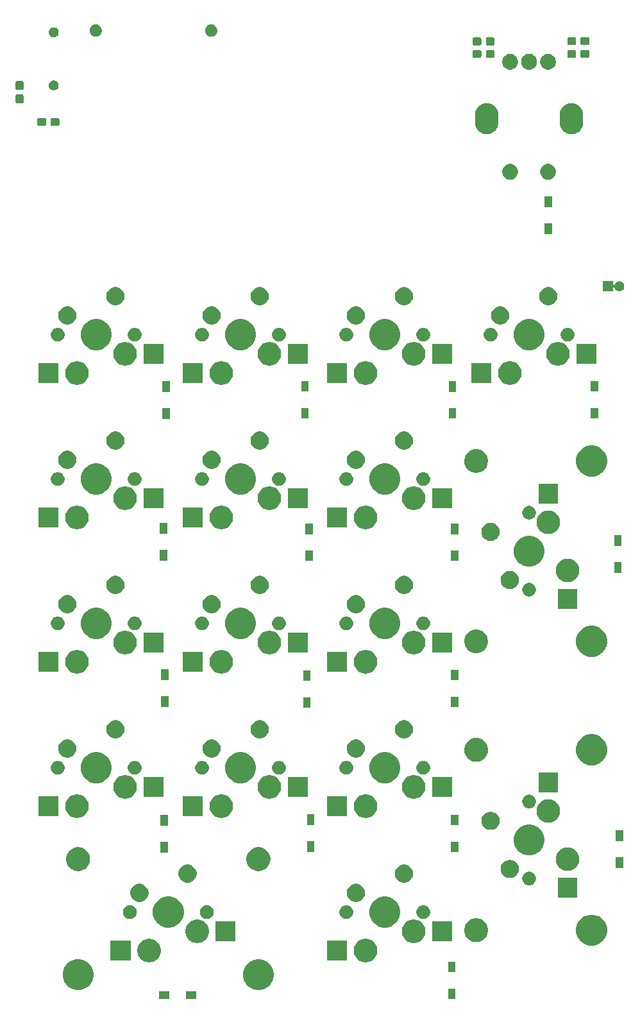
<source format=gbs>
G04 #@! TF.GenerationSoftware,KiCad,Pcbnew,(5.1.5)-3*
G04 #@! TF.CreationDate,2020-11-01T21:01:57+09:00*
G04 #@! TF.ProjectId,Pistachio_MacroPad,50697374-6163-4686-996f-5f4d6163726f,rev?*
G04 #@! TF.SameCoordinates,Original*
G04 #@! TF.FileFunction,Soldermask,Bot*
G04 #@! TF.FilePolarity,Negative*
%FSLAX46Y46*%
G04 Gerber Fmt 4.6, Leading zero omitted, Abs format (unit mm)*
G04 Created by KiCad (PCBNEW (5.1.5)-3) date 2020-11-01 21:01:57*
%MOMM*%
%LPD*%
G04 APERTURE LIST*
%ADD10C,0.100000*%
G04 APERTURE END LIST*
D10*
G36*
X88300000Y-154035000D02*
G01*
X87300000Y-154035000D01*
X87300000Y-152635000D01*
X88300000Y-152635000D01*
X88300000Y-154035000D01*
G37*
G36*
X54065000Y-154020000D02*
G01*
X52665000Y-154020000D01*
X52665000Y-153020000D01*
X54065000Y-153020000D01*
X54065000Y-154020000D01*
G37*
G36*
X50515000Y-154020000D02*
G01*
X49115000Y-154020000D01*
X49115000Y-153020000D01*
X50515000Y-153020000D01*
X50515000Y-154020000D01*
G37*
G36*
X62866474Y-148818684D02*
G01*
X63084474Y-148908983D01*
X63238623Y-148972833D01*
X63573548Y-149196623D01*
X63858377Y-149481452D01*
X64082167Y-149816377D01*
X64082167Y-149816378D01*
X64236316Y-150188526D01*
X64314900Y-150583594D01*
X64314900Y-150986406D01*
X64236316Y-151381474D01*
X64146017Y-151599474D01*
X64082167Y-151753623D01*
X63858377Y-152088548D01*
X63573548Y-152373377D01*
X63238623Y-152597167D01*
X63084474Y-152661017D01*
X62866474Y-152751316D01*
X62471406Y-152829900D01*
X62068594Y-152829900D01*
X61673526Y-152751316D01*
X61455526Y-152661017D01*
X61301377Y-152597167D01*
X60966452Y-152373377D01*
X60681623Y-152088548D01*
X60457833Y-151753623D01*
X60393983Y-151599474D01*
X60303684Y-151381474D01*
X60225100Y-150986406D01*
X60225100Y-150583594D01*
X60303684Y-150188526D01*
X60457833Y-149816378D01*
X60457833Y-149816377D01*
X60681623Y-149481452D01*
X60966452Y-149196623D01*
X61301377Y-148972833D01*
X61455526Y-148908983D01*
X61673526Y-148818684D01*
X62068594Y-148740100D01*
X62471406Y-148740100D01*
X62866474Y-148818684D01*
G37*
G36*
X39066474Y-148818684D02*
G01*
X39284474Y-148908983D01*
X39438623Y-148972833D01*
X39773548Y-149196623D01*
X40058377Y-149481452D01*
X40282167Y-149816377D01*
X40282167Y-149816378D01*
X40436316Y-150188526D01*
X40514900Y-150583594D01*
X40514900Y-150986406D01*
X40436316Y-151381474D01*
X40346017Y-151599474D01*
X40282167Y-151753623D01*
X40058377Y-152088548D01*
X39773548Y-152373377D01*
X39438623Y-152597167D01*
X39284474Y-152661017D01*
X39066474Y-152751316D01*
X38671406Y-152829900D01*
X38268594Y-152829900D01*
X37873526Y-152751316D01*
X37655526Y-152661017D01*
X37501377Y-152597167D01*
X37166452Y-152373377D01*
X36881623Y-152088548D01*
X36657833Y-151753623D01*
X36593983Y-151599474D01*
X36503684Y-151381474D01*
X36425100Y-150986406D01*
X36425100Y-150583594D01*
X36503684Y-150188526D01*
X36657833Y-149816378D01*
X36657833Y-149816377D01*
X36881623Y-149481452D01*
X37166452Y-149196623D01*
X37501377Y-148972833D01*
X37655526Y-148908983D01*
X37873526Y-148818684D01*
X38268594Y-148740100D01*
X38671406Y-148740100D01*
X39066474Y-148818684D01*
G37*
G36*
X88300000Y-150485000D02*
G01*
X87300000Y-150485000D01*
X87300000Y-149085000D01*
X88300000Y-149085000D01*
X88300000Y-150485000D01*
G37*
G36*
X48132585Y-146088802D02*
G01*
X48282410Y-146118604D01*
X48564674Y-146235521D01*
X48818705Y-146405259D01*
X49034741Y-146621295D01*
X49204479Y-146875326D01*
X49321396Y-147157590D01*
X49381000Y-147457240D01*
X49381000Y-147762760D01*
X49321396Y-148062410D01*
X49204479Y-148344674D01*
X49034741Y-148598705D01*
X48818705Y-148814741D01*
X48564674Y-148984479D01*
X48282410Y-149101396D01*
X48132585Y-149131198D01*
X47982761Y-149161000D01*
X47677239Y-149161000D01*
X47527415Y-149131198D01*
X47377590Y-149101396D01*
X47095326Y-148984479D01*
X46841295Y-148814741D01*
X46625259Y-148598705D01*
X46455521Y-148344674D01*
X46338604Y-148062410D01*
X46279000Y-147762760D01*
X46279000Y-147457240D01*
X46338604Y-147157590D01*
X46455521Y-146875326D01*
X46625259Y-146621295D01*
X46841295Y-146405259D01*
X47095326Y-146235521D01*
X47377590Y-146118604D01*
X47527415Y-146088802D01*
X47677239Y-146059000D01*
X47982761Y-146059000D01*
X48132585Y-146088802D01*
G37*
G36*
X76712585Y-146088802D02*
G01*
X76862410Y-146118604D01*
X77144674Y-146235521D01*
X77398705Y-146405259D01*
X77614741Y-146621295D01*
X77784479Y-146875326D01*
X77901396Y-147157590D01*
X77961000Y-147457240D01*
X77961000Y-147762760D01*
X77901396Y-148062410D01*
X77784479Y-148344674D01*
X77614741Y-148598705D01*
X77398705Y-148814741D01*
X77144674Y-148984479D01*
X76862410Y-149101396D01*
X76712585Y-149131198D01*
X76562761Y-149161000D01*
X76257239Y-149161000D01*
X76107415Y-149131198D01*
X75957590Y-149101396D01*
X75675326Y-148984479D01*
X75421295Y-148814741D01*
X75205259Y-148598705D01*
X75035521Y-148344674D01*
X74918604Y-148062410D01*
X74859000Y-147762760D01*
X74859000Y-147457240D01*
X74918604Y-147157590D01*
X75035521Y-146875326D01*
X75205259Y-146621295D01*
X75421295Y-146405259D01*
X75675326Y-146235521D01*
X75957590Y-146118604D01*
X76107415Y-146088802D01*
X76257239Y-146059000D01*
X76562761Y-146059000D01*
X76712585Y-146088802D01*
G37*
G36*
X73986000Y-148911000D02*
G01*
X71334000Y-148911000D01*
X71334000Y-146309000D01*
X73986000Y-146309000D01*
X73986000Y-148911000D01*
G37*
G36*
X45406000Y-148911000D02*
G01*
X42754000Y-148911000D01*
X42754000Y-146309000D01*
X45406000Y-146309000D01*
X45406000Y-148911000D01*
G37*
G36*
X106851474Y-142953684D02*
G01*
X107069474Y-143043983D01*
X107223623Y-143107833D01*
X107558548Y-143331623D01*
X107843377Y-143616452D01*
X108067167Y-143951377D01*
X108120981Y-144081296D01*
X108221316Y-144323526D01*
X108299900Y-144718594D01*
X108299900Y-145121406D01*
X108221316Y-145516474D01*
X108218857Y-145522410D01*
X108067167Y-145888623D01*
X107843377Y-146223548D01*
X107558548Y-146508377D01*
X107223623Y-146732167D01*
X107069474Y-146796017D01*
X106851474Y-146886316D01*
X106456406Y-146964900D01*
X106053594Y-146964900D01*
X105658526Y-146886316D01*
X105440526Y-146796017D01*
X105286377Y-146732167D01*
X104951452Y-146508377D01*
X104666623Y-146223548D01*
X104442833Y-145888623D01*
X104291143Y-145522410D01*
X104288684Y-145516474D01*
X104210100Y-145121406D01*
X104210100Y-144718594D01*
X104288684Y-144323526D01*
X104389019Y-144081296D01*
X104442833Y-143951377D01*
X104666623Y-143616452D01*
X104951452Y-143331623D01*
X105286377Y-143107833D01*
X105440526Y-143043983D01*
X105658526Y-142953684D01*
X106053594Y-142875100D01*
X106456406Y-142875100D01*
X106851474Y-142953684D01*
G37*
G36*
X54359164Y-143524252D02*
G01*
X54632410Y-143578604D01*
X54914674Y-143695521D01*
X55168705Y-143865259D01*
X55384741Y-144081295D01*
X55554479Y-144335326D01*
X55671396Y-144617590D01*
X55731000Y-144917240D01*
X55731000Y-145222760D01*
X55671396Y-145522410D01*
X55554479Y-145804674D01*
X55384741Y-146058705D01*
X55168705Y-146274741D01*
X54914674Y-146444479D01*
X54632410Y-146561396D01*
X54482585Y-146591198D01*
X54332761Y-146621000D01*
X54027239Y-146621000D01*
X53877415Y-146591198D01*
X53727590Y-146561396D01*
X53445326Y-146444479D01*
X53191295Y-146274741D01*
X52975259Y-146058705D01*
X52805521Y-145804674D01*
X52688604Y-145522410D01*
X52629000Y-145222760D01*
X52629000Y-144917240D01*
X52688604Y-144617590D01*
X52805521Y-144335326D01*
X52975259Y-144081295D01*
X53191295Y-143865259D01*
X53445326Y-143695521D01*
X53727590Y-143578604D01*
X54000836Y-143524252D01*
X54027239Y-143519000D01*
X54332761Y-143519000D01*
X54359164Y-143524252D01*
G37*
G36*
X82939164Y-143524252D02*
G01*
X83212410Y-143578604D01*
X83494674Y-143695521D01*
X83748705Y-143865259D01*
X83964741Y-144081295D01*
X84134479Y-144335326D01*
X84251396Y-144617590D01*
X84311000Y-144917240D01*
X84311000Y-145222760D01*
X84251396Y-145522410D01*
X84134479Y-145804674D01*
X83964741Y-146058705D01*
X83748705Y-146274741D01*
X83494674Y-146444479D01*
X83212410Y-146561396D01*
X83062585Y-146591198D01*
X82912761Y-146621000D01*
X82607239Y-146621000D01*
X82457415Y-146591198D01*
X82307590Y-146561396D01*
X82025326Y-146444479D01*
X81771295Y-146274741D01*
X81555259Y-146058705D01*
X81385521Y-145804674D01*
X81268604Y-145522410D01*
X81209000Y-145222760D01*
X81209000Y-144917240D01*
X81268604Y-144617590D01*
X81385521Y-144335326D01*
X81555259Y-144081295D01*
X81771295Y-143865259D01*
X82025326Y-143695521D01*
X82307590Y-143578604D01*
X82580836Y-143524252D01*
X82607239Y-143519000D01*
X82912761Y-143519000D01*
X82939164Y-143524252D01*
G37*
G36*
X91474411Y-143405526D02*
G01*
X91538083Y-143431900D01*
X91761041Y-143524252D01*
X91761042Y-143524253D01*
X92019004Y-143696617D01*
X92238383Y-143915996D01*
X92262024Y-143951378D01*
X92410748Y-144173959D01*
X92529474Y-144460590D01*
X92590000Y-144764875D01*
X92590000Y-145075125D01*
X92529474Y-145379410D01*
X92410748Y-145666041D01*
X92410747Y-145666042D01*
X92238383Y-145924004D01*
X92019004Y-146143383D01*
X91899028Y-146223548D01*
X91761041Y-146315748D01*
X91627650Y-146371000D01*
X91474411Y-146434474D01*
X91170125Y-146495000D01*
X90859875Y-146495000D01*
X90555589Y-146434474D01*
X90402350Y-146371000D01*
X90268959Y-146315748D01*
X90130972Y-146223548D01*
X90010996Y-146143383D01*
X89791617Y-145924004D01*
X89619253Y-145666042D01*
X89619252Y-145666041D01*
X89500526Y-145379410D01*
X89440000Y-145075125D01*
X89440000Y-144764875D01*
X89500526Y-144460590D01*
X89619252Y-144173959D01*
X89767976Y-143951378D01*
X89791617Y-143915996D01*
X90010996Y-143696617D01*
X90268958Y-143524253D01*
X90268959Y-143524252D01*
X90491917Y-143431900D01*
X90555589Y-143405526D01*
X90859875Y-143345000D01*
X91170125Y-143345000D01*
X91474411Y-143405526D01*
G37*
G36*
X59256000Y-146371000D02*
G01*
X56604000Y-146371000D01*
X56604000Y-143769000D01*
X59256000Y-143769000D01*
X59256000Y-146371000D01*
G37*
G36*
X87836000Y-146371000D02*
G01*
X85184000Y-146371000D01*
X85184000Y-143769000D01*
X87836000Y-143769000D01*
X87836000Y-146371000D01*
G37*
G36*
X79546474Y-140563684D02*
G01*
X79764474Y-140653983D01*
X79918623Y-140717833D01*
X80253548Y-140941623D01*
X80538377Y-141226452D01*
X80762167Y-141561377D01*
X80826017Y-141715526D01*
X80916316Y-141933526D01*
X80994900Y-142328594D01*
X80994900Y-142731406D01*
X80916316Y-143126474D01*
X80832322Y-143329253D01*
X80762167Y-143498623D01*
X80538377Y-143833548D01*
X80253548Y-144118377D01*
X79918623Y-144342167D01*
X79764474Y-144406017D01*
X79546474Y-144496316D01*
X79151406Y-144574900D01*
X78748594Y-144574900D01*
X78353526Y-144496316D01*
X78135526Y-144406017D01*
X77981377Y-144342167D01*
X77646452Y-144118377D01*
X77361623Y-143833548D01*
X77137833Y-143498623D01*
X77067678Y-143329253D01*
X76983684Y-143126474D01*
X76905100Y-142731406D01*
X76905100Y-142328594D01*
X76983684Y-141933526D01*
X77073983Y-141715526D01*
X77137833Y-141561377D01*
X77361623Y-141226452D01*
X77646452Y-140941623D01*
X77981377Y-140717833D01*
X78135526Y-140653983D01*
X78353526Y-140563684D01*
X78748594Y-140485100D01*
X79151406Y-140485100D01*
X79546474Y-140563684D01*
G37*
G36*
X50966474Y-140563684D02*
G01*
X51184474Y-140653983D01*
X51338623Y-140717833D01*
X51673548Y-140941623D01*
X51958377Y-141226452D01*
X52182167Y-141561377D01*
X52246017Y-141715526D01*
X52336316Y-141933526D01*
X52414900Y-142328594D01*
X52414900Y-142731406D01*
X52336316Y-143126474D01*
X52252322Y-143329253D01*
X52182167Y-143498623D01*
X51958377Y-143833548D01*
X51673548Y-144118377D01*
X51338623Y-144342167D01*
X51184474Y-144406017D01*
X50966474Y-144496316D01*
X50571406Y-144574900D01*
X50168594Y-144574900D01*
X49773526Y-144496316D01*
X49555526Y-144406017D01*
X49401377Y-144342167D01*
X49066452Y-144118377D01*
X48781623Y-143833548D01*
X48557833Y-143498623D01*
X48487678Y-143329253D01*
X48403684Y-143126474D01*
X48325100Y-142731406D01*
X48325100Y-142328594D01*
X48403684Y-141933526D01*
X48493983Y-141715526D01*
X48557833Y-141561377D01*
X48781623Y-141226452D01*
X49066452Y-140941623D01*
X49401377Y-140717833D01*
X49555526Y-140653983D01*
X49773526Y-140563684D01*
X50168594Y-140485100D01*
X50571406Y-140485100D01*
X50966474Y-140563684D01*
G37*
G36*
X74045952Y-141645429D02*
G01*
X74133075Y-141662759D01*
X74242498Y-141708084D01*
X74297211Y-141730747D01*
X74443933Y-141828783D01*
X74444928Y-141829448D01*
X74570552Y-141955072D01*
X74570554Y-141955075D01*
X74669253Y-142102789D01*
X74669253Y-142102790D01*
X74737241Y-142266925D01*
X74771900Y-142441171D01*
X74771900Y-142618829D01*
X74737241Y-142793075D01*
X74691916Y-142902498D01*
X74669253Y-142957211D01*
X74571217Y-143103933D01*
X74570552Y-143104928D01*
X74444928Y-143230552D01*
X74444925Y-143230554D01*
X74297211Y-143329253D01*
X74259194Y-143345000D01*
X74133075Y-143397241D01*
X74045952Y-143414570D01*
X73958831Y-143431900D01*
X73781169Y-143431900D01*
X73694048Y-143414570D01*
X73606925Y-143397241D01*
X73480806Y-143345000D01*
X73442789Y-143329253D01*
X73295075Y-143230554D01*
X73295072Y-143230552D01*
X73169448Y-143104928D01*
X73168783Y-143103933D01*
X73070747Y-142957211D01*
X73048084Y-142902498D01*
X73002759Y-142793075D01*
X72968100Y-142618829D01*
X72968100Y-142441171D01*
X73002759Y-142266925D01*
X73070747Y-142102790D01*
X73070747Y-142102789D01*
X73169446Y-141955075D01*
X73169448Y-141955072D01*
X73295072Y-141829448D01*
X73296067Y-141828783D01*
X73442789Y-141730747D01*
X73497502Y-141708084D01*
X73606925Y-141662759D01*
X73694048Y-141645429D01*
X73781169Y-141628100D01*
X73958831Y-141628100D01*
X74045952Y-141645429D01*
G37*
G36*
X45465952Y-141645429D02*
G01*
X45553075Y-141662759D01*
X45662498Y-141708084D01*
X45717211Y-141730747D01*
X45863933Y-141828783D01*
X45864928Y-141829448D01*
X45990552Y-141955072D01*
X45990554Y-141955075D01*
X46089253Y-142102789D01*
X46089253Y-142102790D01*
X46157241Y-142266925D01*
X46191900Y-142441171D01*
X46191900Y-142618829D01*
X46157241Y-142793075D01*
X46111916Y-142902498D01*
X46089253Y-142957211D01*
X45991217Y-143103933D01*
X45990552Y-143104928D01*
X45864928Y-143230552D01*
X45864925Y-143230554D01*
X45717211Y-143329253D01*
X45679194Y-143345000D01*
X45553075Y-143397241D01*
X45465952Y-143414570D01*
X45378831Y-143431900D01*
X45201169Y-143431900D01*
X45114048Y-143414570D01*
X45026925Y-143397241D01*
X44900806Y-143345000D01*
X44862789Y-143329253D01*
X44715075Y-143230554D01*
X44715072Y-143230552D01*
X44589448Y-143104928D01*
X44588783Y-143103933D01*
X44490747Y-142957211D01*
X44468084Y-142902498D01*
X44422759Y-142793075D01*
X44388100Y-142618829D01*
X44388100Y-142441171D01*
X44422759Y-142266925D01*
X44490747Y-142102790D01*
X44490747Y-142102789D01*
X44589446Y-141955075D01*
X44589448Y-141955072D01*
X44715072Y-141829448D01*
X44716067Y-141828783D01*
X44862789Y-141730747D01*
X44917502Y-141708084D01*
X45026925Y-141662759D01*
X45114048Y-141645429D01*
X45201169Y-141628100D01*
X45378831Y-141628100D01*
X45465952Y-141645429D01*
G37*
G36*
X55625952Y-141645429D02*
G01*
X55713075Y-141662759D01*
X55822498Y-141708084D01*
X55877211Y-141730747D01*
X56023933Y-141828783D01*
X56024928Y-141829448D01*
X56150552Y-141955072D01*
X56150554Y-141955075D01*
X56249253Y-142102789D01*
X56249253Y-142102790D01*
X56317241Y-142266925D01*
X56351900Y-142441171D01*
X56351900Y-142618829D01*
X56317241Y-142793075D01*
X56271916Y-142902498D01*
X56249253Y-142957211D01*
X56151217Y-143103933D01*
X56150552Y-143104928D01*
X56024928Y-143230552D01*
X56024925Y-143230554D01*
X55877211Y-143329253D01*
X55839194Y-143345000D01*
X55713075Y-143397241D01*
X55625952Y-143414570D01*
X55538831Y-143431900D01*
X55361169Y-143431900D01*
X55274048Y-143414570D01*
X55186925Y-143397241D01*
X55060806Y-143345000D01*
X55022789Y-143329253D01*
X54875075Y-143230554D01*
X54875072Y-143230552D01*
X54749448Y-143104928D01*
X54748783Y-143103933D01*
X54650747Y-142957211D01*
X54628084Y-142902498D01*
X54582759Y-142793075D01*
X54548100Y-142618829D01*
X54548100Y-142441171D01*
X54582759Y-142266925D01*
X54650747Y-142102790D01*
X54650747Y-142102789D01*
X54749446Y-141955075D01*
X54749448Y-141955072D01*
X54875072Y-141829448D01*
X54876067Y-141828783D01*
X55022789Y-141730747D01*
X55077502Y-141708084D01*
X55186925Y-141662759D01*
X55274048Y-141645429D01*
X55361169Y-141628100D01*
X55538831Y-141628100D01*
X55625952Y-141645429D01*
G37*
G36*
X84205952Y-141645429D02*
G01*
X84293075Y-141662759D01*
X84402498Y-141708084D01*
X84457211Y-141730747D01*
X84603933Y-141828783D01*
X84604928Y-141829448D01*
X84730552Y-141955072D01*
X84730554Y-141955075D01*
X84829253Y-142102789D01*
X84829253Y-142102790D01*
X84897241Y-142266925D01*
X84931900Y-142441171D01*
X84931900Y-142618829D01*
X84897241Y-142793075D01*
X84851916Y-142902498D01*
X84829253Y-142957211D01*
X84731217Y-143103933D01*
X84730552Y-143104928D01*
X84604928Y-143230552D01*
X84604925Y-143230554D01*
X84457211Y-143329253D01*
X84419194Y-143345000D01*
X84293075Y-143397241D01*
X84205952Y-143414570D01*
X84118831Y-143431900D01*
X83941169Y-143431900D01*
X83854048Y-143414570D01*
X83766925Y-143397241D01*
X83640806Y-143345000D01*
X83602789Y-143329253D01*
X83455075Y-143230554D01*
X83455072Y-143230552D01*
X83329448Y-143104928D01*
X83328783Y-143103933D01*
X83230747Y-142957211D01*
X83208084Y-142902498D01*
X83162759Y-142793075D01*
X83128100Y-142618829D01*
X83128100Y-142441171D01*
X83162759Y-142266925D01*
X83230747Y-142102790D01*
X83230747Y-142102789D01*
X83329446Y-141955075D01*
X83329448Y-141955072D01*
X83455072Y-141829448D01*
X83456067Y-141828783D01*
X83602789Y-141730747D01*
X83657502Y-141708084D01*
X83766925Y-141662759D01*
X83854048Y-141645429D01*
X83941169Y-141628100D01*
X84118831Y-141628100D01*
X84205952Y-141645429D01*
G37*
G36*
X75488276Y-138841884D02*
G01*
X75705569Y-138931890D01*
X75705571Y-138931891D01*
X75795380Y-138991900D01*
X75901130Y-139062560D01*
X76067440Y-139228870D01*
X76198110Y-139424431D01*
X76288116Y-139641724D01*
X76334000Y-139872400D01*
X76334000Y-140107600D01*
X76288116Y-140338276D01*
X76227299Y-140485100D01*
X76198109Y-140555571D01*
X76067440Y-140751130D01*
X75901130Y-140917440D01*
X75705571Y-141048109D01*
X75705570Y-141048110D01*
X75705569Y-141048110D01*
X75488276Y-141138116D01*
X75257600Y-141184000D01*
X75022400Y-141184000D01*
X74791724Y-141138116D01*
X74574431Y-141048110D01*
X74574430Y-141048110D01*
X74574429Y-141048109D01*
X74378870Y-140917440D01*
X74212560Y-140751130D01*
X74081891Y-140555571D01*
X74052701Y-140485100D01*
X73991884Y-140338276D01*
X73946000Y-140107600D01*
X73946000Y-139872400D01*
X73991884Y-139641724D01*
X74081890Y-139424431D01*
X74212560Y-139228870D01*
X74378870Y-139062560D01*
X74484620Y-138991900D01*
X74574429Y-138931891D01*
X74574431Y-138931890D01*
X74791724Y-138841884D01*
X75022400Y-138796000D01*
X75257600Y-138796000D01*
X75488276Y-138841884D01*
G37*
G36*
X46908276Y-138841884D02*
G01*
X47125569Y-138931890D01*
X47125571Y-138931891D01*
X47215380Y-138991900D01*
X47321130Y-139062560D01*
X47487440Y-139228870D01*
X47618110Y-139424431D01*
X47708116Y-139641724D01*
X47754000Y-139872400D01*
X47754000Y-140107600D01*
X47708116Y-140338276D01*
X47647299Y-140485100D01*
X47618109Y-140555571D01*
X47487440Y-140751130D01*
X47321130Y-140917440D01*
X47125571Y-141048109D01*
X47125570Y-141048110D01*
X47125569Y-141048110D01*
X46908276Y-141138116D01*
X46677600Y-141184000D01*
X46442400Y-141184000D01*
X46211724Y-141138116D01*
X45994431Y-141048110D01*
X45994430Y-141048110D01*
X45994429Y-141048109D01*
X45798870Y-140917440D01*
X45632560Y-140751130D01*
X45501891Y-140555571D01*
X45472701Y-140485100D01*
X45411884Y-140338276D01*
X45366000Y-140107600D01*
X45366000Y-139872400D01*
X45411884Y-139641724D01*
X45501890Y-139424431D01*
X45632560Y-139228870D01*
X45798870Y-139062560D01*
X45904620Y-138991900D01*
X45994429Y-138931891D01*
X45994431Y-138931890D01*
X46211724Y-138841884D01*
X46442400Y-138796000D01*
X46677600Y-138796000D01*
X46908276Y-138841884D01*
G37*
G36*
X104381000Y-140626000D02*
G01*
X101779000Y-140626000D01*
X101779000Y-137974000D01*
X104381000Y-137974000D01*
X104381000Y-140626000D01*
G37*
G36*
X98175952Y-137205429D02*
G01*
X98263075Y-137222759D01*
X98372498Y-137268084D01*
X98427211Y-137290747D01*
X98569123Y-137385569D01*
X98574928Y-137389448D01*
X98700552Y-137515072D01*
X98700554Y-137515075D01*
X98799253Y-137662789D01*
X98799253Y-137662790D01*
X98867241Y-137826925D01*
X98867241Y-137826927D01*
X98896496Y-137974000D01*
X98901900Y-138001171D01*
X98901900Y-138178829D01*
X98867241Y-138353075D01*
X98821916Y-138462498D01*
X98799253Y-138517211D01*
X98701217Y-138663933D01*
X98700552Y-138664928D01*
X98574928Y-138790552D01*
X98574925Y-138790554D01*
X98427211Y-138889253D01*
X98372498Y-138911916D01*
X98263075Y-138957241D01*
X98175952Y-138974570D01*
X98088831Y-138991900D01*
X97911169Y-138991900D01*
X97824048Y-138974570D01*
X97736925Y-138957241D01*
X97627502Y-138911916D01*
X97572789Y-138889253D01*
X97425075Y-138790554D01*
X97425072Y-138790552D01*
X97299448Y-138664928D01*
X97298783Y-138663933D01*
X97200747Y-138517211D01*
X97178084Y-138462498D01*
X97132759Y-138353075D01*
X97098100Y-138178829D01*
X97098100Y-138001171D01*
X97103505Y-137974000D01*
X97132759Y-137826927D01*
X97132759Y-137826925D01*
X97200747Y-137662790D01*
X97200747Y-137662789D01*
X97299446Y-137515075D01*
X97299448Y-137515072D01*
X97425072Y-137389448D01*
X97430877Y-137385569D01*
X97572789Y-137290747D01*
X97627502Y-137268084D01*
X97736925Y-137222759D01*
X97824048Y-137205429D01*
X97911169Y-137188100D01*
X98088831Y-137188100D01*
X98175952Y-137205429D01*
G37*
G36*
X81838276Y-136301884D02*
G01*
X82055569Y-136391890D01*
X82055571Y-136391891D01*
X82251130Y-136522560D01*
X82417440Y-136688870D01*
X82426481Y-136702400D01*
X82548110Y-136884431D01*
X82638116Y-137101724D01*
X82684000Y-137332400D01*
X82684000Y-137567600D01*
X82638116Y-137798276D01*
X82554074Y-138001171D01*
X82548109Y-138015571D01*
X82417440Y-138211130D01*
X82251130Y-138377440D01*
X82055571Y-138508109D01*
X82055570Y-138508110D01*
X82055569Y-138508110D01*
X81838276Y-138598116D01*
X81607600Y-138644000D01*
X81372400Y-138644000D01*
X81141724Y-138598116D01*
X80924431Y-138508110D01*
X80924430Y-138508110D01*
X80924429Y-138508109D01*
X80728870Y-138377440D01*
X80562560Y-138211130D01*
X80431891Y-138015571D01*
X80425926Y-138001171D01*
X80341884Y-137798276D01*
X80296000Y-137567600D01*
X80296000Y-137332400D01*
X80341884Y-137101724D01*
X80431890Y-136884431D01*
X80553520Y-136702400D01*
X80562560Y-136688870D01*
X80728870Y-136522560D01*
X80924429Y-136391891D01*
X80924431Y-136391890D01*
X81141724Y-136301884D01*
X81372400Y-136256000D01*
X81607600Y-136256000D01*
X81838276Y-136301884D01*
G37*
G36*
X53258276Y-136301884D02*
G01*
X53475569Y-136391890D01*
X53475571Y-136391891D01*
X53671130Y-136522560D01*
X53837440Y-136688870D01*
X53846481Y-136702400D01*
X53968110Y-136884431D01*
X54058116Y-137101724D01*
X54104000Y-137332400D01*
X54104000Y-137567600D01*
X54058116Y-137798276D01*
X53974074Y-138001171D01*
X53968109Y-138015571D01*
X53837440Y-138211130D01*
X53671130Y-138377440D01*
X53475571Y-138508109D01*
X53475570Y-138508110D01*
X53475569Y-138508110D01*
X53258276Y-138598116D01*
X53027600Y-138644000D01*
X52792400Y-138644000D01*
X52561724Y-138598116D01*
X52344431Y-138508110D01*
X52344430Y-138508110D01*
X52344429Y-138508109D01*
X52148870Y-138377440D01*
X51982560Y-138211130D01*
X51851891Y-138015571D01*
X51845926Y-138001171D01*
X51761884Y-137798276D01*
X51716000Y-137567600D01*
X51716000Y-137332400D01*
X51761884Y-137101724D01*
X51851890Y-136884431D01*
X51973520Y-136702400D01*
X51982560Y-136688870D01*
X52148870Y-136522560D01*
X52344429Y-136391891D01*
X52344431Y-136391890D01*
X52561724Y-136301884D01*
X52792400Y-136256000D01*
X53027600Y-136256000D01*
X53258276Y-136301884D01*
G37*
G36*
X95808276Y-135671884D02*
G01*
X96025569Y-135761890D01*
X96025571Y-135761891D01*
X96221130Y-135892560D01*
X96387440Y-136058870D01*
X96518110Y-136254431D01*
X96608116Y-136471724D01*
X96654000Y-136702400D01*
X96654000Y-136937600D01*
X96608116Y-137168276D01*
X96540133Y-137332400D01*
X96518109Y-137385571D01*
X96387440Y-137581130D01*
X96221130Y-137747440D01*
X96025571Y-137878109D01*
X96025570Y-137878110D01*
X96025569Y-137878110D01*
X95808276Y-137968116D01*
X95577600Y-138014000D01*
X95342400Y-138014000D01*
X95111724Y-137968116D01*
X94894431Y-137878110D01*
X94894430Y-137878110D01*
X94894429Y-137878109D01*
X94698870Y-137747440D01*
X94532560Y-137581130D01*
X94401891Y-137385571D01*
X94379867Y-137332400D01*
X94311884Y-137168276D01*
X94266000Y-136937600D01*
X94266000Y-136702400D01*
X94311884Y-136471724D01*
X94401890Y-136254431D01*
X94532560Y-136058870D01*
X94698870Y-135892560D01*
X94894429Y-135761891D01*
X94894431Y-135761890D01*
X95111724Y-135671884D01*
X95342400Y-135626000D01*
X95577600Y-135626000D01*
X95808276Y-135671884D01*
G37*
G36*
X62570918Y-133999000D02*
G01*
X62729411Y-134030526D01*
X62797197Y-134058604D01*
X63016041Y-134149252D01*
X63016042Y-134149253D01*
X63274004Y-134321617D01*
X63493383Y-134540996D01*
X63536149Y-134605000D01*
X63665748Y-134798959D01*
X63784474Y-135085590D01*
X63845000Y-135389875D01*
X63845000Y-135700125D01*
X63784474Y-136004410D01*
X63665748Y-136291041D01*
X63665747Y-136291042D01*
X63493383Y-136549004D01*
X63274004Y-136768383D01*
X63101639Y-136883553D01*
X63016041Y-136940748D01*
X62848137Y-137010296D01*
X62729411Y-137059474D01*
X62577267Y-137089737D01*
X62425125Y-137120000D01*
X62114875Y-137120000D01*
X61962733Y-137089737D01*
X61810589Y-137059474D01*
X61691863Y-137010296D01*
X61523959Y-136940748D01*
X61438361Y-136883553D01*
X61265996Y-136768383D01*
X61046617Y-136549004D01*
X60874253Y-136291042D01*
X60874252Y-136291041D01*
X60755526Y-136004410D01*
X60695000Y-135700125D01*
X60695000Y-135389875D01*
X60755526Y-135085590D01*
X60874252Y-134798959D01*
X61003851Y-134605000D01*
X61046617Y-134540996D01*
X61265996Y-134321617D01*
X61523958Y-134149253D01*
X61523959Y-134149252D01*
X61742803Y-134058604D01*
X61810589Y-134030526D01*
X61969082Y-133999000D01*
X62114875Y-133970000D01*
X62425125Y-133970000D01*
X62570918Y-133999000D01*
G37*
G36*
X38770918Y-133999000D02*
G01*
X38929411Y-134030526D01*
X38997197Y-134058604D01*
X39216041Y-134149252D01*
X39216042Y-134149253D01*
X39474004Y-134321617D01*
X39693383Y-134540996D01*
X39736149Y-134605000D01*
X39865748Y-134798959D01*
X39984474Y-135085590D01*
X40045000Y-135389875D01*
X40045000Y-135700125D01*
X39984474Y-136004410D01*
X39865748Y-136291041D01*
X39865747Y-136291042D01*
X39693383Y-136549004D01*
X39474004Y-136768383D01*
X39301639Y-136883553D01*
X39216041Y-136940748D01*
X39048137Y-137010296D01*
X38929411Y-137059474D01*
X38777267Y-137089737D01*
X38625125Y-137120000D01*
X38314875Y-137120000D01*
X38162733Y-137089737D01*
X38010589Y-137059474D01*
X37891863Y-137010296D01*
X37723959Y-136940748D01*
X37638361Y-136883553D01*
X37465996Y-136768383D01*
X37246617Y-136549004D01*
X37074253Y-136291042D01*
X37074252Y-136291041D01*
X36955526Y-136004410D01*
X36895000Y-135700125D01*
X36895000Y-135389875D01*
X36955526Y-135085590D01*
X37074252Y-134798959D01*
X37203851Y-134605000D01*
X37246617Y-134540996D01*
X37465996Y-134321617D01*
X37723958Y-134149253D01*
X37723959Y-134149252D01*
X37942803Y-134058604D01*
X38010589Y-134030526D01*
X38169082Y-133999000D01*
X38314875Y-133970000D01*
X38625125Y-133970000D01*
X38770918Y-133999000D01*
G37*
G36*
X103382585Y-134028802D02*
G01*
X103532410Y-134058604D01*
X103814674Y-134175521D01*
X104068705Y-134345259D01*
X104284741Y-134561295D01*
X104454479Y-134815326D01*
X104553713Y-135054900D01*
X104571396Y-135097591D01*
X104614642Y-135315000D01*
X104631000Y-135397240D01*
X104631000Y-135702760D01*
X104571396Y-136002410D01*
X104454479Y-136284674D01*
X104284741Y-136538705D01*
X104068705Y-136754741D01*
X103814674Y-136924479D01*
X103532410Y-137041396D01*
X103382585Y-137071198D01*
X103232761Y-137101000D01*
X102927239Y-137101000D01*
X102777415Y-137071198D01*
X102627590Y-137041396D01*
X102345326Y-136924479D01*
X102091295Y-136754741D01*
X101875259Y-136538705D01*
X101705521Y-136284674D01*
X101588604Y-136002410D01*
X101529000Y-135702760D01*
X101529000Y-135397240D01*
X101545359Y-135315000D01*
X101588604Y-135097591D01*
X101606287Y-135054900D01*
X101705521Y-134815326D01*
X101875259Y-134561295D01*
X102091295Y-134345259D01*
X102345326Y-134175521D01*
X102627590Y-134058604D01*
X102777415Y-134028802D01*
X102927239Y-133999000D01*
X103232761Y-133999000D01*
X103382585Y-134028802D01*
G37*
G36*
X110470000Y-136715000D02*
G01*
X109470000Y-136715000D01*
X109470000Y-135315000D01*
X110470000Y-135315000D01*
X110470000Y-136715000D01*
G37*
G36*
X98596474Y-131043684D02*
G01*
X98814474Y-131133983D01*
X98968623Y-131197833D01*
X99303548Y-131421623D01*
X99588377Y-131706452D01*
X99812167Y-132041377D01*
X99812167Y-132041378D01*
X99966316Y-132413526D01*
X100044900Y-132808594D01*
X100044900Y-133211406D01*
X99966316Y-133606474D01*
X99876017Y-133824474D01*
X99812167Y-133978623D01*
X99588377Y-134313548D01*
X99303548Y-134598377D01*
X98968623Y-134822167D01*
X98814474Y-134886017D01*
X98596474Y-134976316D01*
X98201406Y-135054900D01*
X97798594Y-135054900D01*
X97403526Y-134976316D01*
X97185526Y-134886017D01*
X97031377Y-134822167D01*
X96696452Y-134598377D01*
X96411623Y-134313548D01*
X96187833Y-133978623D01*
X96123983Y-133824474D01*
X96033684Y-133606474D01*
X95955100Y-133211406D01*
X95955100Y-132808594D01*
X96033684Y-132413526D01*
X96187833Y-132041378D01*
X96187833Y-132041377D01*
X96411623Y-131706452D01*
X96696452Y-131421623D01*
X97031377Y-131197833D01*
X97185526Y-131133983D01*
X97403526Y-131043684D01*
X97798594Y-130965100D01*
X98201406Y-130965100D01*
X98596474Y-131043684D01*
G37*
G36*
X50300000Y-134665000D02*
G01*
X49300000Y-134665000D01*
X49300000Y-133265000D01*
X50300000Y-133265000D01*
X50300000Y-134665000D01*
G37*
G36*
X88700000Y-134635000D02*
G01*
X87700000Y-134635000D01*
X87700000Y-133235000D01*
X88700000Y-133235000D01*
X88700000Y-134635000D01*
G37*
G36*
X69670000Y-134605000D02*
G01*
X68670000Y-134605000D01*
X68670000Y-133205000D01*
X69670000Y-133205000D01*
X69670000Y-134605000D01*
G37*
G36*
X110470000Y-133165000D02*
G01*
X109470000Y-133165000D01*
X109470000Y-131765000D01*
X110470000Y-131765000D01*
X110470000Y-133165000D01*
G37*
G36*
X93268276Y-129321884D02*
G01*
X93485569Y-129411890D01*
X93485571Y-129411891D01*
X93681130Y-129542560D01*
X93847440Y-129708870D01*
X93949091Y-129861000D01*
X93978110Y-129904431D01*
X94068116Y-130121724D01*
X94114000Y-130352400D01*
X94114000Y-130587600D01*
X94068116Y-130818276D01*
X94007299Y-130965100D01*
X93978109Y-131035571D01*
X93847440Y-131231130D01*
X93681130Y-131397440D01*
X93485571Y-131528109D01*
X93485570Y-131528110D01*
X93485569Y-131528110D01*
X93268276Y-131618116D01*
X93037600Y-131664000D01*
X92802400Y-131664000D01*
X92571724Y-131618116D01*
X92354431Y-131528110D01*
X92354430Y-131528110D01*
X92354429Y-131528109D01*
X92158870Y-131397440D01*
X91992560Y-131231130D01*
X91861891Y-131035571D01*
X91832701Y-130965100D01*
X91771884Y-130818276D01*
X91726000Y-130587600D01*
X91726000Y-130352400D01*
X91771884Y-130121724D01*
X91861890Y-129904431D01*
X91890910Y-129861000D01*
X91992560Y-129708870D01*
X92158870Y-129542560D01*
X92354429Y-129411891D01*
X92354431Y-129411890D01*
X92571724Y-129321884D01*
X92802400Y-129276000D01*
X93037600Y-129276000D01*
X93268276Y-129321884D01*
G37*
G36*
X50300000Y-131115000D02*
G01*
X49300000Y-131115000D01*
X49300000Y-129715000D01*
X50300000Y-129715000D01*
X50300000Y-131115000D01*
G37*
G36*
X88700000Y-131085000D02*
G01*
X87700000Y-131085000D01*
X87700000Y-129685000D01*
X88700000Y-129685000D01*
X88700000Y-131085000D01*
G37*
G36*
X69670000Y-131055000D02*
G01*
X68670000Y-131055000D01*
X68670000Y-129655000D01*
X69670000Y-129655000D01*
X69670000Y-131055000D01*
G37*
G36*
X100842585Y-127678802D02*
G01*
X100992410Y-127708604D01*
X101274674Y-127825521D01*
X101528705Y-127995259D01*
X101744741Y-128211295D01*
X101914479Y-128465326D01*
X102031396Y-128747590D01*
X102091000Y-129047240D01*
X102091000Y-129352760D01*
X102031396Y-129652410D01*
X101914479Y-129934674D01*
X101744741Y-130188705D01*
X101528705Y-130404741D01*
X101274674Y-130574479D01*
X100992410Y-130691396D01*
X100842585Y-130721198D01*
X100692761Y-130751000D01*
X100387239Y-130751000D01*
X100237415Y-130721198D01*
X100087590Y-130691396D01*
X99805326Y-130574479D01*
X99551295Y-130404741D01*
X99335259Y-130188705D01*
X99165521Y-129934674D01*
X99048604Y-129652410D01*
X98989000Y-129352760D01*
X98989000Y-129047240D01*
X99048604Y-128747590D01*
X99165521Y-128465326D01*
X99335259Y-128211295D01*
X99551295Y-127995259D01*
X99805326Y-127825521D01*
X100087590Y-127708604D01*
X100237415Y-127678802D01*
X100387239Y-127649000D01*
X100692761Y-127649000D01*
X100842585Y-127678802D01*
G37*
G36*
X38612585Y-127038802D02*
G01*
X38762410Y-127068604D01*
X39044674Y-127185521D01*
X39298705Y-127355259D01*
X39514741Y-127571295D01*
X39684479Y-127825326D01*
X39801396Y-128107590D01*
X39801396Y-128107591D01*
X39861000Y-128407239D01*
X39861000Y-128712761D01*
X39854072Y-128747590D01*
X39801396Y-129012410D01*
X39684479Y-129294674D01*
X39514741Y-129548705D01*
X39298705Y-129764741D01*
X39044674Y-129934479D01*
X38762410Y-130051396D01*
X38612585Y-130081198D01*
X38462761Y-130111000D01*
X38157239Y-130111000D01*
X38007415Y-130081198D01*
X37857590Y-130051396D01*
X37575326Y-129934479D01*
X37321295Y-129764741D01*
X37105259Y-129548705D01*
X36935521Y-129294674D01*
X36818604Y-129012410D01*
X36765928Y-128747590D01*
X36759000Y-128712761D01*
X36759000Y-128407239D01*
X36818604Y-128107591D01*
X36818604Y-128107590D01*
X36935521Y-127825326D01*
X37105259Y-127571295D01*
X37321295Y-127355259D01*
X37575326Y-127185521D01*
X37857590Y-127068604D01*
X38007415Y-127038802D01*
X38157239Y-127009000D01*
X38462761Y-127009000D01*
X38612585Y-127038802D01*
G37*
G36*
X57662585Y-127038802D02*
G01*
X57812410Y-127068604D01*
X58094674Y-127185521D01*
X58348705Y-127355259D01*
X58564741Y-127571295D01*
X58734479Y-127825326D01*
X58851396Y-128107590D01*
X58851396Y-128107591D01*
X58911000Y-128407239D01*
X58911000Y-128712761D01*
X58904072Y-128747590D01*
X58851396Y-129012410D01*
X58734479Y-129294674D01*
X58564741Y-129548705D01*
X58348705Y-129764741D01*
X58094674Y-129934479D01*
X57812410Y-130051396D01*
X57662585Y-130081198D01*
X57512761Y-130111000D01*
X57207239Y-130111000D01*
X57057415Y-130081198D01*
X56907590Y-130051396D01*
X56625326Y-129934479D01*
X56371295Y-129764741D01*
X56155259Y-129548705D01*
X55985521Y-129294674D01*
X55868604Y-129012410D01*
X55815928Y-128747590D01*
X55809000Y-128712761D01*
X55809000Y-128407239D01*
X55868604Y-128107591D01*
X55868604Y-128107590D01*
X55985521Y-127825326D01*
X56155259Y-127571295D01*
X56371295Y-127355259D01*
X56625326Y-127185521D01*
X56907590Y-127068604D01*
X57057415Y-127038802D01*
X57207239Y-127009000D01*
X57512761Y-127009000D01*
X57662585Y-127038802D01*
G37*
G36*
X76712585Y-127038802D02*
G01*
X76862410Y-127068604D01*
X77144674Y-127185521D01*
X77398705Y-127355259D01*
X77614741Y-127571295D01*
X77784479Y-127825326D01*
X77901396Y-128107590D01*
X77901396Y-128107591D01*
X77961000Y-128407239D01*
X77961000Y-128712761D01*
X77954072Y-128747590D01*
X77901396Y-129012410D01*
X77784479Y-129294674D01*
X77614741Y-129548705D01*
X77398705Y-129764741D01*
X77144674Y-129934479D01*
X76862410Y-130051396D01*
X76712585Y-130081198D01*
X76562761Y-130111000D01*
X76257239Y-130111000D01*
X76107415Y-130081198D01*
X75957590Y-130051396D01*
X75675326Y-129934479D01*
X75421295Y-129764741D01*
X75205259Y-129548705D01*
X75035521Y-129294674D01*
X74918604Y-129012410D01*
X74865928Y-128747590D01*
X74859000Y-128712761D01*
X74859000Y-128407239D01*
X74918604Y-128107591D01*
X74918604Y-128107590D01*
X75035521Y-127825326D01*
X75205259Y-127571295D01*
X75421295Y-127355259D01*
X75675326Y-127185521D01*
X75957590Y-127068604D01*
X76107415Y-127038802D01*
X76257239Y-127009000D01*
X76562761Y-127009000D01*
X76712585Y-127038802D01*
G37*
G36*
X73986000Y-129861000D02*
G01*
X71334000Y-129861000D01*
X71334000Y-127259000D01*
X73986000Y-127259000D01*
X73986000Y-129861000D01*
G37*
G36*
X54936000Y-129861000D02*
G01*
X52284000Y-129861000D01*
X52284000Y-127259000D01*
X54936000Y-127259000D01*
X54936000Y-129861000D01*
G37*
G36*
X35886000Y-129861000D02*
G01*
X33234000Y-129861000D01*
X33234000Y-127259000D01*
X35886000Y-127259000D01*
X35886000Y-129861000D01*
G37*
G36*
X98175952Y-127045430D02*
G01*
X98263075Y-127062759D01*
X98372498Y-127108084D01*
X98427211Y-127130747D01*
X98509186Y-127185521D01*
X98574928Y-127229448D01*
X98700552Y-127355072D01*
X98700554Y-127355075D01*
X98799253Y-127502789D01*
X98799253Y-127502790D01*
X98867241Y-127666925D01*
X98867241Y-127666927D01*
X98898749Y-127825326D01*
X98901900Y-127841171D01*
X98901900Y-128018829D01*
X98867241Y-128193075D01*
X98859693Y-128211296D01*
X98799253Y-128357211D01*
X98727013Y-128465326D01*
X98700552Y-128504928D01*
X98574928Y-128630552D01*
X98574925Y-128630554D01*
X98427211Y-128729253D01*
X98382941Y-128747590D01*
X98263075Y-128797241D01*
X98175952Y-128814571D01*
X98088831Y-128831900D01*
X97911169Y-128831900D01*
X97824048Y-128814571D01*
X97736925Y-128797241D01*
X97617059Y-128747590D01*
X97572789Y-128729253D01*
X97425075Y-128630554D01*
X97425072Y-128630552D01*
X97299448Y-128504928D01*
X97272987Y-128465326D01*
X97200747Y-128357211D01*
X97140307Y-128211296D01*
X97132759Y-128193075D01*
X97098100Y-128018829D01*
X97098100Y-127841171D01*
X97101252Y-127825326D01*
X97132759Y-127666927D01*
X97132759Y-127666925D01*
X97200747Y-127502790D01*
X97200747Y-127502789D01*
X97299446Y-127355075D01*
X97299448Y-127355072D01*
X97425072Y-127229448D01*
X97490814Y-127185521D01*
X97572789Y-127130747D01*
X97627502Y-127108084D01*
X97736925Y-127062759D01*
X97824048Y-127045430D01*
X97911169Y-127028100D01*
X98088831Y-127028100D01*
X98175952Y-127045430D01*
G37*
G36*
X44962585Y-124498802D02*
G01*
X45112410Y-124528604D01*
X45394674Y-124645521D01*
X45648705Y-124815259D01*
X45864741Y-125031295D01*
X46034479Y-125285326D01*
X46151396Y-125567590D01*
X46211000Y-125867240D01*
X46211000Y-126172760D01*
X46151396Y-126472410D01*
X46034479Y-126754674D01*
X45864741Y-127008705D01*
X45648705Y-127224741D01*
X45394674Y-127394479D01*
X45112410Y-127511396D01*
X44962585Y-127541198D01*
X44812761Y-127571000D01*
X44507239Y-127571000D01*
X44357415Y-127541198D01*
X44207590Y-127511396D01*
X43925326Y-127394479D01*
X43671295Y-127224741D01*
X43455259Y-127008705D01*
X43285521Y-126754674D01*
X43168604Y-126472410D01*
X43109000Y-126172760D01*
X43109000Y-125867240D01*
X43168604Y-125567590D01*
X43285521Y-125285326D01*
X43455259Y-125031295D01*
X43671295Y-124815259D01*
X43925326Y-124645521D01*
X44207590Y-124528604D01*
X44357415Y-124498802D01*
X44507239Y-124469000D01*
X44812761Y-124469000D01*
X44962585Y-124498802D01*
G37*
G36*
X64012585Y-124498802D02*
G01*
X64162410Y-124528604D01*
X64444674Y-124645521D01*
X64698705Y-124815259D01*
X64914741Y-125031295D01*
X65084479Y-125285326D01*
X65201396Y-125567590D01*
X65261000Y-125867240D01*
X65261000Y-126172760D01*
X65201396Y-126472410D01*
X65084479Y-126754674D01*
X64914741Y-127008705D01*
X64698705Y-127224741D01*
X64444674Y-127394479D01*
X64162410Y-127511396D01*
X64012585Y-127541198D01*
X63862761Y-127571000D01*
X63557239Y-127571000D01*
X63407415Y-127541198D01*
X63257590Y-127511396D01*
X62975326Y-127394479D01*
X62721295Y-127224741D01*
X62505259Y-127008705D01*
X62335521Y-126754674D01*
X62218604Y-126472410D01*
X62159000Y-126172760D01*
X62159000Y-125867240D01*
X62218604Y-125567590D01*
X62335521Y-125285326D01*
X62505259Y-125031295D01*
X62721295Y-124815259D01*
X62975326Y-124645521D01*
X63257590Y-124528604D01*
X63407415Y-124498802D01*
X63557239Y-124469000D01*
X63862761Y-124469000D01*
X64012585Y-124498802D01*
G37*
G36*
X83062585Y-124498802D02*
G01*
X83212410Y-124528604D01*
X83494674Y-124645521D01*
X83748705Y-124815259D01*
X83964741Y-125031295D01*
X84134479Y-125285326D01*
X84251396Y-125567590D01*
X84311000Y-125867240D01*
X84311000Y-126172760D01*
X84251396Y-126472410D01*
X84134479Y-126754674D01*
X83964741Y-127008705D01*
X83748705Y-127224741D01*
X83494674Y-127394479D01*
X83212410Y-127511396D01*
X83062585Y-127541198D01*
X82912761Y-127571000D01*
X82607239Y-127571000D01*
X82457415Y-127541198D01*
X82307590Y-127511396D01*
X82025326Y-127394479D01*
X81771295Y-127224741D01*
X81555259Y-127008705D01*
X81385521Y-126754674D01*
X81268604Y-126472410D01*
X81209000Y-126172760D01*
X81209000Y-125867240D01*
X81268604Y-125567590D01*
X81385521Y-125285326D01*
X81555259Y-125031295D01*
X81771295Y-124815259D01*
X82025326Y-124645521D01*
X82307590Y-124528604D01*
X82457415Y-124498802D01*
X82607239Y-124469000D01*
X82912761Y-124469000D01*
X83062585Y-124498802D01*
G37*
G36*
X49736000Y-127321000D02*
G01*
X47084000Y-127321000D01*
X47084000Y-124719000D01*
X49736000Y-124719000D01*
X49736000Y-127321000D01*
G37*
G36*
X87836000Y-127321000D02*
G01*
X85184000Y-127321000D01*
X85184000Y-124719000D01*
X87836000Y-124719000D01*
X87836000Y-127321000D01*
G37*
G36*
X68786000Y-127321000D02*
G01*
X66134000Y-127321000D01*
X66134000Y-124719000D01*
X68786000Y-124719000D01*
X68786000Y-127321000D01*
G37*
G36*
X101841000Y-126776000D02*
G01*
X99239000Y-126776000D01*
X99239000Y-124124000D01*
X101841000Y-124124000D01*
X101841000Y-126776000D01*
G37*
G36*
X60496474Y-121513684D02*
G01*
X60714474Y-121603983D01*
X60868623Y-121667833D01*
X61203548Y-121891623D01*
X61488377Y-122176452D01*
X61712167Y-122511377D01*
X61763155Y-122634474D01*
X61866316Y-122883526D01*
X61944900Y-123278594D01*
X61944900Y-123681406D01*
X61866316Y-124076474D01*
X61782322Y-124279253D01*
X61712167Y-124448623D01*
X61488377Y-124783548D01*
X61203548Y-125068377D01*
X60868623Y-125292167D01*
X60714474Y-125356017D01*
X60496474Y-125446316D01*
X60101406Y-125524900D01*
X59698594Y-125524900D01*
X59303526Y-125446316D01*
X59085526Y-125356017D01*
X58931377Y-125292167D01*
X58596452Y-125068377D01*
X58311623Y-124783548D01*
X58087833Y-124448623D01*
X58017678Y-124279253D01*
X57933684Y-124076474D01*
X57855100Y-123681406D01*
X57855100Y-123278594D01*
X57933684Y-122883526D01*
X58036845Y-122634474D01*
X58087833Y-122511377D01*
X58311623Y-122176452D01*
X58596452Y-121891623D01*
X58931377Y-121667833D01*
X59085526Y-121603983D01*
X59303526Y-121513684D01*
X59698594Y-121435100D01*
X60101406Y-121435100D01*
X60496474Y-121513684D01*
G37*
G36*
X41446474Y-121513684D02*
G01*
X41664474Y-121603983D01*
X41818623Y-121667833D01*
X42153548Y-121891623D01*
X42438377Y-122176452D01*
X42662167Y-122511377D01*
X42713155Y-122634474D01*
X42816316Y-122883526D01*
X42894900Y-123278594D01*
X42894900Y-123681406D01*
X42816316Y-124076474D01*
X42732322Y-124279253D01*
X42662167Y-124448623D01*
X42438377Y-124783548D01*
X42153548Y-125068377D01*
X41818623Y-125292167D01*
X41664474Y-125356017D01*
X41446474Y-125446316D01*
X41051406Y-125524900D01*
X40648594Y-125524900D01*
X40253526Y-125446316D01*
X40035526Y-125356017D01*
X39881377Y-125292167D01*
X39546452Y-125068377D01*
X39261623Y-124783548D01*
X39037833Y-124448623D01*
X38967678Y-124279253D01*
X38883684Y-124076474D01*
X38805100Y-123681406D01*
X38805100Y-123278594D01*
X38883684Y-122883526D01*
X38986845Y-122634474D01*
X39037833Y-122511377D01*
X39261623Y-122176452D01*
X39546452Y-121891623D01*
X39881377Y-121667833D01*
X40035526Y-121603983D01*
X40253526Y-121513684D01*
X40648594Y-121435100D01*
X41051406Y-121435100D01*
X41446474Y-121513684D01*
G37*
G36*
X79546474Y-121513684D02*
G01*
X79764474Y-121603983D01*
X79918623Y-121667833D01*
X80253548Y-121891623D01*
X80538377Y-122176452D01*
X80762167Y-122511377D01*
X80813155Y-122634474D01*
X80916316Y-122883526D01*
X80994900Y-123278594D01*
X80994900Y-123681406D01*
X80916316Y-124076474D01*
X80832322Y-124279253D01*
X80762167Y-124448623D01*
X80538377Y-124783548D01*
X80253548Y-125068377D01*
X79918623Y-125292167D01*
X79764474Y-125356017D01*
X79546474Y-125446316D01*
X79151406Y-125524900D01*
X78748594Y-125524900D01*
X78353526Y-125446316D01*
X78135526Y-125356017D01*
X77981377Y-125292167D01*
X77646452Y-125068377D01*
X77361623Y-124783548D01*
X77137833Y-124448623D01*
X77067678Y-124279253D01*
X76983684Y-124076474D01*
X76905100Y-123681406D01*
X76905100Y-123278594D01*
X76983684Y-122883526D01*
X77086845Y-122634474D01*
X77137833Y-122511377D01*
X77361623Y-122176452D01*
X77646452Y-121891623D01*
X77981377Y-121667833D01*
X78135526Y-121603983D01*
X78353526Y-121513684D01*
X78748594Y-121435100D01*
X79151406Y-121435100D01*
X79546474Y-121513684D01*
G37*
G36*
X84205952Y-122595430D02*
G01*
X84293075Y-122612759D01*
X84402498Y-122658084D01*
X84457211Y-122680747D01*
X84498562Y-122708377D01*
X84604928Y-122779448D01*
X84730552Y-122905072D01*
X84730554Y-122905075D01*
X84829253Y-123052789D01*
X84829253Y-123052790D01*
X84897241Y-123216925D01*
X84931900Y-123391171D01*
X84931900Y-123568829D01*
X84897241Y-123743075D01*
X84851916Y-123852498D01*
X84829253Y-123907211D01*
X84731217Y-124053933D01*
X84730552Y-124054928D01*
X84604928Y-124180552D01*
X84604925Y-124180554D01*
X84457211Y-124279253D01*
X84402498Y-124301916D01*
X84293075Y-124347241D01*
X84205952Y-124364570D01*
X84118831Y-124381900D01*
X83941169Y-124381900D01*
X83854048Y-124364570D01*
X83766925Y-124347241D01*
X83657502Y-124301916D01*
X83602789Y-124279253D01*
X83455075Y-124180554D01*
X83455072Y-124180552D01*
X83329448Y-124054928D01*
X83328783Y-124053933D01*
X83230747Y-123907211D01*
X83208084Y-123852498D01*
X83162759Y-123743075D01*
X83128100Y-123568829D01*
X83128100Y-123391171D01*
X83162759Y-123216925D01*
X83230747Y-123052790D01*
X83230747Y-123052789D01*
X83329446Y-122905075D01*
X83329448Y-122905072D01*
X83455072Y-122779448D01*
X83561438Y-122708377D01*
X83602789Y-122680747D01*
X83657502Y-122658084D01*
X83766925Y-122612759D01*
X83854048Y-122595430D01*
X83941169Y-122578100D01*
X84118831Y-122578100D01*
X84205952Y-122595430D01*
G37*
G36*
X46105952Y-122595430D02*
G01*
X46193075Y-122612759D01*
X46302498Y-122658084D01*
X46357211Y-122680747D01*
X46398562Y-122708377D01*
X46504928Y-122779448D01*
X46630552Y-122905072D01*
X46630554Y-122905075D01*
X46729253Y-123052789D01*
X46729253Y-123052790D01*
X46797241Y-123216925D01*
X46831900Y-123391171D01*
X46831900Y-123568829D01*
X46797241Y-123743075D01*
X46751916Y-123852498D01*
X46729253Y-123907211D01*
X46631217Y-124053933D01*
X46630552Y-124054928D01*
X46504928Y-124180552D01*
X46504925Y-124180554D01*
X46357211Y-124279253D01*
X46302498Y-124301916D01*
X46193075Y-124347241D01*
X46105952Y-124364570D01*
X46018831Y-124381900D01*
X45841169Y-124381900D01*
X45754048Y-124364570D01*
X45666925Y-124347241D01*
X45557502Y-124301916D01*
X45502789Y-124279253D01*
X45355075Y-124180554D01*
X45355072Y-124180552D01*
X45229448Y-124054928D01*
X45228783Y-124053933D01*
X45130747Y-123907211D01*
X45108084Y-123852498D01*
X45062759Y-123743075D01*
X45028100Y-123568829D01*
X45028100Y-123391171D01*
X45062759Y-123216925D01*
X45130747Y-123052790D01*
X45130747Y-123052789D01*
X45229446Y-122905075D01*
X45229448Y-122905072D01*
X45355072Y-122779448D01*
X45461438Y-122708377D01*
X45502789Y-122680747D01*
X45557502Y-122658084D01*
X45666925Y-122612759D01*
X45754048Y-122595430D01*
X45841169Y-122578100D01*
X46018831Y-122578100D01*
X46105952Y-122595430D01*
G37*
G36*
X54995952Y-122595430D02*
G01*
X55083075Y-122612759D01*
X55192498Y-122658084D01*
X55247211Y-122680747D01*
X55288562Y-122708377D01*
X55394928Y-122779448D01*
X55520552Y-122905072D01*
X55520554Y-122905075D01*
X55619253Y-123052789D01*
X55619253Y-123052790D01*
X55687241Y-123216925D01*
X55721900Y-123391171D01*
X55721900Y-123568829D01*
X55687241Y-123743075D01*
X55641916Y-123852498D01*
X55619253Y-123907211D01*
X55521217Y-124053933D01*
X55520552Y-124054928D01*
X55394928Y-124180552D01*
X55394925Y-124180554D01*
X55247211Y-124279253D01*
X55192498Y-124301916D01*
X55083075Y-124347241D01*
X54995952Y-124364570D01*
X54908831Y-124381900D01*
X54731169Y-124381900D01*
X54644048Y-124364570D01*
X54556925Y-124347241D01*
X54447502Y-124301916D01*
X54392789Y-124279253D01*
X54245075Y-124180554D01*
X54245072Y-124180552D01*
X54119448Y-124054928D01*
X54118783Y-124053933D01*
X54020747Y-123907211D01*
X53998084Y-123852498D01*
X53952759Y-123743075D01*
X53918100Y-123568829D01*
X53918100Y-123391171D01*
X53952759Y-123216925D01*
X54020747Y-123052790D01*
X54020747Y-123052789D01*
X54119446Y-122905075D01*
X54119448Y-122905072D01*
X54245072Y-122779448D01*
X54351438Y-122708377D01*
X54392789Y-122680747D01*
X54447502Y-122658084D01*
X54556925Y-122612759D01*
X54644048Y-122595430D01*
X54731169Y-122578100D01*
X54908831Y-122578100D01*
X54995952Y-122595430D01*
G37*
G36*
X35945952Y-122595430D02*
G01*
X36033075Y-122612759D01*
X36142498Y-122658084D01*
X36197211Y-122680747D01*
X36238562Y-122708377D01*
X36344928Y-122779448D01*
X36470552Y-122905072D01*
X36470554Y-122905075D01*
X36569253Y-123052789D01*
X36569253Y-123052790D01*
X36637241Y-123216925D01*
X36671900Y-123391171D01*
X36671900Y-123568829D01*
X36637241Y-123743075D01*
X36591916Y-123852498D01*
X36569253Y-123907211D01*
X36471217Y-124053933D01*
X36470552Y-124054928D01*
X36344928Y-124180552D01*
X36344925Y-124180554D01*
X36197211Y-124279253D01*
X36142498Y-124301916D01*
X36033075Y-124347241D01*
X35945952Y-124364570D01*
X35858831Y-124381900D01*
X35681169Y-124381900D01*
X35594048Y-124364570D01*
X35506925Y-124347241D01*
X35397502Y-124301916D01*
X35342789Y-124279253D01*
X35195075Y-124180554D01*
X35195072Y-124180552D01*
X35069448Y-124054928D01*
X35068783Y-124053933D01*
X34970747Y-123907211D01*
X34948084Y-123852498D01*
X34902759Y-123743075D01*
X34868100Y-123568829D01*
X34868100Y-123391171D01*
X34902759Y-123216925D01*
X34970747Y-123052790D01*
X34970747Y-123052789D01*
X35069446Y-122905075D01*
X35069448Y-122905072D01*
X35195072Y-122779448D01*
X35301438Y-122708377D01*
X35342789Y-122680747D01*
X35397502Y-122658084D01*
X35506925Y-122612759D01*
X35594048Y-122595430D01*
X35681169Y-122578100D01*
X35858831Y-122578100D01*
X35945952Y-122595430D01*
G37*
G36*
X65155952Y-122595430D02*
G01*
X65243075Y-122612759D01*
X65352498Y-122658084D01*
X65407211Y-122680747D01*
X65448562Y-122708377D01*
X65554928Y-122779448D01*
X65680552Y-122905072D01*
X65680554Y-122905075D01*
X65779253Y-123052789D01*
X65779253Y-123052790D01*
X65847241Y-123216925D01*
X65881900Y-123391171D01*
X65881900Y-123568829D01*
X65847241Y-123743075D01*
X65801916Y-123852498D01*
X65779253Y-123907211D01*
X65681217Y-124053933D01*
X65680552Y-124054928D01*
X65554928Y-124180552D01*
X65554925Y-124180554D01*
X65407211Y-124279253D01*
X65352498Y-124301916D01*
X65243075Y-124347241D01*
X65155952Y-124364570D01*
X65068831Y-124381900D01*
X64891169Y-124381900D01*
X64804048Y-124364570D01*
X64716925Y-124347241D01*
X64607502Y-124301916D01*
X64552789Y-124279253D01*
X64405075Y-124180554D01*
X64405072Y-124180552D01*
X64279448Y-124054928D01*
X64278783Y-124053933D01*
X64180747Y-123907211D01*
X64158084Y-123852498D01*
X64112759Y-123743075D01*
X64078100Y-123568829D01*
X64078100Y-123391171D01*
X64112759Y-123216925D01*
X64180747Y-123052790D01*
X64180747Y-123052789D01*
X64279446Y-122905075D01*
X64279448Y-122905072D01*
X64405072Y-122779448D01*
X64511438Y-122708377D01*
X64552789Y-122680747D01*
X64607502Y-122658084D01*
X64716925Y-122612759D01*
X64804048Y-122595430D01*
X64891169Y-122578100D01*
X65068831Y-122578100D01*
X65155952Y-122595430D01*
G37*
G36*
X74045952Y-122595430D02*
G01*
X74133075Y-122612759D01*
X74242498Y-122658084D01*
X74297211Y-122680747D01*
X74338562Y-122708377D01*
X74444928Y-122779448D01*
X74570552Y-122905072D01*
X74570554Y-122905075D01*
X74669253Y-123052789D01*
X74669253Y-123052790D01*
X74737241Y-123216925D01*
X74771900Y-123391171D01*
X74771900Y-123568829D01*
X74737241Y-123743075D01*
X74691916Y-123852498D01*
X74669253Y-123907211D01*
X74571217Y-124053933D01*
X74570552Y-124054928D01*
X74444928Y-124180552D01*
X74444925Y-124180554D01*
X74297211Y-124279253D01*
X74242498Y-124301916D01*
X74133075Y-124347241D01*
X74045952Y-124364570D01*
X73958831Y-124381900D01*
X73781169Y-124381900D01*
X73694048Y-124364570D01*
X73606925Y-124347241D01*
X73497502Y-124301916D01*
X73442789Y-124279253D01*
X73295075Y-124180554D01*
X73295072Y-124180552D01*
X73169448Y-124054928D01*
X73168783Y-124053933D01*
X73070747Y-123907211D01*
X73048084Y-123852498D01*
X73002759Y-123743075D01*
X72968100Y-123568829D01*
X72968100Y-123391171D01*
X73002759Y-123216925D01*
X73070747Y-123052790D01*
X73070747Y-123052789D01*
X73169446Y-122905075D01*
X73169448Y-122905072D01*
X73295072Y-122779448D01*
X73401438Y-122708377D01*
X73442789Y-122680747D01*
X73497502Y-122658084D01*
X73606925Y-122612759D01*
X73694048Y-122595430D01*
X73781169Y-122578100D01*
X73958831Y-122578100D01*
X74045952Y-122595430D01*
G37*
G36*
X106851474Y-119153684D02*
G01*
X107069474Y-119243983D01*
X107223623Y-119307833D01*
X107558548Y-119531623D01*
X107843377Y-119816452D01*
X108067167Y-120151377D01*
X108067167Y-120151378D01*
X108221316Y-120523526D01*
X108299900Y-120918594D01*
X108299900Y-121321406D01*
X108221316Y-121716474D01*
X108159363Y-121866041D01*
X108067167Y-122088623D01*
X107843377Y-122423548D01*
X107558548Y-122708377D01*
X107223623Y-122932167D01*
X107069474Y-122996017D01*
X106851474Y-123086316D01*
X106456406Y-123164900D01*
X106053594Y-123164900D01*
X105658526Y-123086316D01*
X105440526Y-122996017D01*
X105286377Y-122932167D01*
X104951452Y-122708377D01*
X104666623Y-122423548D01*
X104442833Y-122088623D01*
X104350637Y-121866041D01*
X104288684Y-121716474D01*
X104210100Y-121321406D01*
X104210100Y-120918594D01*
X104288684Y-120523526D01*
X104442833Y-120151378D01*
X104442833Y-120151377D01*
X104666623Y-119816452D01*
X104951452Y-119531623D01*
X105286377Y-119307833D01*
X105440526Y-119243983D01*
X105658526Y-119153684D01*
X106053594Y-119075100D01*
X106456406Y-119075100D01*
X106851474Y-119153684D01*
G37*
G36*
X91322267Y-119575263D02*
G01*
X91474411Y-119605526D01*
X91593137Y-119654704D01*
X91761041Y-119724252D01*
X91761042Y-119724253D01*
X92019004Y-119896617D01*
X92238383Y-120115996D01*
X92353553Y-120288361D01*
X92410748Y-120373959D01*
X92472700Y-120523525D01*
X92529474Y-120660589D01*
X92590000Y-120964876D01*
X92590000Y-121275124D01*
X92544162Y-121505571D01*
X92529474Y-121579410D01*
X92410748Y-121866041D01*
X92353553Y-121951639D01*
X92238383Y-122124004D01*
X92019004Y-122343383D01*
X91899028Y-122423548D01*
X91761041Y-122515748D01*
X91610509Y-122578100D01*
X91474411Y-122634474D01*
X91322267Y-122664737D01*
X91170125Y-122695000D01*
X90859875Y-122695000D01*
X90707733Y-122664737D01*
X90555589Y-122634474D01*
X90419491Y-122578100D01*
X90268959Y-122515748D01*
X90130972Y-122423548D01*
X90010996Y-122343383D01*
X89791617Y-122124004D01*
X89676447Y-121951639D01*
X89619252Y-121866041D01*
X89500526Y-121579410D01*
X89485839Y-121505571D01*
X89440000Y-121275124D01*
X89440000Y-120964876D01*
X89500526Y-120660589D01*
X89557300Y-120523525D01*
X89619252Y-120373959D01*
X89676447Y-120288361D01*
X89791617Y-120115996D01*
X90010996Y-119896617D01*
X90268958Y-119724253D01*
X90268959Y-119724252D01*
X90436863Y-119654704D01*
X90555589Y-119605526D01*
X90707733Y-119575263D01*
X90859875Y-119545000D01*
X91170125Y-119545000D01*
X91322267Y-119575263D01*
G37*
G36*
X75488276Y-119791884D02*
G01*
X75705569Y-119881890D01*
X75705571Y-119881891D01*
X75901130Y-120012560D01*
X76067440Y-120178870D01*
X76198110Y-120374431D01*
X76288116Y-120591724D01*
X76334000Y-120822400D01*
X76334000Y-121057600D01*
X76288116Y-121288276D01*
X76274393Y-121321405D01*
X76198109Y-121505571D01*
X76067440Y-121701130D01*
X75901130Y-121867440D01*
X75705571Y-121998109D01*
X75705570Y-121998110D01*
X75705569Y-121998110D01*
X75488276Y-122088116D01*
X75257600Y-122134000D01*
X75022400Y-122134000D01*
X74791724Y-122088116D01*
X74574431Y-121998110D01*
X74574430Y-121998110D01*
X74574429Y-121998109D01*
X74378870Y-121867440D01*
X74212560Y-121701130D01*
X74081891Y-121505571D01*
X74005607Y-121321405D01*
X73991884Y-121288276D01*
X73946000Y-121057600D01*
X73946000Y-120822400D01*
X73991884Y-120591724D01*
X74081890Y-120374431D01*
X74212560Y-120178870D01*
X74378870Y-120012560D01*
X74574429Y-119881891D01*
X74574431Y-119881890D01*
X74791724Y-119791884D01*
X75022400Y-119746000D01*
X75257600Y-119746000D01*
X75488276Y-119791884D01*
G37*
G36*
X56438276Y-119791884D02*
G01*
X56655569Y-119881890D01*
X56655571Y-119881891D01*
X56851130Y-120012560D01*
X57017440Y-120178870D01*
X57148110Y-120374431D01*
X57238116Y-120591724D01*
X57284000Y-120822400D01*
X57284000Y-121057600D01*
X57238116Y-121288276D01*
X57224393Y-121321405D01*
X57148109Y-121505571D01*
X57017440Y-121701130D01*
X56851130Y-121867440D01*
X56655571Y-121998109D01*
X56655570Y-121998110D01*
X56655569Y-121998110D01*
X56438276Y-122088116D01*
X56207600Y-122134000D01*
X55972400Y-122134000D01*
X55741724Y-122088116D01*
X55524431Y-121998110D01*
X55524430Y-121998110D01*
X55524429Y-121998109D01*
X55328870Y-121867440D01*
X55162560Y-121701130D01*
X55031891Y-121505571D01*
X54955607Y-121321405D01*
X54941884Y-121288276D01*
X54896000Y-121057600D01*
X54896000Y-120822400D01*
X54941884Y-120591724D01*
X55031890Y-120374431D01*
X55162560Y-120178870D01*
X55328870Y-120012560D01*
X55524429Y-119881891D01*
X55524431Y-119881890D01*
X55741724Y-119791884D01*
X55972400Y-119746000D01*
X56207600Y-119746000D01*
X56438276Y-119791884D01*
G37*
G36*
X37388276Y-119791884D02*
G01*
X37605569Y-119881890D01*
X37605571Y-119881891D01*
X37801130Y-120012560D01*
X37967440Y-120178870D01*
X38098110Y-120374431D01*
X38188116Y-120591724D01*
X38234000Y-120822400D01*
X38234000Y-121057600D01*
X38188116Y-121288276D01*
X38174393Y-121321405D01*
X38098109Y-121505571D01*
X37967440Y-121701130D01*
X37801130Y-121867440D01*
X37605571Y-121998109D01*
X37605570Y-121998110D01*
X37605569Y-121998110D01*
X37388276Y-122088116D01*
X37157600Y-122134000D01*
X36922400Y-122134000D01*
X36691724Y-122088116D01*
X36474431Y-121998110D01*
X36474430Y-121998110D01*
X36474429Y-121998109D01*
X36278870Y-121867440D01*
X36112560Y-121701130D01*
X35981891Y-121505571D01*
X35905607Y-121321405D01*
X35891884Y-121288276D01*
X35846000Y-121057600D01*
X35846000Y-120822400D01*
X35891884Y-120591724D01*
X35981890Y-120374431D01*
X36112560Y-120178870D01*
X36278870Y-120012560D01*
X36474429Y-119881891D01*
X36474431Y-119881890D01*
X36691724Y-119791884D01*
X36922400Y-119746000D01*
X37157600Y-119746000D01*
X37388276Y-119791884D01*
G37*
G36*
X62788276Y-117251884D02*
G01*
X63005569Y-117341890D01*
X63005571Y-117341891D01*
X63201130Y-117472560D01*
X63367440Y-117638870D01*
X63498110Y-117834431D01*
X63588116Y-118051724D01*
X63634000Y-118282400D01*
X63634000Y-118517600D01*
X63588116Y-118748276D01*
X63498110Y-118965569D01*
X63498109Y-118965571D01*
X63367440Y-119161130D01*
X63201130Y-119327440D01*
X63005571Y-119458109D01*
X63005570Y-119458110D01*
X63005569Y-119458110D01*
X62788276Y-119548116D01*
X62557600Y-119594000D01*
X62322400Y-119594000D01*
X62091724Y-119548116D01*
X61874431Y-119458110D01*
X61874430Y-119458110D01*
X61874429Y-119458109D01*
X61678870Y-119327440D01*
X61512560Y-119161130D01*
X61381891Y-118965571D01*
X61381890Y-118965569D01*
X61291884Y-118748276D01*
X61246000Y-118517600D01*
X61246000Y-118282400D01*
X61291884Y-118051724D01*
X61381890Y-117834431D01*
X61512560Y-117638870D01*
X61678870Y-117472560D01*
X61874429Y-117341891D01*
X61874431Y-117341890D01*
X62091724Y-117251884D01*
X62322400Y-117206000D01*
X62557600Y-117206000D01*
X62788276Y-117251884D01*
G37*
G36*
X81838276Y-117251884D02*
G01*
X82055569Y-117341890D01*
X82055571Y-117341891D01*
X82251130Y-117472560D01*
X82417440Y-117638870D01*
X82548110Y-117834431D01*
X82638116Y-118051724D01*
X82684000Y-118282400D01*
X82684000Y-118517600D01*
X82638116Y-118748276D01*
X82548110Y-118965569D01*
X82548109Y-118965571D01*
X82417440Y-119161130D01*
X82251130Y-119327440D01*
X82055571Y-119458109D01*
X82055570Y-119458110D01*
X82055569Y-119458110D01*
X81838276Y-119548116D01*
X81607600Y-119594000D01*
X81372400Y-119594000D01*
X81141724Y-119548116D01*
X80924431Y-119458110D01*
X80924430Y-119458110D01*
X80924429Y-119458109D01*
X80728870Y-119327440D01*
X80562560Y-119161130D01*
X80431891Y-118965571D01*
X80431890Y-118965569D01*
X80341884Y-118748276D01*
X80296000Y-118517600D01*
X80296000Y-118282400D01*
X80341884Y-118051724D01*
X80431890Y-117834431D01*
X80562560Y-117638870D01*
X80728870Y-117472560D01*
X80924429Y-117341891D01*
X80924431Y-117341890D01*
X81141724Y-117251884D01*
X81372400Y-117206000D01*
X81607600Y-117206000D01*
X81838276Y-117251884D01*
G37*
G36*
X43738276Y-117251884D02*
G01*
X43955569Y-117341890D01*
X43955571Y-117341891D01*
X44151130Y-117472560D01*
X44317440Y-117638870D01*
X44448110Y-117834431D01*
X44538116Y-118051724D01*
X44584000Y-118282400D01*
X44584000Y-118517600D01*
X44538116Y-118748276D01*
X44448110Y-118965569D01*
X44448109Y-118965571D01*
X44317440Y-119161130D01*
X44151130Y-119327440D01*
X43955571Y-119458109D01*
X43955570Y-119458110D01*
X43955569Y-119458110D01*
X43738276Y-119548116D01*
X43507600Y-119594000D01*
X43272400Y-119594000D01*
X43041724Y-119548116D01*
X42824431Y-119458110D01*
X42824430Y-119458110D01*
X42824429Y-119458109D01*
X42628870Y-119327440D01*
X42462560Y-119161130D01*
X42331891Y-118965571D01*
X42331890Y-118965569D01*
X42241884Y-118748276D01*
X42196000Y-118517600D01*
X42196000Y-118282400D01*
X42241884Y-118051724D01*
X42331890Y-117834431D01*
X42462560Y-117638870D01*
X42628870Y-117472560D01*
X42824429Y-117341891D01*
X42824431Y-117341890D01*
X43041724Y-117251884D01*
X43272400Y-117206000D01*
X43507600Y-117206000D01*
X43738276Y-117251884D01*
G37*
G36*
X69170000Y-115570000D02*
G01*
X68170000Y-115570000D01*
X68170000Y-114170000D01*
X69170000Y-114170000D01*
X69170000Y-115570000D01*
G37*
G36*
X88660000Y-115485000D02*
G01*
X87660000Y-115485000D01*
X87660000Y-114085000D01*
X88660000Y-114085000D01*
X88660000Y-115485000D01*
G37*
G36*
X50390000Y-115445000D02*
G01*
X49390000Y-115445000D01*
X49390000Y-114045000D01*
X50390000Y-114045000D01*
X50390000Y-115445000D01*
G37*
G36*
X69170000Y-112020000D02*
G01*
X68170000Y-112020000D01*
X68170000Y-110620000D01*
X69170000Y-110620000D01*
X69170000Y-112020000D01*
G37*
G36*
X88660000Y-111935000D02*
G01*
X87660000Y-111935000D01*
X87660000Y-110535000D01*
X88660000Y-110535000D01*
X88660000Y-111935000D01*
G37*
G36*
X50390000Y-111895000D02*
G01*
X49390000Y-111895000D01*
X49390000Y-110495000D01*
X50390000Y-110495000D01*
X50390000Y-111895000D01*
G37*
G36*
X57662585Y-107988802D02*
G01*
X57812410Y-108018604D01*
X58094674Y-108135521D01*
X58348705Y-108305259D01*
X58564741Y-108521295D01*
X58734479Y-108775326D01*
X58851396Y-109057590D01*
X58911000Y-109357240D01*
X58911000Y-109662760D01*
X58851396Y-109962410D01*
X58734479Y-110244674D01*
X58564741Y-110498705D01*
X58348705Y-110714741D01*
X58094674Y-110884479D01*
X57812410Y-111001396D01*
X57662585Y-111031198D01*
X57512761Y-111061000D01*
X57207239Y-111061000D01*
X57057415Y-111031198D01*
X56907590Y-111001396D01*
X56625326Y-110884479D01*
X56371295Y-110714741D01*
X56155259Y-110498705D01*
X55985521Y-110244674D01*
X55868604Y-109962410D01*
X55809000Y-109662760D01*
X55809000Y-109357240D01*
X55868604Y-109057590D01*
X55985521Y-108775326D01*
X56155259Y-108521295D01*
X56371295Y-108305259D01*
X56625326Y-108135521D01*
X56907590Y-108018604D01*
X57057415Y-107988802D01*
X57207239Y-107959000D01*
X57512761Y-107959000D01*
X57662585Y-107988802D01*
G37*
G36*
X76712585Y-107988802D02*
G01*
X76862410Y-108018604D01*
X77144674Y-108135521D01*
X77398705Y-108305259D01*
X77614741Y-108521295D01*
X77784479Y-108775326D01*
X77901396Y-109057590D01*
X77961000Y-109357240D01*
X77961000Y-109662760D01*
X77901396Y-109962410D01*
X77784479Y-110244674D01*
X77614741Y-110498705D01*
X77398705Y-110714741D01*
X77144674Y-110884479D01*
X76862410Y-111001396D01*
X76712585Y-111031198D01*
X76562761Y-111061000D01*
X76257239Y-111061000D01*
X76107415Y-111031198D01*
X75957590Y-111001396D01*
X75675326Y-110884479D01*
X75421295Y-110714741D01*
X75205259Y-110498705D01*
X75035521Y-110244674D01*
X74918604Y-109962410D01*
X74859000Y-109662760D01*
X74859000Y-109357240D01*
X74918604Y-109057590D01*
X75035521Y-108775326D01*
X75205259Y-108521295D01*
X75421295Y-108305259D01*
X75675326Y-108135521D01*
X75957590Y-108018604D01*
X76107415Y-107988802D01*
X76257239Y-107959000D01*
X76562761Y-107959000D01*
X76712585Y-107988802D01*
G37*
G36*
X38612585Y-107988802D02*
G01*
X38762410Y-108018604D01*
X39044674Y-108135521D01*
X39298705Y-108305259D01*
X39514741Y-108521295D01*
X39684479Y-108775326D01*
X39801396Y-109057590D01*
X39861000Y-109357240D01*
X39861000Y-109662760D01*
X39801396Y-109962410D01*
X39684479Y-110244674D01*
X39514741Y-110498705D01*
X39298705Y-110714741D01*
X39044674Y-110884479D01*
X38762410Y-111001396D01*
X38612585Y-111031198D01*
X38462761Y-111061000D01*
X38157239Y-111061000D01*
X38007415Y-111031198D01*
X37857590Y-111001396D01*
X37575326Y-110884479D01*
X37321295Y-110714741D01*
X37105259Y-110498705D01*
X36935521Y-110244674D01*
X36818604Y-109962410D01*
X36759000Y-109662760D01*
X36759000Y-109357240D01*
X36818604Y-109057590D01*
X36935521Y-108775326D01*
X37105259Y-108521295D01*
X37321295Y-108305259D01*
X37575326Y-108135521D01*
X37857590Y-108018604D01*
X38007415Y-107988802D01*
X38157239Y-107959000D01*
X38462761Y-107959000D01*
X38612585Y-107988802D01*
G37*
G36*
X54936000Y-110811000D02*
G01*
X52284000Y-110811000D01*
X52284000Y-108209000D01*
X54936000Y-108209000D01*
X54936000Y-110811000D01*
G37*
G36*
X73986000Y-110811000D02*
G01*
X71334000Y-110811000D01*
X71334000Y-108209000D01*
X73986000Y-108209000D01*
X73986000Y-110811000D01*
G37*
G36*
X35886000Y-110811000D02*
G01*
X33234000Y-110811000D01*
X33234000Y-108209000D01*
X35886000Y-108209000D01*
X35886000Y-110811000D01*
G37*
G36*
X106851474Y-104833684D02*
G01*
X107069474Y-104923983D01*
X107223623Y-104987833D01*
X107558548Y-105211623D01*
X107843377Y-105496452D01*
X108067167Y-105831377D01*
X108067167Y-105831378D01*
X108221316Y-106203526D01*
X108299900Y-106598594D01*
X108299900Y-107001406D01*
X108221316Y-107396474D01*
X108159363Y-107546041D01*
X108067167Y-107768623D01*
X107843377Y-108103548D01*
X107558548Y-108388377D01*
X107223623Y-108612167D01*
X107069474Y-108676017D01*
X106851474Y-108766316D01*
X106456406Y-108844900D01*
X106053594Y-108844900D01*
X105658526Y-108766316D01*
X105440526Y-108676017D01*
X105286377Y-108612167D01*
X104951452Y-108388377D01*
X104666623Y-108103548D01*
X104442833Y-107768623D01*
X104350637Y-107546041D01*
X104288684Y-107396474D01*
X104210100Y-107001406D01*
X104210100Y-106598594D01*
X104288684Y-106203526D01*
X104442833Y-105831378D01*
X104442833Y-105831377D01*
X104666623Y-105496452D01*
X104951452Y-105211623D01*
X105286377Y-104987833D01*
X105440526Y-104923983D01*
X105658526Y-104833684D01*
X106053594Y-104755100D01*
X106456406Y-104755100D01*
X106851474Y-104833684D01*
G37*
G36*
X44962585Y-105448802D02*
G01*
X45112410Y-105478604D01*
X45394674Y-105595521D01*
X45648705Y-105765259D01*
X45864741Y-105981295D01*
X46034479Y-106235326D01*
X46151396Y-106517590D01*
X46211000Y-106817240D01*
X46211000Y-107122760D01*
X46151396Y-107422410D01*
X46034479Y-107704674D01*
X45864741Y-107958705D01*
X45648705Y-108174741D01*
X45394674Y-108344479D01*
X45112410Y-108461396D01*
X44962585Y-108491198D01*
X44812761Y-108521000D01*
X44507239Y-108521000D01*
X44357415Y-108491198D01*
X44207590Y-108461396D01*
X43925326Y-108344479D01*
X43671295Y-108174741D01*
X43455259Y-107958705D01*
X43285521Y-107704674D01*
X43168604Y-107422410D01*
X43109000Y-107122760D01*
X43109000Y-106817240D01*
X43168604Y-106517590D01*
X43285521Y-106235326D01*
X43455259Y-105981295D01*
X43671295Y-105765259D01*
X43925326Y-105595521D01*
X44207590Y-105478604D01*
X44357415Y-105448802D01*
X44507239Y-105419000D01*
X44812761Y-105419000D01*
X44962585Y-105448802D01*
G37*
G36*
X83062585Y-105448802D02*
G01*
X83212410Y-105478604D01*
X83494674Y-105595521D01*
X83748705Y-105765259D01*
X83964741Y-105981295D01*
X84134479Y-106235326D01*
X84251396Y-106517590D01*
X84311000Y-106817240D01*
X84311000Y-107122760D01*
X84251396Y-107422410D01*
X84134479Y-107704674D01*
X83964741Y-107958705D01*
X83748705Y-108174741D01*
X83494674Y-108344479D01*
X83212410Y-108461396D01*
X83062585Y-108491198D01*
X82912761Y-108521000D01*
X82607239Y-108521000D01*
X82457415Y-108491198D01*
X82307590Y-108461396D01*
X82025326Y-108344479D01*
X81771295Y-108174741D01*
X81555259Y-107958705D01*
X81385521Y-107704674D01*
X81268604Y-107422410D01*
X81209000Y-107122760D01*
X81209000Y-106817240D01*
X81268604Y-106517590D01*
X81385521Y-106235326D01*
X81555259Y-105981295D01*
X81771295Y-105765259D01*
X82025326Y-105595521D01*
X82307590Y-105478604D01*
X82457415Y-105448802D01*
X82607239Y-105419000D01*
X82912761Y-105419000D01*
X83062585Y-105448802D01*
G37*
G36*
X64012585Y-105448802D02*
G01*
X64162410Y-105478604D01*
X64444674Y-105595521D01*
X64698705Y-105765259D01*
X64914741Y-105981295D01*
X65084479Y-106235326D01*
X65201396Y-106517590D01*
X65261000Y-106817240D01*
X65261000Y-107122760D01*
X65201396Y-107422410D01*
X65084479Y-107704674D01*
X64914741Y-107958705D01*
X64698705Y-108174741D01*
X64444674Y-108344479D01*
X64162410Y-108461396D01*
X64012585Y-108491198D01*
X63862761Y-108521000D01*
X63557239Y-108521000D01*
X63407415Y-108491198D01*
X63257590Y-108461396D01*
X62975326Y-108344479D01*
X62721295Y-108174741D01*
X62505259Y-107958705D01*
X62335521Y-107704674D01*
X62218604Y-107422410D01*
X62159000Y-107122760D01*
X62159000Y-106817240D01*
X62218604Y-106517590D01*
X62335521Y-106235326D01*
X62505259Y-105981295D01*
X62721295Y-105765259D01*
X62975326Y-105595521D01*
X63257590Y-105478604D01*
X63407415Y-105448802D01*
X63557239Y-105419000D01*
X63862761Y-105419000D01*
X64012585Y-105448802D01*
G37*
G36*
X91474411Y-105285526D02*
G01*
X91502693Y-105297241D01*
X91761041Y-105404252D01*
X91761042Y-105404253D01*
X92019004Y-105576617D01*
X92238383Y-105795996D01*
X92262024Y-105831378D01*
X92410748Y-106053959D01*
X92472700Y-106203525D01*
X92529474Y-106340589D01*
X92540559Y-106396316D01*
X92590000Y-106644875D01*
X92590000Y-106955125D01*
X92529474Y-107259410D01*
X92410748Y-107546041D01*
X92410747Y-107546042D01*
X92238383Y-107804004D01*
X92019004Y-108023383D01*
X91899028Y-108103548D01*
X91761041Y-108195748D01*
X91593137Y-108265296D01*
X91474411Y-108314474D01*
X91323565Y-108344479D01*
X91170125Y-108375000D01*
X90859875Y-108375000D01*
X90706435Y-108344479D01*
X90555589Y-108314474D01*
X90436863Y-108265296D01*
X90268959Y-108195748D01*
X90130972Y-108103548D01*
X90010996Y-108023383D01*
X89791617Y-107804004D01*
X89619253Y-107546042D01*
X89619252Y-107546041D01*
X89500526Y-107259410D01*
X89440000Y-106955125D01*
X89440000Y-106644875D01*
X89489441Y-106396316D01*
X89500526Y-106340589D01*
X89557300Y-106203525D01*
X89619252Y-106053959D01*
X89767976Y-105831378D01*
X89791617Y-105795996D01*
X90010996Y-105576617D01*
X90268958Y-105404253D01*
X90268959Y-105404252D01*
X90527307Y-105297241D01*
X90555589Y-105285526D01*
X90859875Y-105225000D01*
X91170125Y-105225000D01*
X91474411Y-105285526D01*
G37*
G36*
X68786000Y-108271000D02*
G01*
X66134000Y-108271000D01*
X66134000Y-105669000D01*
X68786000Y-105669000D01*
X68786000Y-108271000D01*
G37*
G36*
X87836000Y-108271000D02*
G01*
X85184000Y-108271000D01*
X85184000Y-105669000D01*
X87836000Y-105669000D01*
X87836000Y-108271000D01*
G37*
G36*
X49736000Y-108271000D02*
G01*
X47084000Y-108271000D01*
X47084000Y-105669000D01*
X49736000Y-105669000D01*
X49736000Y-108271000D01*
G37*
G36*
X60496474Y-102463684D02*
G01*
X60714474Y-102553983D01*
X60868623Y-102617833D01*
X61203548Y-102841623D01*
X61488377Y-103126452D01*
X61712167Y-103461377D01*
X61776017Y-103615526D01*
X61866316Y-103833526D01*
X61944900Y-104228594D01*
X61944900Y-104631406D01*
X61866316Y-105026474D01*
X61789625Y-105211623D01*
X61712167Y-105398623D01*
X61488377Y-105733548D01*
X61203548Y-106018377D01*
X60868623Y-106242167D01*
X60714474Y-106306017D01*
X60496474Y-106396316D01*
X60101406Y-106474900D01*
X59698594Y-106474900D01*
X59303526Y-106396316D01*
X59085526Y-106306017D01*
X58931377Y-106242167D01*
X58596452Y-106018377D01*
X58311623Y-105733548D01*
X58087833Y-105398623D01*
X58010375Y-105211623D01*
X57933684Y-105026474D01*
X57855100Y-104631406D01*
X57855100Y-104228594D01*
X57933684Y-103833526D01*
X58023983Y-103615526D01*
X58087833Y-103461377D01*
X58311623Y-103126452D01*
X58596452Y-102841623D01*
X58931377Y-102617833D01*
X59085526Y-102553983D01*
X59303526Y-102463684D01*
X59698594Y-102385100D01*
X60101406Y-102385100D01*
X60496474Y-102463684D01*
G37*
G36*
X79546474Y-102463684D02*
G01*
X79764474Y-102553983D01*
X79918623Y-102617833D01*
X80253548Y-102841623D01*
X80538377Y-103126452D01*
X80762167Y-103461377D01*
X80826017Y-103615526D01*
X80916316Y-103833526D01*
X80994900Y-104228594D01*
X80994900Y-104631406D01*
X80916316Y-105026474D01*
X80839625Y-105211623D01*
X80762167Y-105398623D01*
X80538377Y-105733548D01*
X80253548Y-106018377D01*
X79918623Y-106242167D01*
X79764474Y-106306017D01*
X79546474Y-106396316D01*
X79151406Y-106474900D01*
X78748594Y-106474900D01*
X78353526Y-106396316D01*
X78135526Y-106306017D01*
X77981377Y-106242167D01*
X77646452Y-106018377D01*
X77361623Y-105733548D01*
X77137833Y-105398623D01*
X77060375Y-105211623D01*
X76983684Y-105026474D01*
X76905100Y-104631406D01*
X76905100Y-104228594D01*
X76983684Y-103833526D01*
X77073983Y-103615526D01*
X77137833Y-103461377D01*
X77361623Y-103126452D01*
X77646452Y-102841623D01*
X77981377Y-102617833D01*
X78135526Y-102553983D01*
X78353526Y-102463684D01*
X78748594Y-102385100D01*
X79151406Y-102385100D01*
X79546474Y-102463684D01*
G37*
G36*
X41446474Y-102463684D02*
G01*
X41664474Y-102553983D01*
X41818623Y-102617833D01*
X42153548Y-102841623D01*
X42438377Y-103126452D01*
X42662167Y-103461377D01*
X42726017Y-103615526D01*
X42816316Y-103833526D01*
X42894900Y-104228594D01*
X42894900Y-104631406D01*
X42816316Y-105026474D01*
X42739625Y-105211623D01*
X42662167Y-105398623D01*
X42438377Y-105733548D01*
X42153548Y-106018377D01*
X41818623Y-106242167D01*
X41664474Y-106306017D01*
X41446474Y-106396316D01*
X41051406Y-106474900D01*
X40648594Y-106474900D01*
X40253526Y-106396316D01*
X40035526Y-106306017D01*
X39881377Y-106242167D01*
X39546452Y-106018377D01*
X39261623Y-105733548D01*
X39037833Y-105398623D01*
X38960375Y-105211623D01*
X38883684Y-105026474D01*
X38805100Y-104631406D01*
X38805100Y-104228594D01*
X38883684Y-103833526D01*
X38973983Y-103615526D01*
X39037833Y-103461377D01*
X39261623Y-103126452D01*
X39546452Y-102841623D01*
X39881377Y-102617833D01*
X40035526Y-102553983D01*
X40253526Y-102463684D01*
X40648594Y-102385100D01*
X41051406Y-102385100D01*
X41446474Y-102463684D01*
G37*
G36*
X74045952Y-103545430D02*
G01*
X74133075Y-103562759D01*
X74242498Y-103608084D01*
X74297211Y-103630747D01*
X74443933Y-103728783D01*
X74444928Y-103729448D01*
X74570552Y-103855072D01*
X74570554Y-103855075D01*
X74669253Y-104002789D01*
X74669253Y-104002790D01*
X74737241Y-104166925D01*
X74771900Y-104341171D01*
X74771900Y-104518829D01*
X74737241Y-104693075D01*
X74711549Y-104755100D01*
X74669253Y-104857211D01*
X74581974Y-104987833D01*
X74570552Y-105004928D01*
X74444928Y-105130552D01*
X74444925Y-105130554D01*
X74297211Y-105229253D01*
X74242498Y-105251916D01*
X74133075Y-105297241D01*
X74045952Y-105314571D01*
X73958831Y-105331900D01*
X73781169Y-105331900D01*
X73694048Y-105314570D01*
X73606925Y-105297241D01*
X73497502Y-105251916D01*
X73442789Y-105229253D01*
X73295075Y-105130554D01*
X73295072Y-105130552D01*
X73169448Y-105004928D01*
X73158026Y-104987833D01*
X73070747Y-104857211D01*
X73028451Y-104755100D01*
X73002759Y-104693075D01*
X72968100Y-104518829D01*
X72968100Y-104341171D01*
X73002759Y-104166925D01*
X73070747Y-104002790D01*
X73070747Y-104002789D01*
X73169446Y-103855075D01*
X73169448Y-103855072D01*
X73295072Y-103729448D01*
X73296067Y-103728783D01*
X73442789Y-103630747D01*
X73497502Y-103608084D01*
X73606925Y-103562759D01*
X73694048Y-103545429D01*
X73781169Y-103528100D01*
X73958831Y-103528100D01*
X74045952Y-103545430D01*
G37*
G36*
X84205952Y-103545430D02*
G01*
X84293075Y-103562759D01*
X84402498Y-103608084D01*
X84457211Y-103630747D01*
X84603933Y-103728783D01*
X84604928Y-103729448D01*
X84730552Y-103855072D01*
X84730554Y-103855075D01*
X84829253Y-104002789D01*
X84829253Y-104002790D01*
X84897241Y-104166925D01*
X84931900Y-104341171D01*
X84931900Y-104518829D01*
X84897241Y-104693075D01*
X84871549Y-104755100D01*
X84829253Y-104857211D01*
X84741974Y-104987833D01*
X84730552Y-105004928D01*
X84604928Y-105130552D01*
X84604925Y-105130554D01*
X84457211Y-105229253D01*
X84402498Y-105251916D01*
X84293075Y-105297241D01*
X84205952Y-105314571D01*
X84118831Y-105331900D01*
X83941169Y-105331900D01*
X83854048Y-105314570D01*
X83766925Y-105297241D01*
X83657502Y-105251916D01*
X83602789Y-105229253D01*
X83455075Y-105130554D01*
X83455072Y-105130552D01*
X83329448Y-105004928D01*
X83318026Y-104987833D01*
X83230747Y-104857211D01*
X83188451Y-104755100D01*
X83162759Y-104693075D01*
X83128100Y-104518829D01*
X83128100Y-104341171D01*
X83162759Y-104166925D01*
X83230747Y-104002790D01*
X83230747Y-104002789D01*
X83329446Y-103855075D01*
X83329448Y-103855072D01*
X83455072Y-103729448D01*
X83456067Y-103728783D01*
X83602789Y-103630747D01*
X83657502Y-103608084D01*
X83766925Y-103562759D01*
X83854048Y-103545429D01*
X83941169Y-103528100D01*
X84118831Y-103528100D01*
X84205952Y-103545430D01*
G37*
G36*
X46105952Y-103545430D02*
G01*
X46193075Y-103562759D01*
X46302498Y-103608084D01*
X46357211Y-103630747D01*
X46503933Y-103728783D01*
X46504928Y-103729448D01*
X46630552Y-103855072D01*
X46630554Y-103855075D01*
X46729253Y-104002789D01*
X46729253Y-104002790D01*
X46797241Y-104166925D01*
X46831900Y-104341171D01*
X46831900Y-104518829D01*
X46797241Y-104693075D01*
X46771549Y-104755100D01*
X46729253Y-104857211D01*
X46641974Y-104987833D01*
X46630552Y-105004928D01*
X46504928Y-105130552D01*
X46504925Y-105130554D01*
X46357211Y-105229253D01*
X46302498Y-105251916D01*
X46193075Y-105297241D01*
X46105952Y-105314571D01*
X46018831Y-105331900D01*
X45841169Y-105331900D01*
X45754048Y-105314570D01*
X45666925Y-105297241D01*
X45557502Y-105251916D01*
X45502789Y-105229253D01*
X45355075Y-105130554D01*
X45355072Y-105130552D01*
X45229448Y-105004928D01*
X45218026Y-104987833D01*
X45130747Y-104857211D01*
X45088451Y-104755100D01*
X45062759Y-104693075D01*
X45028100Y-104518829D01*
X45028100Y-104341171D01*
X45062759Y-104166925D01*
X45130747Y-104002790D01*
X45130747Y-104002789D01*
X45229446Y-103855075D01*
X45229448Y-103855072D01*
X45355072Y-103729448D01*
X45356067Y-103728783D01*
X45502789Y-103630747D01*
X45557502Y-103608084D01*
X45666925Y-103562759D01*
X45754048Y-103545429D01*
X45841169Y-103528100D01*
X46018831Y-103528100D01*
X46105952Y-103545430D01*
G37*
G36*
X35945952Y-103545430D02*
G01*
X36033075Y-103562759D01*
X36142498Y-103608084D01*
X36197211Y-103630747D01*
X36343933Y-103728783D01*
X36344928Y-103729448D01*
X36470552Y-103855072D01*
X36470554Y-103855075D01*
X36569253Y-104002789D01*
X36569253Y-104002790D01*
X36637241Y-104166925D01*
X36671900Y-104341171D01*
X36671900Y-104518829D01*
X36637241Y-104693075D01*
X36611549Y-104755100D01*
X36569253Y-104857211D01*
X36481974Y-104987833D01*
X36470552Y-105004928D01*
X36344928Y-105130552D01*
X36344925Y-105130554D01*
X36197211Y-105229253D01*
X36142498Y-105251916D01*
X36033075Y-105297241D01*
X35945952Y-105314571D01*
X35858831Y-105331900D01*
X35681169Y-105331900D01*
X35594048Y-105314570D01*
X35506925Y-105297241D01*
X35397502Y-105251916D01*
X35342789Y-105229253D01*
X35195075Y-105130554D01*
X35195072Y-105130552D01*
X35069448Y-105004928D01*
X35058026Y-104987833D01*
X34970747Y-104857211D01*
X34928451Y-104755100D01*
X34902759Y-104693075D01*
X34868100Y-104518829D01*
X34868100Y-104341171D01*
X34902759Y-104166925D01*
X34970747Y-104002790D01*
X34970747Y-104002789D01*
X35069446Y-103855075D01*
X35069448Y-103855072D01*
X35195072Y-103729448D01*
X35196067Y-103728783D01*
X35342789Y-103630747D01*
X35397502Y-103608084D01*
X35506925Y-103562759D01*
X35594048Y-103545429D01*
X35681169Y-103528100D01*
X35858831Y-103528100D01*
X35945952Y-103545430D01*
G37*
G36*
X54995952Y-103545430D02*
G01*
X55083075Y-103562759D01*
X55192498Y-103608084D01*
X55247211Y-103630747D01*
X55393933Y-103728783D01*
X55394928Y-103729448D01*
X55520552Y-103855072D01*
X55520554Y-103855075D01*
X55619253Y-104002789D01*
X55619253Y-104002790D01*
X55687241Y-104166925D01*
X55721900Y-104341171D01*
X55721900Y-104518829D01*
X55687241Y-104693075D01*
X55661549Y-104755100D01*
X55619253Y-104857211D01*
X55531974Y-104987833D01*
X55520552Y-105004928D01*
X55394928Y-105130552D01*
X55394925Y-105130554D01*
X55247211Y-105229253D01*
X55192498Y-105251916D01*
X55083075Y-105297241D01*
X54995952Y-105314571D01*
X54908831Y-105331900D01*
X54731169Y-105331900D01*
X54644048Y-105314570D01*
X54556925Y-105297241D01*
X54447502Y-105251916D01*
X54392789Y-105229253D01*
X54245075Y-105130554D01*
X54245072Y-105130552D01*
X54119448Y-105004928D01*
X54108026Y-104987833D01*
X54020747Y-104857211D01*
X53978451Y-104755100D01*
X53952759Y-104693075D01*
X53918100Y-104518829D01*
X53918100Y-104341171D01*
X53952759Y-104166925D01*
X54020747Y-104002790D01*
X54020747Y-104002789D01*
X54119446Y-103855075D01*
X54119448Y-103855072D01*
X54245072Y-103729448D01*
X54246067Y-103728783D01*
X54392789Y-103630747D01*
X54447502Y-103608084D01*
X54556925Y-103562759D01*
X54644048Y-103545429D01*
X54731169Y-103528100D01*
X54908831Y-103528100D01*
X54995952Y-103545430D01*
G37*
G36*
X65155952Y-103545430D02*
G01*
X65243075Y-103562759D01*
X65352498Y-103608084D01*
X65407211Y-103630747D01*
X65553933Y-103728783D01*
X65554928Y-103729448D01*
X65680552Y-103855072D01*
X65680554Y-103855075D01*
X65779253Y-104002789D01*
X65779253Y-104002790D01*
X65847241Y-104166925D01*
X65881900Y-104341171D01*
X65881900Y-104518829D01*
X65847241Y-104693075D01*
X65821549Y-104755100D01*
X65779253Y-104857211D01*
X65691974Y-104987833D01*
X65680552Y-105004928D01*
X65554928Y-105130552D01*
X65554925Y-105130554D01*
X65407211Y-105229253D01*
X65352498Y-105251916D01*
X65243075Y-105297241D01*
X65155952Y-105314571D01*
X65068831Y-105331900D01*
X64891169Y-105331900D01*
X64804048Y-105314570D01*
X64716925Y-105297241D01*
X64607502Y-105251916D01*
X64552789Y-105229253D01*
X64405075Y-105130554D01*
X64405072Y-105130552D01*
X64279448Y-105004928D01*
X64268026Y-104987833D01*
X64180747Y-104857211D01*
X64138451Y-104755100D01*
X64112759Y-104693075D01*
X64078100Y-104518829D01*
X64078100Y-104341171D01*
X64112759Y-104166925D01*
X64180747Y-104002790D01*
X64180747Y-104002789D01*
X64279446Y-103855075D01*
X64279448Y-103855072D01*
X64405072Y-103729448D01*
X64406067Y-103728783D01*
X64552789Y-103630747D01*
X64607502Y-103608084D01*
X64716925Y-103562759D01*
X64804048Y-103545429D01*
X64891169Y-103528100D01*
X65068831Y-103528100D01*
X65155952Y-103545430D01*
G37*
G36*
X37388276Y-100741884D02*
G01*
X37605569Y-100831890D01*
X37605571Y-100831891D01*
X37680414Y-100881900D01*
X37801130Y-100962560D01*
X37967440Y-101128870D01*
X38098110Y-101324431D01*
X38188116Y-101541724D01*
X38234000Y-101772400D01*
X38234000Y-102007600D01*
X38188116Y-102238276D01*
X38127299Y-102385100D01*
X38098109Y-102455571D01*
X37967440Y-102651130D01*
X37801130Y-102817440D01*
X37605571Y-102948109D01*
X37605570Y-102948110D01*
X37605569Y-102948110D01*
X37388276Y-103038116D01*
X37157600Y-103084000D01*
X36922400Y-103084000D01*
X36691724Y-103038116D01*
X36474431Y-102948110D01*
X36474430Y-102948110D01*
X36474429Y-102948109D01*
X36278870Y-102817440D01*
X36112560Y-102651130D01*
X35981891Y-102455571D01*
X35952701Y-102385100D01*
X35891884Y-102238276D01*
X35846000Y-102007600D01*
X35846000Y-101772400D01*
X35891884Y-101541724D01*
X35981890Y-101324431D01*
X36112560Y-101128870D01*
X36278870Y-100962560D01*
X36399586Y-100881900D01*
X36474429Y-100831891D01*
X36474431Y-100831890D01*
X36691724Y-100741884D01*
X36922400Y-100696000D01*
X37157600Y-100696000D01*
X37388276Y-100741884D01*
G37*
G36*
X75488276Y-100741884D02*
G01*
X75705569Y-100831890D01*
X75705571Y-100831891D01*
X75780414Y-100881900D01*
X75901130Y-100962560D01*
X76067440Y-101128870D01*
X76198110Y-101324431D01*
X76288116Y-101541724D01*
X76334000Y-101772400D01*
X76334000Y-102007600D01*
X76288116Y-102238276D01*
X76227299Y-102385100D01*
X76198109Y-102455571D01*
X76067440Y-102651130D01*
X75901130Y-102817440D01*
X75705571Y-102948109D01*
X75705570Y-102948110D01*
X75705569Y-102948110D01*
X75488276Y-103038116D01*
X75257600Y-103084000D01*
X75022400Y-103084000D01*
X74791724Y-103038116D01*
X74574431Y-102948110D01*
X74574430Y-102948110D01*
X74574429Y-102948109D01*
X74378870Y-102817440D01*
X74212560Y-102651130D01*
X74081891Y-102455571D01*
X74052701Y-102385100D01*
X73991884Y-102238276D01*
X73946000Y-102007600D01*
X73946000Y-101772400D01*
X73991884Y-101541724D01*
X74081890Y-101324431D01*
X74212560Y-101128870D01*
X74378870Y-100962560D01*
X74499586Y-100881900D01*
X74574429Y-100831891D01*
X74574431Y-100831890D01*
X74791724Y-100741884D01*
X75022400Y-100696000D01*
X75257600Y-100696000D01*
X75488276Y-100741884D01*
G37*
G36*
X56438276Y-100741884D02*
G01*
X56655569Y-100831890D01*
X56655571Y-100831891D01*
X56730414Y-100881900D01*
X56851130Y-100962560D01*
X57017440Y-101128870D01*
X57148110Y-101324431D01*
X57238116Y-101541724D01*
X57284000Y-101772400D01*
X57284000Y-102007600D01*
X57238116Y-102238276D01*
X57177299Y-102385100D01*
X57148109Y-102455571D01*
X57017440Y-102651130D01*
X56851130Y-102817440D01*
X56655571Y-102948109D01*
X56655570Y-102948110D01*
X56655569Y-102948110D01*
X56438276Y-103038116D01*
X56207600Y-103084000D01*
X55972400Y-103084000D01*
X55741724Y-103038116D01*
X55524431Y-102948110D01*
X55524430Y-102948110D01*
X55524429Y-102948109D01*
X55328870Y-102817440D01*
X55162560Y-102651130D01*
X55031891Y-102455571D01*
X55002701Y-102385100D01*
X54941884Y-102238276D01*
X54896000Y-102007600D01*
X54896000Y-101772400D01*
X54941884Y-101541724D01*
X55031890Y-101324431D01*
X55162560Y-101128870D01*
X55328870Y-100962560D01*
X55449586Y-100881900D01*
X55524429Y-100831891D01*
X55524431Y-100831890D01*
X55741724Y-100741884D01*
X55972400Y-100696000D01*
X56207600Y-100696000D01*
X56438276Y-100741884D01*
G37*
G36*
X104381000Y-102516000D02*
G01*
X101779000Y-102516000D01*
X101779000Y-99864000D01*
X104381000Y-99864000D01*
X104381000Y-102516000D01*
G37*
G36*
X98175952Y-99095429D02*
G01*
X98263075Y-99112759D01*
X98372498Y-99158084D01*
X98427211Y-99180747D01*
X98569123Y-99275569D01*
X98574928Y-99279448D01*
X98700552Y-99405072D01*
X98700554Y-99405075D01*
X98799253Y-99552789D01*
X98799253Y-99552790D01*
X98867241Y-99716925D01*
X98867241Y-99716927D01*
X98896496Y-99864000D01*
X98901900Y-99891171D01*
X98901900Y-100068829D01*
X98867241Y-100243075D01*
X98853006Y-100277440D01*
X98799253Y-100407211D01*
X98798652Y-100408110D01*
X98700552Y-100554928D01*
X98574928Y-100680552D01*
X98574925Y-100680554D01*
X98427211Y-100779253D01*
X98372498Y-100801916D01*
X98263075Y-100847241D01*
X98175952Y-100864570D01*
X98088831Y-100881900D01*
X97911169Y-100881900D01*
X97824048Y-100864571D01*
X97736925Y-100847241D01*
X97627502Y-100801916D01*
X97572789Y-100779253D01*
X97425075Y-100680554D01*
X97425072Y-100680552D01*
X97299448Y-100554928D01*
X97201348Y-100408110D01*
X97200747Y-100407211D01*
X97146994Y-100277440D01*
X97132759Y-100243075D01*
X97098100Y-100068829D01*
X97098100Y-99891171D01*
X97103505Y-99864000D01*
X97132759Y-99716927D01*
X97132759Y-99716925D01*
X97200747Y-99552790D01*
X97200747Y-99552789D01*
X97299446Y-99405075D01*
X97299448Y-99405072D01*
X97425072Y-99279448D01*
X97430877Y-99275569D01*
X97572789Y-99180747D01*
X97627502Y-99158084D01*
X97736925Y-99112759D01*
X97824048Y-99095430D01*
X97911169Y-99078100D01*
X98088831Y-99078100D01*
X98175952Y-99095429D01*
G37*
G36*
X81838276Y-98201884D02*
G01*
X82055569Y-98291890D01*
X82055571Y-98291891D01*
X82160081Y-98361723D01*
X82251130Y-98422560D01*
X82417440Y-98588870D01*
X82548110Y-98784431D01*
X82638116Y-99001724D01*
X82684000Y-99232400D01*
X82684000Y-99467600D01*
X82638116Y-99698276D01*
X82558217Y-99891169D01*
X82548109Y-99915571D01*
X82417440Y-100111130D01*
X82251130Y-100277440D01*
X82055571Y-100408109D01*
X82055570Y-100408110D01*
X82055569Y-100408110D01*
X81838276Y-100498116D01*
X81607600Y-100544000D01*
X81372400Y-100544000D01*
X81141724Y-100498116D01*
X80924431Y-100408110D01*
X80924430Y-100408110D01*
X80924429Y-100408109D01*
X80728870Y-100277440D01*
X80562560Y-100111130D01*
X80431891Y-99915571D01*
X80421783Y-99891169D01*
X80341884Y-99698276D01*
X80296000Y-99467600D01*
X80296000Y-99232400D01*
X80341884Y-99001724D01*
X80431890Y-98784431D01*
X80562560Y-98588870D01*
X80728870Y-98422560D01*
X80819919Y-98361723D01*
X80924429Y-98291891D01*
X80924431Y-98291890D01*
X81141724Y-98201884D01*
X81372400Y-98156000D01*
X81607600Y-98156000D01*
X81838276Y-98201884D01*
G37*
G36*
X62788276Y-98201884D02*
G01*
X63005569Y-98291890D01*
X63005571Y-98291891D01*
X63110081Y-98361723D01*
X63201130Y-98422560D01*
X63367440Y-98588870D01*
X63498110Y-98784431D01*
X63588116Y-99001724D01*
X63634000Y-99232400D01*
X63634000Y-99467600D01*
X63588116Y-99698276D01*
X63508217Y-99891169D01*
X63498109Y-99915571D01*
X63367440Y-100111130D01*
X63201130Y-100277440D01*
X63005571Y-100408109D01*
X63005570Y-100408110D01*
X63005569Y-100408110D01*
X62788276Y-100498116D01*
X62557600Y-100544000D01*
X62322400Y-100544000D01*
X62091724Y-100498116D01*
X61874431Y-100408110D01*
X61874430Y-100408110D01*
X61874429Y-100408109D01*
X61678870Y-100277440D01*
X61512560Y-100111130D01*
X61381891Y-99915571D01*
X61371783Y-99891169D01*
X61291884Y-99698276D01*
X61246000Y-99467600D01*
X61246000Y-99232400D01*
X61291884Y-99001724D01*
X61381890Y-98784431D01*
X61512560Y-98588870D01*
X61678870Y-98422560D01*
X61769919Y-98361723D01*
X61874429Y-98291891D01*
X61874431Y-98291890D01*
X62091724Y-98201884D01*
X62322400Y-98156000D01*
X62557600Y-98156000D01*
X62788276Y-98201884D01*
G37*
G36*
X43738276Y-98201884D02*
G01*
X43955569Y-98291890D01*
X43955571Y-98291891D01*
X44060081Y-98361723D01*
X44151130Y-98422560D01*
X44317440Y-98588870D01*
X44448110Y-98784431D01*
X44538116Y-99001724D01*
X44584000Y-99232400D01*
X44584000Y-99467600D01*
X44538116Y-99698276D01*
X44458217Y-99891169D01*
X44448109Y-99915571D01*
X44317440Y-100111130D01*
X44151130Y-100277440D01*
X43955571Y-100408109D01*
X43955570Y-100408110D01*
X43955569Y-100408110D01*
X43738276Y-100498116D01*
X43507600Y-100544000D01*
X43272400Y-100544000D01*
X43041724Y-100498116D01*
X42824431Y-100408110D01*
X42824430Y-100408110D01*
X42824429Y-100408109D01*
X42628870Y-100277440D01*
X42462560Y-100111130D01*
X42331891Y-99915571D01*
X42321783Y-99891169D01*
X42241884Y-99698276D01*
X42196000Y-99467600D01*
X42196000Y-99232400D01*
X42241884Y-99001724D01*
X42331890Y-98784431D01*
X42462560Y-98588870D01*
X42628870Y-98422560D01*
X42719919Y-98361723D01*
X42824429Y-98291891D01*
X42824431Y-98291890D01*
X43041724Y-98201884D01*
X43272400Y-98156000D01*
X43507600Y-98156000D01*
X43738276Y-98201884D01*
G37*
G36*
X95808276Y-97561884D02*
G01*
X96025569Y-97651890D01*
X96025571Y-97651891D01*
X96209816Y-97775000D01*
X96221130Y-97782560D01*
X96387440Y-97948870D01*
X96518110Y-98144431D01*
X96608116Y-98361724D01*
X96654000Y-98592400D01*
X96654000Y-98827600D01*
X96608116Y-99058276D01*
X96535991Y-99232400D01*
X96518109Y-99275571D01*
X96387440Y-99471130D01*
X96221130Y-99637440D01*
X96025571Y-99768109D01*
X96025570Y-99768110D01*
X96025569Y-99768110D01*
X95808276Y-99858116D01*
X95577600Y-99904000D01*
X95342400Y-99904000D01*
X95111724Y-99858116D01*
X94894431Y-99768110D01*
X94894430Y-99768110D01*
X94894429Y-99768109D01*
X94698870Y-99637440D01*
X94532560Y-99471130D01*
X94401891Y-99275571D01*
X94384009Y-99232400D01*
X94311884Y-99058276D01*
X94266000Y-98827600D01*
X94266000Y-98592400D01*
X94311884Y-98361724D01*
X94401890Y-98144431D01*
X94532560Y-97948870D01*
X94698870Y-97782560D01*
X94710184Y-97775000D01*
X94894429Y-97651891D01*
X94894431Y-97651890D01*
X95111724Y-97561884D01*
X95342400Y-97516000D01*
X95577600Y-97516000D01*
X95808276Y-97561884D01*
G37*
G36*
X103382585Y-95918802D02*
G01*
X103532410Y-95948604D01*
X103814674Y-96065521D01*
X104068705Y-96235259D01*
X104284741Y-96451295D01*
X104454479Y-96705326D01*
X104571396Y-96987590D01*
X104631000Y-97287240D01*
X104631000Y-97592760D01*
X104571396Y-97892410D01*
X104454479Y-98174674D01*
X104284741Y-98428705D01*
X104068705Y-98644741D01*
X103814674Y-98814479D01*
X103532410Y-98931396D01*
X103382585Y-98961198D01*
X103232761Y-98991000D01*
X102927239Y-98991000D01*
X102777415Y-98961198D01*
X102627590Y-98931396D01*
X102345326Y-98814479D01*
X102091295Y-98644741D01*
X101875259Y-98428705D01*
X101705521Y-98174674D01*
X101588604Y-97892410D01*
X101529000Y-97592760D01*
X101529000Y-97287240D01*
X101588604Y-96987590D01*
X101705521Y-96705326D01*
X101875259Y-96451295D01*
X102091295Y-96235259D01*
X102345326Y-96065521D01*
X102627590Y-95948604D01*
X102777415Y-95918802D01*
X102927239Y-95889000D01*
X103232761Y-95889000D01*
X103382585Y-95918802D01*
G37*
G36*
X110230000Y-97775000D02*
G01*
X109230000Y-97775000D01*
X109230000Y-96375000D01*
X110230000Y-96375000D01*
X110230000Y-97775000D01*
G37*
G36*
X98596474Y-92933684D02*
G01*
X98814474Y-93023983D01*
X98968623Y-93087833D01*
X99303548Y-93311623D01*
X99588377Y-93596452D01*
X99812167Y-93931377D01*
X99812167Y-93931378D01*
X99966316Y-94303526D01*
X100044900Y-94698594D01*
X100044900Y-95101406D01*
X99966316Y-95496474D01*
X99876017Y-95714474D01*
X99812167Y-95868623D01*
X99588377Y-96203548D01*
X99303548Y-96488377D01*
X98968623Y-96712167D01*
X98814474Y-96776017D01*
X98596474Y-96866316D01*
X98201406Y-96944900D01*
X97798594Y-96944900D01*
X97403526Y-96866316D01*
X97185526Y-96776017D01*
X97031377Y-96712167D01*
X96696452Y-96488377D01*
X96411623Y-96203548D01*
X96187833Y-95868623D01*
X96123983Y-95714474D01*
X96033684Y-95496474D01*
X95955100Y-95101406D01*
X95955100Y-94698594D01*
X96033684Y-94303526D01*
X96187833Y-93931378D01*
X96187833Y-93931377D01*
X96411623Y-93596452D01*
X96696452Y-93311623D01*
X97031377Y-93087833D01*
X97185526Y-93023983D01*
X97403526Y-92933684D01*
X97798594Y-92855100D01*
X98201406Y-92855100D01*
X98596474Y-92933684D01*
G37*
G36*
X88670000Y-96215000D02*
G01*
X87670000Y-96215000D01*
X87670000Y-94815000D01*
X88670000Y-94815000D01*
X88670000Y-96215000D01*
G37*
G36*
X69450000Y-96215000D02*
G01*
X68450000Y-96215000D01*
X68450000Y-94815000D01*
X69450000Y-94815000D01*
X69450000Y-96215000D01*
G37*
G36*
X50210000Y-96165000D02*
G01*
X49210000Y-96165000D01*
X49210000Y-94765000D01*
X50210000Y-94765000D01*
X50210000Y-96165000D01*
G37*
G36*
X110230000Y-94225000D02*
G01*
X109230000Y-94225000D01*
X109230000Y-92825000D01*
X110230000Y-92825000D01*
X110230000Y-94225000D01*
G37*
G36*
X93268276Y-91211884D02*
G01*
X93485569Y-91301890D01*
X93485571Y-91301891D01*
X93681130Y-91432560D01*
X93847440Y-91598870D01*
X93978110Y-91794431D01*
X94068116Y-92011724D01*
X94114000Y-92242400D01*
X94114000Y-92477600D01*
X94068116Y-92708276D01*
X94019767Y-92825000D01*
X93978109Y-92925571D01*
X93847440Y-93121130D01*
X93681130Y-93287440D01*
X93485571Y-93418109D01*
X93485570Y-93418110D01*
X93485569Y-93418110D01*
X93268276Y-93508116D01*
X93037600Y-93554000D01*
X92802400Y-93554000D01*
X92571724Y-93508116D01*
X92354431Y-93418110D01*
X92354430Y-93418110D01*
X92354429Y-93418109D01*
X92158870Y-93287440D01*
X91992560Y-93121130D01*
X91861891Y-92925571D01*
X91820233Y-92825000D01*
X91771884Y-92708276D01*
X91726000Y-92477600D01*
X91726000Y-92242400D01*
X91771884Y-92011724D01*
X91861890Y-91794431D01*
X91992560Y-91598870D01*
X92158870Y-91432560D01*
X92354429Y-91301891D01*
X92354431Y-91301890D01*
X92571724Y-91211884D01*
X92802400Y-91166000D01*
X93037600Y-91166000D01*
X93268276Y-91211884D01*
G37*
G36*
X88670000Y-92665000D02*
G01*
X87670000Y-92665000D01*
X87670000Y-91265000D01*
X88670000Y-91265000D01*
X88670000Y-92665000D01*
G37*
G36*
X69450000Y-92665000D02*
G01*
X68450000Y-92665000D01*
X68450000Y-91265000D01*
X69450000Y-91265000D01*
X69450000Y-92665000D01*
G37*
G36*
X100842585Y-89568802D02*
G01*
X100992410Y-89598604D01*
X101274674Y-89715521D01*
X101528705Y-89885259D01*
X101744741Y-90101295D01*
X101914479Y-90355326D01*
X102031396Y-90637590D01*
X102091000Y-90937240D01*
X102091000Y-91242760D01*
X102031396Y-91542410D01*
X101914479Y-91824674D01*
X101744741Y-92078705D01*
X101528705Y-92294741D01*
X101274674Y-92464479D01*
X100992410Y-92581396D01*
X100842585Y-92611198D01*
X100692761Y-92641000D01*
X100387239Y-92641000D01*
X100237415Y-92611198D01*
X100087590Y-92581396D01*
X99805326Y-92464479D01*
X99551295Y-92294741D01*
X99335259Y-92078705D01*
X99165521Y-91824674D01*
X99048604Y-91542410D01*
X98989000Y-91242760D01*
X98989000Y-90937240D01*
X99048604Y-90637590D01*
X99165521Y-90355326D01*
X99335259Y-90101295D01*
X99551295Y-89885259D01*
X99805326Y-89715521D01*
X100087590Y-89598604D01*
X100237415Y-89568802D01*
X100387239Y-89539000D01*
X100692761Y-89539000D01*
X100842585Y-89568802D01*
G37*
G36*
X50210000Y-92615000D02*
G01*
X49210000Y-92615000D01*
X49210000Y-91215000D01*
X50210000Y-91215000D01*
X50210000Y-92615000D01*
G37*
G36*
X57662585Y-88938802D02*
G01*
X57812410Y-88968604D01*
X58094674Y-89085521D01*
X58348705Y-89255259D01*
X58564741Y-89471295D01*
X58734479Y-89725326D01*
X58851396Y-90007590D01*
X58851396Y-90007591D01*
X58911000Y-90307239D01*
X58911000Y-90612761D01*
X58906061Y-90637590D01*
X58851396Y-90912410D01*
X58734479Y-91194674D01*
X58564741Y-91448705D01*
X58348705Y-91664741D01*
X58094674Y-91834479D01*
X57812410Y-91951396D01*
X57662585Y-91981198D01*
X57512761Y-92011000D01*
X57207239Y-92011000D01*
X57057415Y-91981198D01*
X56907590Y-91951396D01*
X56625326Y-91834479D01*
X56371295Y-91664741D01*
X56155259Y-91448705D01*
X55985521Y-91194674D01*
X55868604Y-90912410D01*
X55813939Y-90637590D01*
X55809000Y-90612761D01*
X55809000Y-90307239D01*
X55868604Y-90007591D01*
X55868604Y-90007590D01*
X55985521Y-89725326D01*
X56155259Y-89471295D01*
X56371295Y-89255259D01*
X56625326Y-89085521D01*
X56907590Y-88968604D01*
X57057415Y-88938802D01*
X57207239Y-88909000D01*
X57512761Y-88909000D01*
X57662585Y-88938802D01*
G37*
G36*
X38612585Y-88938802D02*
G01*
X38762410Y-88968604D01*
X39044674Y-89085521D01*
X39298705Y-89255259D01*
X39514741Y-89471295D01*
X39684479Y-89725326D01*
X39801396Y-90007590D01*
X39801396Y-90007591D01*
X39861000Y-90307239D01*
X39861000Y-90612761D01*
X39856061Y-90637590D01*
X39801396Y-90912410D01*
X39684479Y-91194674D01*
X39514741Y-91448705D01*
X39298705Y-91664741D01*
X39044674Y-91834479D01*
X38762410Y-91951396D01*
X38612585Y-91981198D01*
X38462761Y-92011000D01*
X38157239Y-92011000D01*
X38007415Y-91981198D01*
X37857590Y-91951396D01*
X37575326Y-91834479D01*
X37321295Y-91664741D01*
X37105259Y-91448705D01*
X36935521Y-91194674D01*
X36818604Y-90912410D01*
X36763939Y-90637590D01*
X36759000Y-90612761D01*
X36759000Y-90307239D01*
X36818604Y-90007591D01*
X36818604Y-90007590D01*
X36935521Y-89725326D01*
X37105259Y-89471295D01*
X37321295Y-89255259D01*
X37575326Y-89085521D01*
X37857590Y-88968604D01*
X38007415Y-88938802D01*
X38157239Y-88909000D01*
X38462761Y-88909000D01*
X38612585Y-88938802D01*
G37*
G36*
X76712585Y-88938802D02*
G01*
X76862410Y-88968604D01*
X77144674Y-89085521D01*
X77398705Y-89255259D01*
X77614741Y-89471295D01*
X77784479Y-89725326D01*
X77901396Y-90007590D01*
X77901396Y-90007591D01*
X77961000Y-90307239D01*
X77961000Y-90612761D01*
X77956061Y-90637590D01*
X77901396Y-90912410D01*
X77784479Y-91194674D01*
X77614741Y-91448705D01*
X77398705Y-91664741D01*
X77144674Y-91834479D01*
X76862410Y-91951396D01*
X76712585Y-91981198D01*
X76562761Y-92011000D01*
X76257239Y-92011000D01*
X76107415Y-91981198D01*
X75957590Y-91951396D01*
X75675326Y-91834479D01*
X75421295Y-91664741D01*
X75205259Y-91448705D01*
X75035521Y-91194674D01*
X74918604Y-90912410D01*
X74863939Y-90637590D01*
X74859000Y-90612761D01*
X74859000Y-90307239D01*
X74918604Y-90007591D01*
X74918604Y-90007590D01*
X75035521Y-89725326D01*
X75205259Y-89471295D01*
X75421295Y-89255259D01*
X75675326Y-89085521D01*
X75957590Y-88968604D01*
X76107415Y-88938802D01*
X76257239Y-88909000D01*
X76562761Y-88909000D01*
X76712585Y-88938802D01*
G37*
G36*
X35886000Y-91761000D02*
G01*
X33234000Y-91761000D01*
X33234000Y-89159000D01*
X35886000Y-89159000D01*
X35886000Y-91761000D01*
G37*
G36*
X73986000Y-91761000D02*
G01*
X71334000Y-91761000D01*
X71334000Y-89159000D01*
X73986000Y-89159000D01*
X73986000Y-91761000D01*
G37*
G36*
X54936000Y-91761000D02*
G01*
X52284000Y-91761000D01*
X52284000Y-89159000D01*
X54936000Y-89159000D01*
X54936000Y-91761000D01*
G37*
G36*
X98175952Y-88935430D02*
G01*
X98263075Y-88952759D01*
X98372498Y-88998084D01*
X98427211Y-89020747D01*
X98524152Y-89085521D01*
X98574928Y-89119448D01*
X98700552Y-89245072D01*
X98700554Y-89245075D01*
X98799253Y-89392789D01*
X98799253Y-89392790D01*
X98867241Y-89556925D01*
X98867241Y-89556927D01*
X98900738Y-89725326D01*
X98901900Y-89731171D01*
X98901900Y-89908829D01*
X98867241Y-90083075D01*
X98859693Y-90101296D01*
X98799253Y-90247211D01*
X98759143Y-90307240D01*
X98700552Y-90394928D01*
X98574928Y-90520552D01*
X98574925Y-90520554D01*
X98427211Y-90619253D01*
X98382941Y-90637590D01*
X98263075Y-90687241D01*
X98175952Y-90704571D01*
X98088831Y-90721900D01*
X97911169Y-90721900D01*
X97824048Y-90704570D01*
X97736925Y-90687241D01*
X97617059Y-90637590D01*
X97572789Y-90619253D01*
X97425075Y-90520554D01*
X97425072Y-90520552D01*
X97299448Y-90394928D01*
X97240857Y-90307240D01*
X97200747Y-90247211D01*
X97140307Y-90101296D01*
X97132759Y-90083075D01*
X97098100Y-89908829D01*
X97098100Y-89731171D01*
X97099263Y-89725326D01*
X97132759Y-89556927D01*
X97132759Y-89556925D01*
X97200747Y-89392790D01*
X97200747Y-89392789D01*
X97299446Y-89245075D01*
X97299448Y-89245072D01*
X97425072Y-89119448D01*
X97475848Y-89085521D01*
X97572789Y-89020747D01*
X97627502Y-88998084D01*
X97736925Y-88952759D01*
X97824048Y-88935430D01*
X97911169Y-88918100D01*
X98088831Y-88918100D01*
X98175952Y-88935430D01*
G37*
G36*
X83062585Y-86398802D02*
G01*
X83212410Y-86428604D01*
X83494674Y-86545521D01*
X83748705Y-86715259D01*
X83964741Y-86931295D01*
X84134479Y-87185326D01*
X84251396Y-87467590D01*
X84311000Y-87767240D01*
X84311000Y-88072760D01*
X84251396Y-88372410D01*
X84134479Y-88654674D01*
X83964741Y-88908705D01*
X83748705Y-89124741D01*
X83494674Y-89294479D01*
X83212410Y-89411396D01*
X83062585Y-89441198D01*
X82912761Y-89471000D01*
X82607239Y-89471000D01*
X82457415Y-89441198D01*
X82307590Y-89411396D01*
X82025326Y-89294479D01*
X81771295Y-89124741D01*
X81555259Y-88908705D01*
X81385521Y-88654674D01*
X81268604Y-88372410D01*
X81209000Y-88072760D01*
X81209000Y-87767240D01*
X81268604Y-87467590D01*
X81385521Y-87185326D01*
X81555259Y-86931295D01*
X81771295Y-86715259D01*
X82025326Y-86545521D01*
X82307590Y-86428604D01*
X82457415Y-86398802D01*
X82607239Y-86369000D01*
X82912761Y-86369000D01*
X83062585Y-86398802D01*
G37*
G36*
X64012585Y-86398802D02*
G01*
X64162410Y-86428604D01*
X64444674Y-86545521D01*
X64698705Y-86715259D01*
X64914741Y-86931295D01*
X65084479Y-87185326D01*
X65201396Y-87467590D01*
X65261000Y-87767240D01*
X65261000Y-88072760D01*
X65201396Y-88372410D01*
X65084479Y-88654674D01*
X64914741Y-88908705D01*
X64698705Y-89124741D01*
X64444674Y-89294479D01*
X64162410Y-89411396D01*
X64012585Y-89441198D01*
X63862761Y-89471000D01*
X63557239Y-89471000D01*
X63407415Y-89441198D01*
X63257590Y-89411396D01*
X62975326Y-89294479D01*
X62721295Y-89124741D01*
X62505259Y-88908705D01*
X62335521Y-88654674D01*
X62218604Y-88372410D01*
X62159000Y-88072760D01*
X62159000Y-87767240D01*
X62218604Y-87467590D01*
X62335521Y-87185326D01*
X62505259Y-86931295D01*
X62721295Y-86715259D01*
X62975326Y-86545521D01*
X63257590Y-86428604D01*
X63407415Y-86398802D01*
X63557239Y-86369000D01*
X63862761Y-86369000D01*
X64012585Y-86398802D01*
G37*
G36*
X44962585Y-86398802D02*
G01*
X45112410Y-86428604D01*
X45394674Y-86545521D01*
X45648705Y-86715259D01*
X45864741Y-86931295D01*
X46034479Y-87185326D01*
X46151396Y-87467590D01*
X46211000Y-87767240D01*
X46211000Y-88072760D01*
X46151396Y-88372410D01*
X46034479Y-88654674D01*
X45864741Y-88908705D01*
X45648705Y-89124741D01*
X45394674Y-89294479D01*
X45112410Y-89411396D01*
X44962585Y-89441198D01*
X44812761Y-89471000D01*
X44507239Y-89471000D01*
X44357415Y-89441198D01*
X44207590Y-89411396D01*
X43925326Y-89294479D01*
X43671295Y-89124741D01*
X43455259Y-88908705D01*
X43285521Y-88654674D01*
X43168604Y-88372410D01*
X43109000Y-88072760D01*
X43109000Y-87767240D01*
X43168604Y-87467590D01*
X43285521Y-87185326D01*
X43455259Y-86931295D01*
X43671295Y-86715259D01*
X43925326Y-86545521D01*
X44207590Y-86428604D01*
X44357415Y-86398802D01*
X44507239Y-86369000D01*
X44812761Y-86369000D01*
X44962585Y-86398802D01*
G37*
G36*
X87836000Y-89221000D02*
G01*
X85184000Y-89221000D01*
X85184000Y-86619000D01*
X87836000Y-86619000D01*
X87836000Y-89221000D01*
G37*
G36*
X68786000Y-89221000D02*
G01*
X66134000Y-89221000D01*
X66134000Y-86619000D01*
X68786000Y-86619000D01*
X68786000Y-89221000D01*
G37*
G36*
X49736000Y-89221000D02*
G01*
X47084000Y-89221000D01*
X47084000Y-86619000D01*
X49736000Y-86619000D01*
X49736000Y-89221000D01*
G37*
G36*
X101841000Y-88666000D02*
G01*
X99239000Y-88666000D01*
X99239000Y-86014000D01*
X101841000Y-86014000D01*
X101841000Y-88666000D01*
G37*
G36*
X41446474Y-83413684D02*
G01*
X41664474Y-83503983D01*
X41818623Y-83567833D01*
X42153548Y-83791623D01*
X42438377Y-84076452D01*
X42662167Y-84411377D01*
X42704871Y-84514474D01*
X42816316Y-84783526D01*
X42894900Y-85178594D01*
X42894900Y-85581406D01*
X42816316Y-85976474D01*
X42732322Y-86179253D01*
X42662167Y-86348623D01*
X42438377Y-86683548D01*
X42153548Y-86968377D01*
X41818623Y-87192167D01*
X41664474Y-87256017D01*
X41446474Y-87346316D01*
X41051406Y-87424900D01*
X40648594Y-87424900D01*
X40253526Y-87346316D01*
X40035526Y-87256017D01*
X39881377Y-87192167D01*
X39546452Y-86968377D01*
X39261623Y-86683548D01*
X39037833Y-86348623D01*
X38967678Y-86179253D01*
X38883684Y-85976474D01*
X38805100Y-85581406D01*
X38805100Y-85178594D01*
X38883684Y-84783526D01*
X38995129Y-84514474D01*
X39037833Y-84411377D01*
X39261623Y-84076452D01*
X39546452Y-83791623D01*
X39881377Y-83567833D01*
X40035526Y-83503983D01*
X40253526Y-83413684D01*
X40648594Y-83335100D01*
X41051406Y-83335100D01*
X41446474Y-83413684D01*
G37*
G36*
X60496474Y-83413684D02*
G01*
X60714474Y-83503983D01*
X60868623Y-83567833D01*
X61203548Y-83791623D01*
X61488377Y-84076452D01*
X61712167Y-84411377D01*
X61754871Y-84514474D01*
X61866316Y-84783526D01*
X61944900Y-85178594D01*
X61944900Y-85581406D01*
X61866316Y-85976474D01*
X61782322Y-86179253D01*
X61712167Y-86348623D01*
X61488377Y-86683548D01*
X61203548Y-86968377D01*
X60868623Y-87192167D01*
X60714474Y-87256017D01*
X60496474Y-87346316D01*
X60101406Y-87424900D01*
X59698594Y-87424900D01*
X59303526Y-87346316D01*
X59085526Y-87256017D01*
X58931377Y-87192167D01*
X58596452Y-86968377D01*
X58311623Y-86683548D01*
X58087833Y-86348623D01*
X58017678Y-86179253D01*
X57933684Y-85976474D01*
X57855100Y-85581406D01*
X57855100Y-85178594D01*
X57933684Y-84783526D01*
X58045129Y-84514474D01*
X58087833Y-84411377D01*
X58311623Y-84076452D01*
X58596452Y-83791623D01*
X58931377Y-83567833D01*
X59085526Y-83503983D01*
X59303526Y-83413684D01*
X59698594Y-83335100D01*
X60101406Y-83335100D01*
X60496474Y-83413684D01*
G37*
G36*
X79546474Y-83413684D02*
G01*
X79764474Y-83503983D01*
X79918623Y-83567833D01*
X80253548Y-83791623D01*
X80538377Y-84076452D01*
X80762167Y-84411377D01*
X80804871Y-84514474D01*
X80916316Y-84783526D01*
X80994900Y-85178594D01*
X80994900Y-85581406D01*
X80916316Y-85976474D01*
X80832322Y-86179253D01*
X80762167Y-86348623D01*
X80538377Y-86683548D01*
X80253548Y-86968377D01*
X79918623Y-87192167D01*
X79764474Y-87256017D01*
X79546474Y-87346316D01*
X79151406Y-87424900D01*
X78748594Y-87424900D01*
X78353526Y-87346316D01*
X78135526Y-87256017D01*
X77981377Y-87192167D01*
X77646452Y-86968377D01*
X77361623Y-86683548D01*
X77137833Y-86348623D01*
X77067678Y-86179253D01*
X76983684Y-85976474D01*
X76905100Y-85581406D01*
X76905100Y-85178594D01*
X76983684Y-84783526D01*
X77095129Y-84514474D01*
X77137833Y-84411377D01*
X77361623Y-84076452D01*
X77646452Y-83791623D01*
X77981377Y-83567833D01*
X78135526Y-83503983D01*
X78353526Y-83413684D01*
X78748594Y-83335100D01*
X79151406Y-83335100D01*
X79546474Y-83413684D01*
G37*
G36*
X46105952Y-84495429D02*
G01*
X46193075Y-84512759D01*
X46302498Y-84558084D01*
X46357211Y-84580747D01*
X46503933Y-84678783D01*
X46504928Y-84679448D01*
X46630552Y-84805072D01*
X46630554Y-84805075D01*
X46729253Y-84952789D01*
X46734856Y-84966316D01*
X46797241Y-85116925D01*
X46831900Y-85291171D01*
X46831900Y-85468829D01*
X46797241Y-85643075D01*
X46751916Y-85752498D01*
X46729253Y-85807211D01*
X46631217Y-85953933D01*
X46630552Y-85954928D01*
X46504928Y-86080552D01*
X46504925Y-86080554D01*
X46357211Y-86179253D01*
X46302498Y-86201916D01*
X46193075Y-86247241D01*
X46105952Y-86264571D01*
X46018831Y-86281900D01*
X45841169Y-86281900D01*
X45754048Y-86264571D01*
X45666925Y-86247241D01*
X45557502Y-86201916D01*
X45502789Y-86179253D01*
X45355075Y-86080554D01*
X45355072Y-86080552D01*
X45229448Y-85954928D01*
X45228783Y-85953933D01*
X45130747Y-85807211D01*
X45108084Y-85752498D01*
X45062759Y-85643075D01*
X45028100Y-85468829D01*
X45028100Y-85291171D01*
X45062759Y-85116925D01*
X45125144Y-84966316D01*
X45130747Y-84952789D01*
X45229446Y-84805075D01*
X45229448Y-84805072D01*
X45355072Y-84679448D01*
X45356067Y-84678783D01*
X45502789Y-84580747D01*
X45557502Y-84558084D01*
X45666925Y-84512759D01*
X45754048Y-84495429D01*
X45841169Y-84478100D01*
X46018831Y-84478100D01*
X46105952Y-84495429D01*
G37*
G36*
X35945952Y-84495429D02*
G01*
X36033075Y-84512759D01*
X36142498Y-84558084D01*
X36197211Y-84580747D01*
X36343933Y-84678783D01*
X36344928Y-84679448D01*
X36470552Y-84805072D01*
X36470554Y-84805075D01*
X36569253Y-84952789D01*
X36574856Y-84966316D01*
X36637241Y-85116925D01*
X36671900Y-85291171D01*
X36671900Y-85468829D01*
X36637241Y-85643075D01*
X36591916Y-85752498D01*
X36569253Y-85807211D01*
X36471217Y-85953933D01*
X36470552Y-85954928D01*
X36344928Y-86080552D01*
X36344925Y-86080554D01*
X36197211Y-86179253D01*
X36142498Y-86201916D01*
X36033075Y-86247241D01*
X35945952Y-86264571D01*
X35858831Y-86281900D01*
X35681169Y-86281900D01*
X35594048Y-86264571D01*
X35506925Y-86247241D01*
X35397502Y-86201916D01*
X35342789Y-86179253D01*
X35195075Y-86080554D01*
X35195072Y-86080552D01*
X35069448Y-85954928D01*
X35068783Y-85953933D01*
X34970747Y-85807211D01*
X34948084Y-85752498D01*
X34902759Y-85643075D01*
X34868100Y-85468829D01*
X34868100Y-85291171D01*
X34902759Y-85116925D01*
X34965144Y-84966316D01*
X34970747Y-84952789D01*
X35069446Y-84805075D01*
X35069448Y-84805072D01*
X35195072Y-84679448D01*
X35196067Y-84678783D01*
X35342789Y-84580747D01*
X35397502Y-84558084D01*
X35506925Y-84512759D01*
X35594048Y-84495429D01*
X35681169Y-84478100D01*
X35858831Y-84478100D01*
X35945952Y-84495429D01*
G37*
G36*
X74045952Y-84495429D02*
G01*
X74133075Y-84512759D01*
X74242498Y-84558084D01*
X74297211Y-84580747D01*
X74443933Y-84678783D01*
X74444928Y-84679448D01*
X74570552Y-84805072D01*
X74570554Y-84805075D01*
X74669253Y-84952789D01*
X74674856Y-84966316D01*
X74737241Y-85116925D01*
X74771900Y-85291171D01*
X74771900Y-85468829D01*
X74737241Y-85643075D01*
X74691916Y-85752498D01*
X74669253Y-85807211D01*
X74571217Y-85953933D01*
X74570552Y-85954928D01*
X74444928Y-86080552D01*
X74444925Y-86080554D01*
X74297211Y-86179253D01*
X74242498Y-86201916D01*
X74133075Y-86247241D01*
X74045952Y-86264571D01*
X73958831Y-86281900D01*
X73781169Y-86281900D01*
X73694048Y-86264571D01*
X73606925Y-86247241D01*
X73497502Y-86201916D01*
X73442789Y-86179253D01*
X73295075Y-86080554D01*
X73295072Y-86080552D01*
X73169448Y-85954928D01*
X73168783Y-85953933D01*
X73070747Y-85807211D01*
X73048084Y-85752498D01*
X73002759Y-85643075D01*
X72968100Y-85468829D01*
X72968100Y-85291171D01*
X73002759Y-85116925D01*
X73065144Y-84966316D01*
X73070747Y-84952789D01*
X73169446Y-84805075D01*
X73169448Y-84805072D01*
X73295072Y-84679448D01*
X73296067Y-84678783D01*
X73442789Y-84580747D01*
X73497502Y-84558084D01*
X73606925Y-84512759D01*
X73694048Y-84495429D01*
X73781169Y-84478100D01*
X73958831Y-84478100D01*
X74045952Y-84495429D01*
G37*
G36*
X54995952Y-84495429D02*
G01*
X55083075Y-84512759D01*
X55192498Y-84558084D01*
X55247211Y-84580747D01*
X55393933Y-84678783D01*
X55394928Y-84679448D01*
X55520552Y-84805072D01*
X55520554Y-84805075D01*
X55619253Y-84952789D01*
X55624856Y-84966316D01*
X55687241Y-85116925D01*
X55721900Y-85291171D01*
X55721900Y-85468829D01*
X55687241Y-85643075D01*
X55641916Y-85752498D01*
X55619253Y-85807211D01*
X55521217Y-85953933D01*
X55520552Y-85954928D01*
X55394928Y-86080552D01*
X55394925Y-86080554D01*
X55247211Y-86179253D01*
X55192498Y-86201916D01*
X55083075Y-86247241D01*
X54995952Y-86264571D01*
X54908831Y-86281900D01*
X54731169Y-86281900D01*
X54644048Y-86264571D01*
X54556925Y-86247241D01*
X54447502Y-86201916D01*
X54392789Y-86179253D01*
X54245075Y-86080554D01*
X54245072Y-86080552D01*
X54119448Y-85954928D01*
X54118783Y-85953933D01*
X54020747Y-85807211D01*
X53998084Y-85752498D01*
X53952759Y-85643075D01*
X53918100Y-85468829D01*
X53918100Y-85291171D01*
X53952759Y-85116925D01*
X54015144Y-84966316D01*
X54020747Y-84952789D01*
X54119446Y-84805075D01*
X54119448Y-84805072D01*
X54245072Y-84679448D01*
X54246067Y-84678783D01*
X54392789Y-84580747D01*
X54447502Y-84558084D01*
X54556925Y-84512759D01*
X54644048Y-84495429D01*
X54731169Y-84478100D01*
X54908831Y-84478100D01*
X54995952Y-84495429D01*
G37*
G36*
X84205952Y-84495429D02*
G01*
X84293075Y-84512759D01*
X84402498Y-84558084D01*
X84457211Y-84580747D01*
X84603933Y-84678783D01*
X84604928Y-84679448D01*
X84730552Y-84805072D01*
X84730554Y-84805075D01*
X84829253Y-84952789D01*
X84834856Y-84966316D01*
X84897241Y-85116925D01*
X84931900Y-85291171D01*
X84931900Y-85468829D01*
X84897241Y-85643075D01*
X84851916Y-85752498D01*
X84829253Y-85807211D01*
X84731217Y-85953933D01*
X84730552Y-85954928D01*
X84604928Y-86080552D01*
X84604925Y-86080554D01*
X84457211Y-86179253D01*
X84402498Y-86201916D01*
X84293075Y-86247241D01*
X84205952Y-86264571D01*
X84118831Y-86281900D01*
X83941169Y-86281900D01*
X83854048Y-86264571D01*
X83766925Y-86247241D01*
X83657502Y-86201916D01*
X83602789Y-86179253D01*
X83455075Y-86080554D01*
X83455072Y-86080552D01*
X83329448Y-85954928D01*
X83328783Y-85953933D01*
X83230747Y-85807211D01*
X83208084Y-85752498D01*
X83162759Y-85643075D01*
X83128100Y-85468829D01*
X83128100Y-85291171D01*
X83162759Y-85116925D01*
X83225144Y-84966316D01*
X83230747Y-84952789D01*
X83329446Y-84805075D01*
X83329448Y-84805072D01*
X83455072Y-84679448D01*
X83456067Y-84678783D01*
X83602789Y-84580747D01*
X83657502Y-84558084D01*
X83766925Y-84512759D01*
X83854048Y-84495429D01*
X83941169Y-84478100D01*
X84118831Y-84478100D01*
X84205952Y-84495429D01*
G37*
G36*
X65155952Y-84495429D02*
G01*
X65243075Y-84512759D01*
X65352498Y-84558084D01*
X65407211Y-84580747D01*
X65553933Y-84678783D01*
X65554928Y-84679448D01*
X65680552Y-84805072D01*
X65680554Y-84805075D01*
X65779253Y-84952789D01*
X65784856Y-84966316D01*
X65847241Y-85116925D01*
X65881900Y-85291171D01*
X65881900Y-85468829D01*
X65847241Y-85643075D01*
X65801916Y-85752498D01*
X65779253Y-85807211D01*
X65681217Y-85953933D01*
X65680552Y-85954928D01*
X65554928Y-86080552D01*
X65554925Y-86080554D01*
X65407211Y-86179253D01*
X65352498Y-86201916D01*
X65243075Y-86247241D01*
X65155952Y-86264571D01*
X65068831Y-86281900D01*
X64891169Y-86281900D01*
X64804048Y-86264571D01*
X64716925Y-86247241D01*
X64607502Y-86201916D01*
X64552789Y-86179253D01*
X64405075Y-86080554D01*
X64405072Y-86080552D01*
X64279448Y-85954928D01*
X64278783Y-85953933D01*
X64180747Y-85807211D01*
X64158084Y-85752498D01*
X64112759Y-85643075D01*
X64078100Y-85468829D01*
X64078100Y-85291171D01*
X64112759Y-85116925D01*
X64175144Y-84966316D01*
X64180747Y-84952789D01*
X64279446Y-84805075D01*
X64279448Y-84805072D01*
X64405072Y-84679448D01*
X64406067Y-84678783D01*
X64552789Y-84580747D01*
X64607502Y-84558084D01*
X64716925Y-84512759D01*
X64804048Y-84495429D01*
X64891169Y-84478100D01*
X65068831Y-84478100D01*
X65155952Y-84495429D01*
G37*
G36*
X106851474Y-81033684D02*
G01*
X107069474Y-81123983D01*
X107223623Y-81187833D01*
X107558548Y-81411623D01*
X107843377Y-81696452D01*
X108067167Y-82031377D01*
X108067167Y-82031378D01*
X108221316Y-82403526D01*
X108299900Y-82798594D01*
X108299900Y-83201406D01*
X108221316Y-83596474D01*
X108131017Y-83814474D01*
X108067167Y-83968623D01*
X107843377Y-84303548D01*
X107558548Y-84588377D01*
X107223623Y-84812167D01*
X107069474Y-84876017D01*
X106851474Y-84966316D01*
X106456406Y-85044900D01*
X106053594Y-85044900D01*
X105658526Y-84966316D01*
X105440526Y-84876017D01*
X105286377Y-84812167D01*
X104951452Y-84588377D01*
X104666623Y-84303548D01*
X104442833Y-83968623D01*
X104378983Y-83814474D01*
X104288684Y-83596474D01*
X104210100Y-83201406D01*
X104210100Y-82798594D01*
X104288684Y-82403526D01*
X104442833Y-82031378D01*
X104442833Y-82031377D01*
X104666623Y-81696452D01*
X104951452Y-81411623D01*
X105286377Y-81187833D01*
X105440526Y-81123983D01*
X105658526Y-81033684D01*
X106053594Y-80955100D01*
X106456406Y-80955100D01*
X106851474Y-81033684D01*
G37*
G36*
X91286332Y-81448115D02*
G01*
X91474411Y-81485526D01*
X91593137Y-81534704D01*
X91761041Y-81604252D01*
X91761042Y-81604253D01*
X92019004Y-81776617D01*
X92238383Y-81995996D01*
X92262024Y-82031378D01*
X92410748Y-82253959D01*
X92472700Y-82403525D01*
X92529474Y-82540589D01*
X92590000Y-82844876D01*
X92590000Y-83155124D01*
X92538570Y-83413684D01*
X92529474Y-83459410D01*
X92410748Y-83746041D01*
X92380291Y-83791623D01*
X92238383Y-84004004D01*
X92019004Y-84223383D01*
X91899028Y-84303548D01*
X91761041Y-84395748D01*
X91593137Y-84465296D01*
X91474411Y-84514474D01*
X91170125Y-84575000D01*
X90859875Y-84575000D01*
X90555589Y-84514474D01*
X90436863Y-84465296D01*
X90268959Y-84395748D01*
X90130972Y-84303548D01*
X90010996Y-84223383D01*
X89791617Y-84004004D01*
X89649709Y-83791623D01*
X89619252Y-83746041D01*
X89500526Y-83459410D01*
X89491431Y-83413684D01*
X89440000Y-83155124D01*
X89440000Y-82844876D01*
X89500526Y-82540589D01*
X89557300Y-82403525D01*
X89619252Y-82253959D01*
X89767976Y-82031378D01*
X89791617Y-81995996D01*
X90010996Y-81776617D01*
X90268958Y-81604253D01*
X90268959Y-81604252D01*
X90436863Y-81534704D01*
X90555589Y-81485526D01*
X90743668Y-81448115D01*
X90859875Y-81425000D01*
X91170125Y-81425000D01*
X91286332Y-81448115D01*
G37*
G36*
X56438276Y-81691884D02*
G01*
X56655569Y-81781890D01*
X56655571Y-81781891D01*
X56851130Y-81912560D01*
X57017440Y-82078870D01*
X57134431Y-82253958D01*
X57148110Y-82274431D01*
X57238116Y-82491724D01*
X57284000Y-82722400D01*
X57284000Y-82957600D01*
X57238116Y-83188276D01*
X57232677Y-83201406D01*
X57148109Y-83405571D01*
X57017440Y-83601130D01*
X56851130Y-83767440D01*
X56655571Y-83898109D01*
X56655570Y-83898110D01*
X56655569Y-83898110D01*
X56438276Y-83988116D01*
X56207600Y-84034000D01*
X55972400Y-84034000D01*
X55741724Y-83988116D01*
X55524431Y-83898110D01*
X55524430Y-83898110D01*
X55524429Y-83898109D01*
X55328870Y-83767440D01*
X55162560Y-83601130D01*
X55031891Y-83405571D01*
X54947323Y-83201406D01*
X54941884Y-83188276D01*
X54896000Y-82957600D01*
X54896000Y-82722400D01*
X54941884Y-82491724D01*
X55031890Y-82274431D01*
X55045570Y-82253958D01*
X55162560Y-82078870D01*
X55328870Y-81912560D01*
X55524429Y-81781891D01*
X55524431Y-81781890D01*
X55741724Y-81691884D01*
X55972400Y-81646000D01*
X56207600Y-81646000D01*
X56438276Y-81691884D01*
G37*
G36*
X37388276Y-81691884D02*
G01*
X37605569Y-81781890D01*
X37605571Y-81781891D01*
X37801130Y-81912560D01*
X37967440Y-82078870D01*
X38084431Y-82253958D01*
X38098110Y-82274431D01*
X38188116Y-82491724D01*
X38234000Y-82722400D01*
X38234000Y-82957600D01*
X38188116Y-83188276D01*
X38182677Y-83201406D01*
X38098109Y-83405571D01*
X37967440Y-83601130D01*
X37801130Y-83767440D01*
X37605571Y-83898109D01*
X37605570Y-83898110D01*
X37605569Y-83898110D01*
X37388276Y-83988116D01*
X37157600Y-84034000D01*
X36922400Y-84034000D01*
X36691724Y-83988116D01*
X36474431Y-83898110D01*
X36474430Y-83898110D01*
X36474429Y-83898109D01*
X36278870Y-83767440D01*
X36112560Y-83601130D01*
X35981891Y-83405571D01*
X35897323Y-83201406D01*
X35891884Y-83188276D01*
X35846000Y-82957600D01*
X35846000Y-82722400D01*
X35891884Y-82491724D01*
X35981890Y-82274431D01*
X35995570Y-82253958D01*
X36112560Y-82078870D01*
X36278870Y-81912560D01*
X36474429Y-81781891D01*
X36474431Y-81781890D01*
X36691724Y-81691884D01*
X36922400Y-81646000D01*
X37157600Y-81646000D01*
X37388276Y-81691884D01*
G37*
G36*
X75488276Y-81691884D02*
G01*
X75705569Y-81781890D01*
X75705571Y-81781891D01*
X75901130Y-81912560D01*
X76067440Y-82078870D01*
X76184431Y-82253958D01*
X76198110Y-82274431D01*
X76288116Y-82491724D01*
X76334000Y-82722400D01*
X76334000Y-82957600D01*
X76288116Y-83188276D01*
X76282677Y-83201406D01*
X76198109Y-83405571D01*
X76067440Y-83601130D01*
X75901130Y-83767440D01*
X75705571Y-83898109D01*
X75705570Y-83898110D01*
X75705569Y-83898110D01*
X75488276Y-83988116D01*
X75257600Y-84034000D01*
X75022400Y-84034000D01*
X74791724Y-83988116D01*
X74574431Y-83898110D01*
X74574430Y-83898110D01*
X74574429Y-83898109D01*
X74378870Y-83767440D01*
X74212560Y-83601130D01*
X74081891Y-83405571D01*
X73997323Y-83201406D01*
X73991884Y-83188276D01*
X73946000Y-82957600D01*
X73946000Y-82722400D01*
X73991884Y-82491724D01*
X74081890Y-82274431D01*
X74095570Y-82253958D01*
X74212560Y-82078870D01*
X74378870Y-81912560D01*
X74574429Y-81781891D01*
X74574431Y-81781890D01*
X74791724Y-81691884D01*
X75022400Y-81646000D01*
X75257600Y-81646000D01*
X75488276Y-81691884D01*
G37*
G36*
X81838276Y-79151884D02*
G01*
X82055569Y-79241890D01*
X82055571Y-79241891D01*
X82251130Y-79372560D01*
X82417440Y-79538870D01*
X82548110Y-79734431D01*
X82638116Y-79951724D01*
X82684000Y-80182400D01*
X82684000Y-80417600D01*
X82638116Y-80648276D01*
X82548110Y-80865569D01*
X82548109Y-80865571D01*
X82417440Y-81061130D01*
X82251130Y-81227440D01*
X82055571Y-81358109D01*
X82055570Y-81358110D01*
X82055569Y-81358110D01*
X81838276Y-81448116D01*
X81607600Y-81494000D01*
X81372400Y-81494000D01*
X81141724Y-81448116D01*
X80924431Y-81358110D01*
X80924430Y-81358110D01*
X80924429Y-81358109D01*
X80728870Y-81227440D01*
X80562560Y-81061130D01*
X80431891Y-80865571D01*
X80431890Y-80865569D01*
X80341884Y-80648276D01*
X80296000Y-80417600D01*
X80296000Y-80182400D01*
X80341884Y-79951724D01*
X80431890Y-79734431D01*
X80562560Y-79538870D01*
X80728870Y-79372560D01*
X80924429Y-79241891D01*
X80924431Y-79241890D01*
X81141724Y-79151884D01*
X81372400Y-79106000D01*
X81607600Y-79106000D01*
X81838276Y-79151884D01*
G37*
G36*
X62788276Y-79151884D02*
G01*
X63005569Y-79241890D01*
X63005571Y-79241891D01*
X63201130Y-79372560D01*
X63367440Y-79538870D01*
X63498110Y-79734431D01*
X63588116Y-79951724D01*
X63634000Y-80182400D01*
X63634000Y-80417600D01*
X63588116Y-80648276D01*
X63498110Y-80865569D01*
X63498109Y-80865571D01*
X63367440Y-81061130D01*
X63201130Y-81227440D01*
X63005571Y-81358109D01*
X63005570Y-81358110D01*
X63005569Y-81358110D01*
X62788276Y-81448116D01*
X62557600Y-81494000D01*
X62322400Y-81494000D01*
X62091724Y-81448116D01*
X61874431Y-81358110D01*
X61874430Y-81358110D01*
X61874429Y-81358109D01*
X61678870Y-81227440D01*
X61512560Y-81061130D01*
X61381891Y-80865571D01*
X61381890Y-80865569D01*
X61291884Y-80648276D01*
X61246000Y-80417600D01*
X61246000Y-80182400D01*
X61291884Y-79951724D01*
X61381890Y-79734431D01*
X61512560Y-79538870D01*
X61678870Y-79372560D01*
X61874429Y-79241891D01*
X61874431Y-79241890D01*
X62091724Y-79151884D01*
X62322400Y-79106000D01*
X62557600Y-79106000D01*
X62788276Y-79151884D01*
G37*
G36*
X43738276Y-79151884D02*
G01*
X43955569Y-79241890D01*
X43955571Y-79241891D01*
X44151130Y-79372560D01*
X44317440Y-79538870D01*
X44448110Y-79734431D01*
X44538116Y-79951724D01*
X44584000Y-80182400D01*
X44584000Y-80417600D01*
X44538116Y-80648276D01*
X44448110Y-80865569D01*
X44448109Y-80865571D01*
X44317440Y-81061130D01*
X44151130Y-81227440D01*
X43955571Y-81358109D01*
X43955570Y-81358110D01*
X43955569Y-81358110D01*
X43738276Y-81448116D01*
X43507600Y-81494000D01*
X43272400Y-81494000D01*
X43041724Y-81448116D01*
X42824431Y-81358110D01*
X42824430Y-81358110D01*
X42824429Y-81358109D01*
X42628870Y-81227440D01*
X42462560Y-81061130D01*
X42331891Y-80865571D01*
X42331890Y-80865569D01*
X42241884Y-80648276D01*
X42196000Y-80417600D01*
X42196000Y-80182400D01*
X42241884Y-79951724D01*
X42331890Y-79734431D01*
X42462560Y-79538870D01*
X42628870Y-79372560D01*
X42824429Y-79241891D01*
X42824431Y-79241890D01*
X43041724Y-79151884D01*
X43272400Y-79106000D01*
X43507600Y-79106000D01*
X43738276Y-79151884D01*
G37*
G36*
X50600000Y-77425000D02*
G01*
X49600000Y-77425000D01*
X49600000Y-76025000D01*
X50600000Y-76025000D01*
X50600000Y-77425000D01*
G37*
G36*
X88390000Y-77420000D02*
G01*
X87390000Y-77420000D01*
X87390000Y-76020000D01*
X88390000Y-76020000D01*
X88390000Y-77420000D01*
G37*
G36*
X68910000Y-77405000D02*
G01*
X67910000Y-77405000D01*
X67910000Y-76005000D01*
X68910000Y-76005000D01*
X68910000Y-77405000D01*
G37*
G36*
X107130000Y-77395000D02*
G01*
X106130000Y-77395000D01*
X106130000Y-75995000D01*
X107130000Y-75995000D01*
X107130000Y-77395000D01*
G37*
G36*
X50600000Y-73875000D02*
G01*
X49600000Y-73875000D01*
X49600000Y-72475000D01*
X50600000Y-72475000D01*
X50600000Y-73875000D01*
G37*
G36*
X88390000Y-73870000D02*
G01*
X87390000Y-73870000D01*
X87390000Y-72470000D01*
X88390000Y-72470000D01*
X88390000Y-73870000D01*
G37*
G36*
X68910000Y-73855000D02*
G01*
X67910000Y-73855000D01*
X67910000Y-72455000D01*
X68910000Y-72455000D01*
X68910000Y-73855000D01*
G37*
G36*
X107130000Y-73845000D02*
G01*
X106130000Y-73845000D01*
X106130000Y-72445000D01*
X107130000Y-72445000D01*
X107130000Y-73845000D01*
G37*
G36*
X38612585Y-69888802D02*
G01*
X38762410Y-69918604D01*
X39044674Y-70035521D01*
X39298705Y-70205259D01*
X39514741Y-70421295D01*
X39684479Y-70675326D01*
X39801396Y-70957590D01*
X39861000Y-71257240D01*
X39861000Y-71562760D01*
X39801396Y-71862410D01*
X39684479Y-72144674D01*
X39514741Y-72398705D01*
X39298705Y-72614741D01*
X39044674Y-72784479D01*
X38762410Y-72901396D01*
X38612585Y-72931198D01*
X38462761Y-72961000D01*
X38157239Y-72961000D01*
X38007415Y-72931198D01*
X37857590Y-72901396D01*
X37575326Y-72784479D01*
X37321295Y-72614741D01*
X37105259Y-72398705D01*
X36935521Y-72144674D01*
X36818604Y-71862410D01*
X36759000Y-71562760D01*
X36759000Y-71257240D01*
X36818604Y-70957590D01*
X36935521Y-70675326D01*
X37105259Y-70421295D01*
X37321295Y-70205259D01*
X37575326Y-70035521D01*
X37857590Y-69918604D01*
X38007415Y-69888802D01*
X38157239Y-69859000D01*
X38462761Y-69859000D01*
X38612585Y-69888802D01*
G37*
G36*
X57662585Y-69888802D02*
G01*
X57812410Y-69918604D01*
X58094674Y-70035521D01*
X58348705Y-70205259D01*
X58564741Y-70421295D01*
X58734479Y-70675326D01*
X58851396Y-70957590D01*
X58911000Y-71257240D01*
X58911000Y-71562760D01*
X58851396Y-71862410D01*
X58734479Y-72144674D01*
X58564741Y-72398705D01*
X58348705Y-72614741D01*
X58094674Y-72784479D01*
X57812410Y-72901396D01*
X57662585Y-72931198D01*
X57512761Y-72961000D01*
X57207239Y-72961000D01*
X57057415Y-72931198D01*
X56907590Y-72901396D01*
X56625326Y-72784479D01*
X56371295Y-72614741D01*
X56155259Y-72398705D01*
X55985521Y-72144674D01*
X55868604Y-71862410D01*
X55809000Y-71562760D01*
X55809000Y-71257240D01*
X55868604Y-70957590D01*
X55985521Y-70675326D01*
X56155259Y-70421295D01*
X56371295Y-70205259D01*
X56625326Y-70035521D01*
X56907590Y-69918604D01*
X57057415Y-69888802D01*
X57207239Y-69859000D01*
X57512761Y-69859000D01*
X57662585Y-69888802D01*
G37*
G36*
X76712585Y-69888802D02*
G01*
X76862410Y-69918604D01*
X77144674Y-70035521D01*
X77398705Y-70205259D01*
X77614741Y-70421295D01*
X77784479Y-70675326D01*
X77901396Y-70957590D01*
X77961000Y-71257240D01*
X77961000Y-71562760D01*
X77901396Y-71862410D01*
X77784479Y-72144674D01*
X77614741Y-72398705D01*
X77398705Y-72614741D01*
X77144674Y-72784479D01*
X76862410Y-72901396D01*
X76712585Y-72931198D01*
X76562761Y-72961000D01*
X76257239Y-72961000D01*
X76107415Y-72931198D01*
X75957590Y-72901396D01*
X75675326Y-72784479D01*
X75421295Y-72614741D01*
X75205259Y-72398705D01*
X75035521Y-72144674D01*
X74918604Y-71862410D01*
X74859000Y-71562760D01*
X74859000Y-71257240D01*
X74918604Y-70957590D01*
X75035521Y-70675326D01*
X75205259Y-70421295D01*
X75421295Y-70205259D01*
X75675326Y-70035521D01*
X75957590Y-69918604D01*
X76107415Y-69888802D01*
X76257239Y-69859000D01*
X76562761Y-69859000D01*
X76712585Y-69888802D01*
G37*
G36*
X95762585Y-69888802D02*
G01*
X95912410Y-69918604D01*
X96194674Y-70035521D01*
X96448705Y-70205259D01*
X96664741Y-70421295D01*
X96834479Y-70675326D01*
X96951396Y-70957590D01*
X97011000Y-71257240D01*
X97011000Y-71562760D01*
X96951396Y-71862410D01*
X96834479Y-72144674D01*
X96664741Y-72398705D01*
X96448705Y-72614741D01*
X96194674Y-72784479D01*
X95912410Y-72901396D01*
X95762585Y-72931198D01*
X95612761Y-72961000D01*
X95307239Y-72961000D01*
X95157415Y-72931198D01*
X95007590Y-72901396D01*
X94725326Y-72784479D01*
X94471295Y-72614741D01*
X94255259Y-72398705D01*
X94085521Y-72144674D01*
X93968604Y-71862410D01*
X93909000Y-71562760D01*
X93909000Y-71257240D01*
X93968604Y-70957590D01*
X94085521Y-70675326D01*
X94255259Y-70421295D01*
X94471295Y-70205259D01*
X94725326Y-70035521D01*
X95007590Y-69918604D01*
X95157415Y-69888802D01*
X95307239Y-69859000D01*
X95612761Y-69859000D01*
X95762585Y-69888802D01*
G37*
G36*
X73986000Y-72711000D02*
G01*
X71334000Y-72711000D01*
X71334000Y-70109000D01*
X73986000Y-70109000D01*
X73986000Y-72711000D01*
G37*
G36*
X54936000Y-72711000D02*
G01*
X52284000Y-72711000D01*
X52284000Y-70109000D01*
X54936000Y-70109000D01*
X54936000Y-72711000D01*
G37*
G36*
X93036000Y-72711000D02*
G01*
X90384000Y-72711000D01*
X90384000Y-70109000D01*
X93036000Y-70109000D01*
X93036000Y-72711000D01*
G37*
G36*
X35886000Y-72711000D02*
G01*
X33234000Y-72711000D01*
X33234000Y-70109000D01*
X35886000Y-70109000D01*
X35886000Y-72711000D01*
G37*
G36*
X44962585Y-67348802D02*
G01*
X45112410Y-67378604D01*
X45394674Y-67495521D01*
X45648705Y-67665259D01*
X45864741Y-67881295D01*
X46034479Y-68135326D01*
X46151396Y-68417590D01*
X46211000Y-68717240D01*
X46211000Y-69022760D01*
X46151396Y-69322410D01*
X46034479Y-69604674D01*
X45864741Y-69858705D01*
X45648705Y-70074741D01*
X45394674Y-70244479D01*
X45112410Y-70361396D01*
X44962585Y-70391198D01*
X44812761Y-70421000D01*
X44507239Y-70421000D01*
X44357415Y-70391198D01*
X44207590Y-70361396D01*
X43925326Y-70244479D01*
X43671295Y-70074741D01*
X43455259Y-69858705D01*
X43285521Y-69604674D01*
X43168604Y-69322410D01*
X43109000Y-69022760D01*
X43109000Y-68717240D01*
X43168604Y-68417590D01*
X43285521Y-68135326D01*
X43455259Y-67881295D01*
X43671295Y-67665259D01*
X43925326Y-67495521D01*
X44207590Y-67378604D01*
X44357415Y-67348802D01*
X44507239Y-67319000D01*
X44812761Y-67319000D01*
X44962585Y-67348802D01*
G37*
G36*
X64012585Y-67348802D02*
G01*
X64162410Y-67378604D01*
X64444674Y-67495521D01*
X64698705Y-67665259D01*
X64914741Y-67881295D01*
X65084479Y-68135326D01*
X65201396Y-68417590D01*
X65261000Y-68717240D01*
X65261000Y-69022760D01*
X65201396Y-69322410D01*
X65084479Y-69604674D01*
X64914741Y-69858705D01*
X64698705Y-70074741D01*
X64444674Y-70244479D01*
X64162410Y-70361396D01*
X64012585Y-70391198D01*
X63862761Y-70421000D01*
X63557239Y-70421000D01*
X63407415Y-70391198D01*
X63257590Y-70361396D01*
X62975326Y-70244479D01*
X62721295Y-70074741D01*
X62505259Y-69858705D01*
X62335521Y-69604674D01*
X62218604Y-69322410D01*
X62159000Y-69022760D01*
X62159000Y-68717240D01*
X62218604Y-68417590D01*
X62335521Y-68135326D01*
X62505259Y-67881295D01*
X62721295Y-67665259D01*
X62975326Y-67495521D01*
X63257590Y-67378604D01*
X63407415Y-67348802D01*
X63557239Y-67319000D01*
X63862761Y-67319000D01*
X64012585Y-67348802D01*
G37*
G36*
X102112585Y-67348802D02*
G01*
X102262410Y-67378604D01*
X102544674Y-67495521D01*
X102798705Y-67665259D01*
X103014741Y-67881295D01*
X103184479Y-68135326D01*
X103301396Y-68417590D01*
X103361000Y-68717240D01*
X103361000Y-69022760D01*
X103301396Y-69322410D01*
X103184479Y-69604674D01*
X103014741Y-69858705D01*
X102798705Y-70074741D01*
X102544674Y-70244479D01*
X102262410Y-70361396D01*
X102112585Y-70391198D01*
X101962761Y-70421000D01*
X101657239Y-70421000D01*
X101507415Y-70391198D01*
X101357590Y-70361396D01*
X101075326Y-70244479D01*
X100821295Y-70074741D01*
X100605259Y-69858705D01*
X100435521Y-69604674D01*
X100318604Y-69322410D01*
X100259000Y-69022760D01*
X100259000Y-68717240D01*
X100318604Y-68417590D01*
X100435521Y-68135326D01*
X100605259Y-67881295D01*
X100821295Y-67665259D01*
X101075326Y-67495521D01*
X101357590Y-67378604D01*
X101507415Y-67348802D01*
X101657239Y-67319000D01*
X101962761Y-67319000D01*
X102112585Y-67348802D01*
G37*
G36*
X83062585Y-67348802D02*
G01*
X83212410Y-67378604D01*
X83494674Y-67495521D01*
X83748705Y-67665259D01*
X83964741Y-67881295D01*
X84134479Y-68135326D01*
X84251396Y-68417590D01*
X84311000Y-68717240D01*
X84311000Y-69022760D01*
X84251396Y-69322410D01*
X84134479Y-69604674D01*
X83964741Y-69858705D01*
X83748705Y-70074741D01*
X83494674Y-70244479D01*
X83212410Y-70361396D01*
X83062585Y-70391198D01*
X82912761Y-70421000D01*
X82607239Y-70421000D01*
X82457415Y-70391198D01*
X82307590Y-70361396D01*
X82025326Y-70244479D01*
X81771295Y-70074741D01*
X81555259Y-69858705D01*
X81385521Y-69604674D01*
X81268604Y-69322410D01*
X81209000Y-69022760D01*
X81209000Y-68717240D01*
X81268604Y-68417590D01*
X81385521Y-68135326D01*
X81555259Y-67881295D01*
X81771295Y-67665259D01*
X82025326Y-67495521D01*
X82307590Y-67378604D01*
X82457415Y-67348802D01*
X82607239Y-67319000D01*
X82912761Y-67319000D01*
X83062585Y-67348802D01*
G37*
G36*
X68786000Y-70171000D02*
G01*
X66134000Y-70171000D01*
X66134000Y-67569000D01*
X68786000Y-67569000D01*
X68786000Y-70171000D01*
G37*
G36*
X106886000Y-70171000D02*
G01*
X104234000Y-70171000D01*
X104234000Y-67569000D01*
X106886000Y-67569000D01*
X106886000Y-70171000D01*
G37*
G36*
X87836000Y-70171000D02*
G01*
X85184000Y-70171000D01*
X85184000Y-67569000D01*
X87836000Y-67569000D01*
X87836000Y-70171000D01*
G37*
G36*
X49736000Y-70171000D02*
G01*
X47084000Y-70171000D01*
X47084000Y-67569000D01*
X49736000Y-67569000D01*
X49736000Y-70171000D01*
G37*
G36*
X79546474Y-64363684D02*
G01*
X79764474Y-64453983D01*
X79918623Y-64517833D01*
X80253548Y-64741623D01*
X80538377Y-65026452D01*
X80762167Y-65361377D01*
X80826017Y-65515526D01*
X80916316Y-65733526D01*
X80994900Y-66128594D01*
X80994900Y-66531406D01*
X80916316Y-66926474D01*
X80832322Y-67129253D01*
X80762167Y-67298623D01*
X80538377Y-67633548D01*
X80253548Y-67918377D01*
X79918623Y-68142167D01*
X79764474Y-68206017D01*
X79546474Y-68296316D01*
X79151406Y-68374900D01*
X78748594Y-68374900D01*
X78353526Y-68296316D01*
X78135526Y-68206017D01*
X77981377Y-68142167D01*
X77646452Y-67918377D01*
X77361623Y-67633548D01*
X77137833Y-67298623D01*
X77067678Y-67129253D01*
X76983684Y-66926474D01*
X76905100Y-66531406D01*
X76905100Y-66128594D01*
X76983684Y-65733526D01*
X77073983Y-65515526D01*
X77137833Y-65361377D01*
X77361623Y-65026452D01*
X77646452Y-64741623D01*
X77981377Y-64517833D01*
X78135526Y-64453983D01*
X78353526Y-64363684D01*
X78748594Y-64285100D01*
X79151406Y-64285100D01*
X79546474Y-64363684D01*
G37*
G36*
X41446474Y-64363684D02*
G01*
X41664474Y-64453983D01*
X41818623Y-64517833D01*
X42153548Y-64741623D01*
X42438377Y-65026452D01*
X42662167Y-65361377D01*
X42726017Y-65515526D01*
X42816316Y-65733526D01*
X42894900Y-66128594D01*
X42894900Y-66531406D01*
X42816316Y-66926474D01*
X42732322Y-67129253D01*
X42662167Y-67298623D01*
X42438377Y-67633548D01*
X42153548Y-67918377D01*
X41818623Y-68142167D01*
X41664474Y-68206017D01*
X41446474Y-68296316D01*
X41051406Y-68374900D01*
X40648594Y-68374900D01*
X40253526Y-68296316D01*
X40035526Y-68206017D01*
X39881377Y-68142167D01*
X39546452Y-67918377D01*
X39261623Y-67633548D01*
X39037833Y-67298623D01*
X38967678Y-67129253D01*
X38883684Y-66926474D01*
X38805100Y-66531406D01*
X38805100Y-66128594D01*
X38883684Y-65733526D01*
X38973983Y-65515526D01*
X39037833Y-65361377D01*
X39261623Y-65026452D01*
X39546452Y-64741623D01*
X39881377Y-64517833D01*
X40035526Y-64453983D01*
X40253526Y-64363684D01*
X40648594Y-64285100D01*
X41051406Y-64285100D01*
X41446474Y-64363684D01*
G37*
G36*
X60496474Y-64363684D02*
G01*
X60714474Y-64453983D01*
X60868623Y-64517833D01*
X61203548Y-64741623D01*
X61488377Y-65026452D01*
X61712167Y-65361377D01*
X61776017Y-65515526D01*
X61866316Y-65733526D01*
X61944900Y-66128594D01*
X61944900Y-66531406D01*
X61866316Y-66926474D01*
X61782322Y-67129253D01*
X61712167Y-67298623D01*
X61488377Y-67633548D01*
X61203548Y-67918377D01*
X60868623Y-68142167D01*
X60714474Y-68206017D01*
X60496474Y-68296316D01*
X60101406Y-68374900D01*
X59698594Y-68374900D01*
X59303526Y-68296316D01*
X59085526Y-68206017D01*
X58931377Y-68142167D01*
X58596452Y-67918377D01*
X58311623Y-67633548D01*
X58087833Y-67298623D01*
X58017678Y-67129253D01*
X57933684Y-66926474D01*
X57855100Y-66531406D01*
X57855100Y-66128594D01*
X57933684Y-65733526D01*
X58023983Y-65515526D01*
X58087833Y-65361377D01*
X58311623Y-65026452D01*
X58596452Y-64741623D01*
X58931377Y-64517833D01*
X59085526Y-64453983D01*
X59303526Y-64363684D01*
X59698594Y-64285100D01*
X60101406Y-64285100D01*
X60496474Y-64363684D01*
G37*
G36*
X98596474Y-64363684D02*
G01*
X98814474Y-64453983D01*
X98968623Y-64517833D01*
X99303548Y-64741623D01*
X99588377Y-65026452D01*
X99812167Y-65361377D01*
X99876017Y-65515526D01*
X99966316Y-65733526D01*
X100044900Y-66128594D01*
X100044900Y-66531406D01*
X99966316Y-66926474D01*
X99882322Y-67129253D01*
X99812167Y-67298623D01*
X99588377Y-67633548D01*
X99303548Y-67918377D01*
X98968623Y-68142167D01*
X98814474Y-68206017D01*
X98596474Y-68296316D01*
X98201406Y-68374900D01*
X97798594Y-68374900D01*
X97403526Y-68296316D01*
X97185526Y-68206017D01*
X97031377Y-68142167D01*
X96696452Y-67918377D01*
X96411623Y-67633548D01*
X96187833Y-67298623D01*
X96117678Y-67129253D01*
X96033684Y-66926474D01*
X95955100Y-66531406D01*
X95955100Y-66128594D01*
X96033684Y-65733526D01*
X96123983Y-65515526D01*
X96187833Y-65361377D01*
X96411623Y-65026452D01*
X96696452Y-64741623D01*
X97031377Y-64517833D01*
X97185526Y-64453983D01*
X97403526Y-64363684D01*
X97798594Y-64285100D01*
X98201406Y-64285100D01*
X98596474Y-64363684D01*
G37*
G36*
X35945952Y-65445429D02*
G01*
X36033075Y-65462759D01*
X36142498Y-65508084D01*
X36197211Y-65530747D01*
X36343933Y-65628783D01*
X36344928Y-65629448D01*
X36470552Y-65755072D01*
X36470554Y-65755075D01*
X36569253Y-65902789D01*
X36569253Y-65902790D01*
X36637241Y-66066925D01*
X36671900Y-66241171D01*
X36671900Y-66418829D01*
X36637241Y-66593075D01*
X36591916Y-66702498D01*
X36569253Y-66757211D01*
X36471217Y-66903933D01*
X36470552Y-66904928D01*
X36344928Y-67030552D01*
X36344925Y-67030554D01*
X36197211Y-67129253D01*
X36142498Y-67151916D01*
X36033075Y-67197241D01*
X35945952Y-67214570D01*
X35858831Y-67231900D01*
X35681169Y-67231900D01*
X35594048Y-67214570D01*
X35506925Y-67197241D01*
X35397502Y-67151916D01*
X35342789Y-67129253D01*
X35195075Y-67030554D01*
X35195072Y-67030552D01*
X35069448Y-66904928D01*
X35068783Y-66903933D01*
X34970747Y-66757211D01*
X34948084Y-66702498D01*
X34902759Y-66593075D01*
X34868100Y-66418829D01*
X34868100Y-66241171D01*
X34902759Y-66066925D01*
X34970747Y-65902790D01*
X34970747Y-65902789D01*
X35069446Y-65755075D01*
X35069448Y-65755072D01*
X35195072Y-65629448D01*
X35196067Y-65628783D01*
X35342789Y-65530747D01*
X35397502Y-65508084D01*
X35506925Y-65462759D01*
X35594048Y-65445429D01*
X35681169Y-65428100D01*
X35858831Y-65428100D01*
X35945952Y-65445429D01*
G37*
G36*
X103255952Y-65445429D02*
G01*
X103343075Y-65462759D01*
X103452498Y-65508084D01*
X103507211Y-65530747D01*
X103653933Y-65628783D01*
X103654928Y-65629448D01*
X103780552Y-65755072D01*
X103780554Y-65755075D01*
X103879253Y-65902789D01*
X103879253Y-65902790D01*
X103947241Y-66066925D01*
X103981900Y-66241171D01*
X103981900Y-66418829D01*
X103947241Y-66593075D01*
X103901916Y-66702498D01*
X103879253Y-66757211D01*
X103781217Y-66903933D01*
X103780552Y-66904928D01*
X103654928Y-67030552D01*
X103654925Y-67030554D01*
X103507211Y-67129253D01*
X103452498Y-67151916D01*
X103343075Y-67197241D01*
X103255952Y-67214570D01*
X103168831Y-67231900D01*
X102991169Y-67231900D01*
X102904048Y-67214570D01*
X102816925Y-67197241D01*
X102707502Y-67151916D01*
X102652789Y-67129253D01*
X102505075Y-67030554D01*
X102505072Y-67030552D01*
X102379448Y-66904928D01*
X102378783Y-66903933D01*
X102280747Y-66757211D01*
X102258084Y-66702498D01*
X102212759Y-66593075D01*
X102178100Y-66418829D01*
X102178100Y-66241171D01*
X102212759Y-66066925D01*
X102280747Y-65902790D01*
X102280747Y-65902789D01*
X102379446Y-65755075D01*
X102379448Y-65755072D01*
X102505072Y-65629448D01*
X102506067Y-65628783D01*
X102652789Y-65530747D01*
X102707502Y-65508084D01*
X102816925Y-65462759D01*
X102904048Y-65445429D01*
X102991169Y-65428100D01*
X103168831Y-65428100D01*
X103255952Y-65445429D01*
G37*
G36*
X93095952Y-65445429D02*
G01*
X93183075Y-65462759D01*
X93292498Y-65508084D01*
X93347211Y-65530747D01*
X93493933Y-65628783D01*
X93494928Y-65629448D01*
X93620552Y-65755072D01*
X93620554Y-65755075D01*
X93719253Y-65902789D01*
X93719253Y-65902790D01*
X93787241Y-66066925D01*
X93821900Y-66241171D01*
X93821900Y-66418829D01*
X93787241Y-66593075D01*
X93741916Y-66702498D01*
X93719253Y-66757211D01*
X93621217Y-66903933D01*
X93620552Y-66904928D01*
X93494928Y-67030552D01*
X93494925Y-67030554D01*
X93347211Y-67129253D01*
X93292498Y-67151916D01*
X93183075Y-67197241D01*
X93095952Y-67214570D01*
X93008831Y-67231900D01*
X92831169Y-67231900D01*
X92744048Y-67214570D01*
X92656925Y-67197241D01*
X92547502Y-67151916D01*
X92492789Y-67129253D01*
X92345075Y-67030554D01*
X92345072Y-67030552D01*
X92219448Y-66904928D01*
X92218783Y-66903933D01*
X92120747Y-66757211D01*
X92098084Y-66702498D01*
X92052759Y-66593075D01*
X92018100Y-66418829D01*
X92018100Y-66241171D01*
X92052759Y-66066925D01*
X92120747Y-65902790D01*
X92120747Y-65902789D01*
X92219446Y-65755075D01*
X92219448Y-65755072D01*
X92345072Y-65629448D01*
X92346067Y-65628783D01*
X92492789Y-65530747D01*
X92547502Y-65508084D01*
X92656925Y-65462759D01*
X92744048Y-65445429D01*
X92831169Y-65428100D01*
X93008831Y-65428100D01*
X93095952Y-65445429D01*
G37*
G36*
X84205952Y-65445429D02*
G01*
X84293075Y-65462759D01*
X84402498Y-65508084D01*
X84457211Y-65530747D01*
X84603933Y-65628783D01*
X84604928Y-65629448D01*
X84730552Y-65755072D01*
X84730554Y-65755075D01*
X84829253Y-65902789D01*
X84829253Y-65902790D01*
X84897241Y-66066925D01*
X84931900Y-66241171D01*
X84931900Y-66418829D01*
X84897241Y-66593075D01*
X84851916Y-66702498D01*
X84829253Y-66757211D01*
X84731217Y-66903933D01*
X84730552Y-66904928D01*
X84604928Y-67030552D01*
X84604925Y-67030554D01*
X84457211Y-67129253D01*
X84402498Y-67151916D01*
X84293075Y-67197241D01*
X84205952Y-67214570D01*
X84118831Y-67231900D01*
X83941169Y-67231900D01*
X83854048Y-67214570D01*
X83766925Y-67197241D01*
X83657502Y-67151916D01*
X83602789Y-67129253D01*
X83455075Y-67030554D01*
X83455072Y-67030552D01*
X83329448Y-66904928D01*
X83328783Y-66903933D01*
X83230747Y-66757211D01*
X83208084Y-66702498D01*
X83162759Y-66593075D01*
X83128100Y-66418829D01*
X83128100Y-66241171D01*
X83162759Y-66066925D01*
X83230747Y-65902790D01*
X83230747Y-65902789D01*
X83329446Y-65755075D01*
X83329448Y-65755072D01*
X83455072Y-65629448D01*
X83456067Y-65628783D01*
X83602789Y-65530747D01*
X83657502Y-65508084D01*
X83766925Y-65462759D01*
X83854048Y-65445429D01*
X83941169Y-65428100D01*
X84118831Y-65428100D01*
X84205952Y-65445429D01*
G37*
G36*
X74045952Y-65445429D02*
G01*
X74133075Y-65462759D01*
X74242498Y-65508084D01*
X74297211Y-65530747D01*
X74443933Y-65628783D01*
X74444928Y-65629448D01*
X74570552Y-65755072D01*
X74570554Y-65755075D01*
X74669253Y-65902789D01*
X74669253Y-65902790D01*
X74737241Y-66066925D01*
X74771900Y-66241171D01*
X74771900Y-66418829D01*
X74737241Y-66593075D01*
X74691916Y-66702498D01*
X74669253Y-66757211D01*
X74571217Y-66903933D01*
X74570552Y-66904928D01*
X74444928Y-67030552D01*
X74444925Y-67030554D01*
X74297211Y-67129253D01*
X74242498Y-67151916D01*
X74133075Y-67197241D01*
X74045952Y-67214570D01*
X73958831Y-67231900D01*
X73781169Y-67231900D01*
X73694048Y-67214570D01*
X73606925Y-67197241D01*
X73497502Y-67151916D01*
X73442789Y-67129253D01*
X73295075Y-67030554D01*
X73295072Y-67030552D01*
X73169448Y-66904928D01*
X73168783Y-66903933D01*
X73070747Y-66757211D01*
X73048084Y-66702498D01*
X73002759Y-66593075D01*
X72968100Y-66418829D01*
X72968100Y-66241171D01*
X73002759Y-66066925D01*
X73070747Y-65902790D01*
X73070747Y-65902789D01*
X73169446Y-65755075D01*
X73169448Y-65755072D01*
X73295072Y-65629448D01*
X73296067Y-65628783D01*
X73442789Y-65530747D01*
X73497502Y-65508084D01*
X73606925Y-65462759D01*
X73694048Y-65445429D01*
X73781169Y-65428100D01*
X73958831Y-65428100D01*
X74045952Y-65445429D01*
G37*
G36*
X65155952Y-65445429D02*
G01*
X65243075Y-65462759D01*
X65352498Y-65508084D01*
X65407211Y-65530747D01*
X65553933Y-65628783D01*
X65554928Y-65629448D01*
X65680552Y-65755072D01*
X65680554Y-65755075D01*
X65779253Y-65902789D01*
X65779253Y-65902790D01*
X65847241Y-66066925D01*
X65881900Y-66241171D01*
X65881900Y-66418829D01*
X65847241Y-66593075D01*
X65801916Y-66702498D01*
X65779253Y-66757211D01*
X65681217Y-66903933D01*
X65680552Y-66904928D01*
X65554928Y-67030552D01*
X65554925Y-67030554D01*
X65407211Y-67129253D01*
X65352498Y-67151916D01*
X65243075Y-67197241D01*
X65155952Y-67214570D01*
X65068831Y-67231900D01*
X64891169Y-67231900D01*
X64804048Y-67214570D01*
X64716925Y-67197241D01*
X64607502Y-67151916D01*
X64552789Y-67129253D01*
X64405075Y-67030554D01*
X64405072Y-67030552D01*
X64279448Y-66904928D01*
X64278783Y-66903933D01*
X64180747Y-66757211D01*
X64158084Y-66702498D01*
X64112759Y-66593075D01*
X64078100Y-66418829D01*
X64078100Y-66241171D01*
X64112759Y-66066925D01*
X64180747Y-65902790D01*
X64180747Y-65902789D01*
X64279446Y-65755075D01*
X64279448Y-65755072D01*
X64405072Y-65629448D01*
X64406067Y-65628783D01*
X64552789Y-65530747D01*
X64607502Y-65508084D01*
X64716925Y-65462759D01*
X64804048Y-65445429D01*
X64891169Y-65428100D01*
X65068831Y-65428100D01*
X65155952Y-65445429D01*
G37*
G36*
X54995952Y-65445429D02*
G01*
X55083075Y-65462759D01*
X55192498Y-65508084D01*
X55247211Y-65530747D01*
X55393933Y-65628783D01*
X55394928Y-65629448D01*
X55520552Y-65755072D01*
X55520554Y-65755075D01*
X55619253Y-65902789D01*
X55619253Y-65902790D01*
X55687241Y-66066925D01*
X55721900Y-66241171D01*
X55721900Y-66418829D01*
X55687241Y-66593075D01*
X55641916Y-66702498D01*
X55619253Y-66757211D01*
X55521217Y-66903933D01*
X55520552Y-66904928D01*
X55394928Y-67030552D01*
X55394925Y-67030554D01*
X55247211Y-67129253D01*
X55192498Y-67151916D01*
X55083075Y-67197241D01*
X54995952Y-67214570D01*
X54908831Y-67231900D01*
X54731169Y-67231900D01*
X54644048Y-67214570D01*
X54556925Y-67197241D01*
X54447502Y-67151916D01*
X54392789Y-67129253D01*
X54245075Y-67030554D01*
X54245072Y-67030552D01*
X54119448Y-66904928D01*
X54118783Y-66903933D01*
X54020747Y-66757211D01*
X53998084Y-66702498D01*
X53952759Y-66593075D01*
X53918100Y-66418829D01*
X53918100Y-66241171D01*
X53952759Y-66066925D01*
X54020747Y-65902790D01*
X54020747Y-65902789D01*
X54119446Y-65755075D01*
X54119448Y-65755072D01*
X54245072Y-65629448D01*
X54246067Y-65628783D01*
X54392789Y-65530747D01*
X54447502Y-65508084D01*
X54556925Y-65462759D01*
X54644048Y-65445429D01*
X54731169Y-65428100D01*
X54908831Y-65428100D01*
X54995952Y-65445429D01*
G37*
G36*
X46105952Y-65445429D02*
G01*
X46193075Y-65462759D01*
X46302498Y-65508084D01*
X46357211Y-65530747D01*
X46503933Y-65628783D01*
X46504928Y-65629448D01*
X46630552Y-65755072D01*
X46630554Y-65755075D01*
X46729253Y-65902789D01*
X46729253Y-65902790D01*
X46797241Y-66066925D01*
X46831900Y-66241171D01*
X46831900Y-66418829D01*
X46797241Y-66593075D01*
X46751916Y-66702498D01*
X46729253Y-66757211D01*
X46631217Y-66903933D01*
X46630552Y-66904928D01*
X46504928Y-67030552D01*
X46504925Y-67030554D01*
X46357211Y-67129253D01*
X46302498Y-67151916D01*
X46193075Y-67197241D01*
X46105952Y-67214570D01*
X46018831Y-67231900D01*
X45841169Y-67231900D01*
X45754048Y-67214570D01*
X45666925Y-67197241D01*
X45557502Y-67151916D01*
X45502789Y-67129253D01*
X45355075Y-67030554D01*
X45355072Y-67030552D01*
X45229448Y-66904928D01*
X45228783Y-66903933D01*
X45130747Y-66757211D01*
X45108084Y-66702498D01*
X45062759Y-66593075D01*
X45028100Y-66418829D01*
X45028100Y-66241171D01*
X45062759Y-66066925D01*
X45130747Y-65902790D01*
X45130747Y-65902789D01*
X45229446Y-65755075D01*
X45229448Y-65755072D01*
X45355072Y-65629448D01*
X45356067Y-65628783D01*
X45502789Y-65530747D01*
X45557502Y-65508084D01*
X45666925Y-65462759D01*
X45754048Y-65445429D01*
X45841169Y-65428100D01*
X46018831Y-65428100D01*
X46105952Y-65445429D01*
G37*
G36*
X94538276Y-62641884D02*
G01*
X94755569Y-62731890D01*
X94755571Y-62731891D01*
X94951130Y-62862560D01*
X95117440Y-63028870D01*
X95248110Y-63224431D01*
X95338116Y-63441724D01*
X95384000Y-63672400D01*
X95384000Y-63907600D01*
X95338116Y-64138276D01*
X95277299Y-64285100D01*
X95248109Y-64355571D01*
X95117440Y-64551130D01*
X94951130Y-64717440D01*
X94755571Y-64848109D01*
X94755570Y-64848110D01*
X94755569Y-64848110D01*
X94538276Y-64938116D01*
X94307600Y-64984000D01*
X94072400Y-64984000D01*
X93841724Y-64938116D01*
X93624431Y-64848110D01*
X93624430Y-64848110D01*
X93624429Y-64848109D01*
X93428870Y-64717440D01*
X93262560Y-64551130D01*
X93131891Y-64355571D01*
X93102701Y-64285100D01*
X93041884Y-64138276D01*
X92996000Y-63907600D01*
X92996000Y-63672400D01*
X93041884Y-63441724D01*
X93131890Y-63224431D01*
X93262560Y-63028870D01*
X93428870Y-62862560D01*
X93624429Y-62731891D01*
X93624431Y-62731890D01*
X93841724Y-62641884D01*
X94072400Y-62596000D01*
X94307600Y-62596000D01*
X94538276Y-62641884D01*
G37*
G36*
X37388276Y-62641884D02*
G01*
X37605569Y-62731890D01*
X37605571Y-62731891D01*
X37801130Y-62862560D01*
X37967440Y-63028870D01*
X38098110Y-63224431D01*
X38188116Y-63441724D01*
X38234000Y-63672400D01*
X38234000Y-63907600D01*
X38188116Y-64138276D01*
X38127299Y-64285100D01*
X38098109Y-64355571D01*
X37967440Y-64551130D01*
X37801130Y-64717440D01*
X37605571Y-64848109D01*
X37605570Y-64848110D01*
X37605569Y-64848110D01*
X37388276Y-64938116D01*
X37157600Y-64984000D01*
X36922400Y-64984000D01*
X36691724Y-64938116D01*
X36474431Y-64848110D01*
X36474430Y-64848110D01*
X36474429Y-64848109D01*
X36278870Y-64717440D01*
X36112560Y-64551130D01*
X35981891Y-64355571D01*
X35952701Y-64285100D01*
X35891884Y-64138276D01*
X35846000Y-63907600D01*
X35846000Y-63672400D01*
X35891884Y-63441724D01*
X35981890Y-63224431D01*
X36112560Y-63028870D01*
X36278870Y-62862560D01*
X36474429Y-62731891D01*
X36474431Y-62731890D01*
X36691724Y-62641884D01*
X36922400Y-62596000D01*
X37157600Y-62596000D01*
X37388276Y-62641884D01*
G37*
G36*
X56438276Y-62641884D02*
G01*
X56655569Y-62731890D01*
X56655571Y-62731891D01*
X56851130Y-62862560D01*
X57017440Y-63028870D01*
X57148110Y-63224431D01*
X57238116Y-63441724D01*
X57284000Y-63672400D01*
X57284000Y-63907600D01*
X57238116Y-64138276D01*
X57177299Y-64285100D01*
X57148109Y-64355571D01*
X57017440Y-64551130D01*
X56851130Y-64717440D01*
X56655571Y-64848109D01*
X56655570Y-64848110D01*
X56655569Y-64848110D01*
X56438276Y-64938116D01*
X56207600Y-64984000D01*
X55972400Y-64984000D01*
X55741724Y-64938116D01*
X55524431Y-64848110D01*
X55524430Y-64848110D01*
X55524429Y-64848109D01*
X55328870Y-64717440D01*
X55162560Y-64551130D01*
X55031891Y-64355571D01*
X55002701Y-64285100D01*
X54941884Y-64138276D01*
X54896000Y-63907600D01*
X54896000Y-63672400D01*
X54941884Y-63441724D01*
X55031890Y-63224431D01*
X55162560Y-63028870D01*
X55328870Y-62862560D01*
X55524429Y-62731891D01*
X55524431Y-62731890D01*
X55741724Y-62641884D01*
X55972400Y-62596000D01*
X56207600Y-62596000D01*
X56438276Y-62641884D01*
G37*
G36*
X75488276Y-62641884D02*
G01*
X75705569Y-62731890D01*
X75705571Y-62731891D01*
X75901130Y-62862560D01*
X76067440Y-63028870D01*
X76198110Y-63224431D01*
X76288116Y-63441724D01*
X76334000Y-63672400D01*
X76334000Y-63907600D01*
X76288116Y-64138276D01*
X76227299Y-64285100D01*
X76198109Y-64355571D01*
X76067440Y-64551130D01*
X75901130Y-64717440D01*
X75705571Y-64848109D01*
X75705570Y-64848110D01*
X75705569Y-64848110D01*
X75488276Y-64938116D01*
X75257600Y-64984000D01*
X75022400Y-64984000D01*
X74791724Y-64938116D01*
X74574431Y-64848110D01*
X74574430Y-64848110D01*
X74574429Y-64848109D01*
X74378870Y-64717440D01*
X74212560Y-64551130D01*
X74081891Y-64355571D01*
X74052701Y-64285100D01*
X73991884Y-64138276D01*
X73946000Y-63907600D01*
X73946000Y-63672400D01*
X73991884Y-63441724D01*
X74081890Y-63224431D01*
X74212560Y-63028870D01*
X74378870Y-62862560D01*
X74574429Y-62731891D01*
X74574431Y-62731890D01*
X74791724Y-62641884D01*
X75022400Y-62596000D01*
X75257600Y-62596000D01*
X75488276Y-62641884D01*
G37*
G36*
X62788276Y-60101884D02*
G01*
X63005569Y-60191890D01*
X63005571Y-60191891D01*
X63088319Y-60247182D01*
X63201130Y-60322560D01*
X63367440Y-60488870D01*
X63498110Y-60684431D01*
X63588116Y-60901724D01*
X63634000Y-61132400D01*
X63634000Y-61367600D01*
X63588116Y-61598276D01*
X63498110Y-61815569D01*
X63498109Y-61815571D01*
X63367440Y-62011130D01*
X63201130Y-62177440D01*
X63005571Y-62308109D01*
X63005570Y-62308110D01*
X63005569Y-62308110D01*
X62788276Y-62398116D01*
X62557600Y-62444000D01*
X62322400Y-62444000D01*
X62091724Y-62398116D01*
X61874431Y-62308110D01*
X61874430Y-62308110D01*
X61874429Y-62308109D01*
X61678870Y-62177440D01*
X61512560Y-62011130D01*
X61381891Y-61815571D01*
X61381890Y-61815569D01*
X61291884Y-61598276D01*
X61246000Y-61367600D01*
X61246000Y-61132400D01*
X61291884Y-60901724D01*
X61381890Y-60684431D01*
X61512560Y-60488870D01*
X61678870Y-60322560D01*
X61791681Y-60247182D01*
X61874429Y-60191891D01*
X61874431Y-60191890D01*
X62091724Y-60101884D01*
X62322400Y-60056000D01*
X62557600Y-60056000D01*
X62788276Y-60101884D01*
G37*
G36*
X81838276Y-60101884D02*
G01*
X82055569Y-60191890D01*
X82055571Y-60191891D01*
X82138319Y-60247182D01*
X82251130Y-60322560D01*
X82417440Y-60488870D01*
X82548110Y-60684431D01*
X82638116Y-60901724D01*
X82684000Y-61132400D01*
X82684000Y-61367600D01*
X82638116Y-61598276D01*
X82548110Y-61815569D01*
X82548109Y-61815571D01*
X82417440Y-62011130D01*
X82251130Y-62177440D01*
X82055571Y-62308109D01*
X82055570Y-62308110D01*
X82055569Y-62308110D01*
X81838276Y-62398116D01*
X81607600Y-62444000D01*
X81372400Y-62444000D01*
X81141724Y-62398116D01*
X80924431Y-62308110D01*
X80924430Y-62308110D01*
X80924429Y-62308109D01*
X80728870Y-62177440D01*
X80562560Y-62011130D01*
X80431891Y-61815571D01*
X80431890Y-61815569D01*
X80341884Y-61598276D01*
X80296000Y-61367600D01*
X80296000Y-61132400D01*
X80341884Y-60901724D01*
X80431890Y-60684431D01*
X80562560Y-60488870D01*
X80728870Y-60322560D01*
X80841681Y-60247182D01*
X80924429Y-60191891D01*
X80924431Y-60191890D01*
X81141724Y-60101884D01*
X81372400Y-60056000D01*
X81607600Y-60056000D01*
X81838276Y-60101884D01*
G37*
G36*
X43738276Y-60101884D02*
G01*
X43955569Y-60191890D01*
X43955571Y-60191891D01*
X44038319Y-60247182D01*
X44151130Y-60322560D01*
X44317440Y-60488870D01*
X44448110Y-60684431D01*
X44538116Y-60901724D01*
X44584000Y-61132400D01*
X44584000Y-61367600D01*
X44538116Y-61598276D01*
X44448110Y-61815569D01*
X44448109Y-61815571D01*
X44317440Y-62011130D01*
X44151130Y-62177440D01*
X43955571Y-62308109D01*
X43955570Y-62308110D01*
X43955569Y-62308110D01*
X43738276Y-62398116D01*
X43507600Y-62444000D01*
X43272400Y-62444000D01*
X43041724Y-62398116D01*
X42824431Y-62308110D01*
X42824430Y-62308110D01*
X42824429Y-62308109D01*
X42628870Y-62177440D01*
X42462560Y-62011130D01*
X42331891Y-61815571D01*
X42331890Y-61815569D01*
X42241884Y-61598276D01*
X42196000Y-61367600D01*
X42196000Y-61132400D01*
X42241884Y-60901724D01*
X42331890Y-60684431D01*
X42462560Y-60488870D01*
X42628870Y-60322560D01*
X42741681Y-60247182D01*
X42824429Y-60191891D01*
X42824431Y-60191890D01*
X43041724Y-60101884D01*
X43272400Y-60056000D01*
X43507600Y-60056000D01*
X43738276Y-60101884D01*
G37*
G36*
X100888276Y-60101884D02*
G01*
X101105569Y-60191890D01*
X101105571Y-60191891D01*
X101188319Y-60247182D01*
X101301130Y-60322560D01*
X101467440Y-60488870D01*
X101598110Y-60684431D01*
X101688116Y-60901724D01*
X101734000Y-61132400D01*
X101734000Y-61367600D01*
X101688116Y-61598276D01*
X101598110Y-61815569D01*
X101598109Y-61815571D01*
X101467440Y-62011130D01*
X101301130Y-62177440D01*
X101105571Y-62308109D01*
X101105570Y-62308110D01*
X101105569Y-62308110D01*
X100888276Y-62398116D01*
X100657600Y-62444000D01*
X100422400Y-62444000D01*
X100191724Y-62398116D01*
X99974431Y-62308110D01*
X99974430Y-62308110D01*
X99974429Y-62308109D01*
X99778870Y-62177440D01*
X99612560Y-62011130D01*
X99481891Y-61815571D01*
X99481890Y-61815569D01*
X99391884Y-61598276D01*
X99346000Y-61367600D01*
X99346000Y-61132400D01*
X99391884Y-60901724D01*
X99481890Y-60684431D01*
X99612560Y-60488870D01*
X99778870Y-60322560D01*
X99891681Y-60247182D01*
X99974429Y-60191891D01*
X99974431Y-60191890D01*
X100191724Y-60101884D01*
X100422400Y-60056000D01*
X100657600Y-60056000D01*
X100888276Y-60101884D01*
G37*
G36*
X109072080Y-59658929D02*
G01*
X109074482Y-59683315D01*
X109081595Y-59706764D01*
X109093146Y-59728375D01*
X109108691Y-59747317D01*
X109127633Y-59762862D01*
X109149244Y-59774413D01*
X109172693Y-59781526D01*
X109197079Y-59783928D01*
X109221465Y-59781526D01*
X109244914Y-59774413D01*
X109266525Y-59762862D01*
X109285467Y-59747317D01*
X109301012Y-59728375D01*
X109312563Y-59706764D01*
X109344170Y-59630458D01*
X109415415Y-59523832D01*
X109506092Y-59433155D01*
X109612716Y-59361911D01*
X109731190Y-59312837D01*
X109856961Y-59287820D01*
X109985199Y-59287820D01*
X110110970Y-59312837D01*
X110229444Y-59361911D01*
X110336068Y-59433155D01*
X110426745Y-59523832D01*
X110497989Y-59630456D01*
X110547063Y-59748930D01*
X110572080Y-59874702D01*
X110572080Y-60002938D01*
X110547063Y-60128710D01*
X110497989Y-60247184D01*
X110426745Y-60353808D01*
X110336068Y-60444485D01*
X110229444Y-60515729D01*
X110229443Y-60515730D01*
X110229442Y-60515730D01*
X110110970Y-60564803D01*
X109985199Y-60589820D01*
X109856961Y-60589820D01*
X109731190Y-60564803D01*
X109612718Y-60515730D01*
X109612717Y-60515730D01*
X109612716Y-60515729D01*
X109506092Y-60444485D01*
X109415415Y-60353808D01*
X109344171Y-60247184D01*
X109312563Y-60170875D01*
X109301012Y-60149265D01*
X109285467Y-60130323D01*
X109266525Y-60114778D01*
X109244914Y-60103227D01*
X109221465Y-60096114D01*
X109197079Y-60093712D01*
X109172693Y-60096114D01*
X109149244Y-60103227D01*
X109127633Y-60114778D01*
X109108691Y-60130323D01*
X109093146Y-60149265D01*
X109081595Y-60170876D01*
X109074482Y-60194325D01*
X109072080Y-60218711D01*
X109072080Y-60589820D01*
X107770080Y-60589820D01*
X107770080Y-59287820D01*
X109072080Y-59287820D01*
X109072080Y-59658929D01*
G37*
G36*
X101030000Y-53060000D02*
G01*
X100030000Y-53060000D01*
X100030000Y-51660000D01*
X101030000Y-51660000D01*
X101030000Y-53060000D01*
G37*
G36*
X101030000Y-49510000D02*
G01*
X100030000Y-49510000D01*
X100030000Y-48110000D01*
X101030000Y-48110000D01*
X101030000Y-49510000D01*
G37*
G36*
X100806564Y-43819389D02*
G01*
X100997833Y-43898615D01*
X100997835Y-43898616D01*
X101169973Y-44013635D01*
X101316365Y-44160027D01*
X101431385Y-44332167D01*
X101510611Y-44523436D01*
X101551000Y-44726484D01*
X101551000Y-44933516D01*
X101510611Y-45136564D01*
X101431385Y-45327833D01*
X101431384Y-45327835D01*
X101316365Y-45499973D01*
X101169973Y-45646365D01*
X100997835Y-45761384D01*
X100997834Y-45761385D01*
X100997833Y-45761385D01*
X100806564Y-45840611D01*
X100603516Y-45881000D01*
X100396484Y-45881000D01*
X100193436Y-45840611D01*
X100002167Y-45761385D01*
X100002166Y-45761385D01*
X100002165Y-45761384D01*
X99830027Y-45646365D01*
X99683635Y-45499973D01*
X99568616Y-45327835D01*
X99568615Y-45327833D01*
X99489389Y-45136564D01*
X99449000Y-44933516D01*
X99449000Y-44726484D01*
X99489389Y-44523436D01*
X99568615Y-44332167D01*
X99683635Y-44160027D01*
X99830027Y-44013635D01*
X100002165Y-43898616D01*
X100002167Y-43898615D01*
X100193436Y-43819389D01*
X100396484Y-43779000D01*
X100603516Y-43779000D01*
X100806564Y-43819389D01*
G37*
G36*
X95806564Y-43819389D02*
G01*
X95997833Y-43898615D01*
X95997835Y-43898616D01*
X96169973Y-44013635D01*
X96316365Y-44160027D01*
X96431385Y-44332167D01*
X96510611Y-44523436D01*
X96551000Y-44726484D01*
X96551000Y-44933516D01*
X96510611Y-45136564D01*
X96431385Y-45327833D01*
X96431384Y-45327835D01*
X96316365Y-45499973D01*
X96169973Y-45646365D01*
X95997835Y-45761384D01*
X95997834Y-45761385D01*
X95997833Y-45761385D01*
X95806564Y-45840611D01*
X95603516Y-45881000D01*
X95396484Y-45881000D01*
X95193436Y-45840611D01*
X95002167Y-45761385D01*
X95002166Y-45761385D01*
X95002165Y-45761384D01*
X94830027Y-45646365D01*
X94683635Y-45499973D01*
X94568616Y-45327835D01*
X94568615Y-45327833D01*
X94489389Y-45136564D01*
X94449000Y-44933516D01*
X94449000Y-44726484D01*
X94489389Y-44523436D01*
X94568615Y-44332167D01*
X94683635Y-44160027D01*
X94830027Y-44013635D01*
X95002165Y-43898616D01*
X95002167Y-43898615D01*
X95193436Y-43819389D01*
X95396484Y-43779000D01*
X95603516Y-43779000D01*
X95806564Y-43819389D01*
G37*
G36*
X92704049Y-35801442D02*
G01*
X92996414Y-35890130D01*
X92996416Y-35890131D01*
X93265858Y-36034150D01*
X93502029Y-36227971D01*
X93695850Y-36464142D01*
X93839869Y-36733584D01*
X93839870Y-36733586D01*
X93928558Y-37025951D01*
X93951000Y-37253810D01*
X93951000Y-38406190D01*
X93928558Y-38634049D01*
X93876397Y-38806000D01*
X93839869Y-38926416D01*
X93695850Y-39195858D01*
X93589395Y-39325574D01*
X93502029Y-39432029D01*
X93301768Y-39596378D01*
X93265856Y-39625850D01*
X92996415Y-39769869D01*
X92996413Y-39769870D01*
X92704048Y-39858558D01*
X92400000Y-39888504D01*
X92095951Y-39858558D01*
X91803586Y-39769870D01*
X91803584Y-39769869D01*
X91534142Y-39625850D01*
X91404426Y-39519395D01*
X91297971Y-39432029D01*
X91104151Y-39195857D01*
X90960130Y-38926413D01*
X90871442Y-38634048D01*
X90849000Y-38406189D01*
X90849000Y-37253810D01*
X90871442Y-37025951D01*
X90960130Y-36733586D01*
X91104151Y-36464142D01*
X91297972Y-36227971D01*
X91534143Y-36034150D01*
X91803585Y-35890131D01*
X91803587Y-35890130D01*
X92095952Y-35801442D01*
X92400000Y-35771496D01*
X92704049Y-35801442D01*
G37*
G36*
X103904049Y-35801442D02*
G01*
X104196414Y-35890130D01*
X104196416Y-35890131D01*
X104465858Y-36034150D01*
X104702029Y-36227971D01*
X104895850Y-36464142D01*
X105039869Y-36733584D01*
X105039870Y-36733586D01*
X105128558Y-37025951D01*
X105151000Y-37253810D01*
X105151000Y-38406190D01*
X105128558Y-38634049D01*
X105076397Y-38806000D01*
X105039869Y-38926416D01*
X104895850Y-39195858D01*
X104789395Y-39325574D01*
X104702029Y-39432029D01*
X104501768Y-39596378D01*
X104465856Y-39625850D01*
X104196415Y-39769869D01*
X104196413Y-39769870D01*
X103904048Y-39858558D01*
X103600000Y-39888504D01*
X103295951Y-39858558D01*
X103003586Y-39769870D01*
X103003584Y-39769869D01*
X102734142Y-39625850D01*
X102604426Y-39519395D01*
X102497971Y-39432029D01*
X102304151Y-39195857D01*
X102160130Y-38926413D01*
X102071442Y-38634048D01*
X102049000Y-38406189D01*
X102049000Y-37253810D01*
X102071442Y-37025951D01*
X102160130Y-36733586D01*
X102304151Y-36464142D01*
X102497972Y-36227971D01*
X102734143Y-36034150D01*
X103003585Y-35890131D01*
X103003587Y-35890130D01*
X103295952Y-35801442D01*
X103600000Y-35771496D01*
X103904049Y-35801442D01*
G37*
G36*
X35824499Y-37758445D02*
G01*
X35861995Y-37769820D01*
X35896554Y-37788292D01*
X35926847Y-37813153D01*
X35951708Y-37843446D01*
X35970180Y-37878005D01*
X35981555Y-37915501D01*
X35986000Y-37960638D01*
X35986000Y-38599362D01*
X35981555Y-38644499D01*
X35970180Y-38681995D01*
X35951708Y-38716554D01*
X35926847Y-38746847D01*
X35896554Y-38771708D01*
X35861995Y-38790180D01*
X35824499Y-38801555D01*
X35779362Y-38806000D01*
X35040638Y-38806000D01*
X34995501Y-38801555D01*
X34958005Y-38790180D01*
X34923446Y-38771708D01*
X34893153Y-38746847D01*
X34868292Y-38716554D01*
X34849820Y-38681995D01*
X34838445Y-38644499D01*
X34834000Y-38599362D01*
X34834000Y-37960638D01*
X34838445Y-37915501D01*
X34849820Y-37878005D01*
X34868292Y-37843446D01*
X34893153Y-37813153D01*
X34923446Y-37788292D01*
X34958005Y-37769820D01*
X34995501Y-37758445D01*
X35040638Y-37754000D01*
X35779362Y-37754000D01*
X35824499Y-37758445D01*
G37*
G36*
X34074499Y-37758445D02*
G01*
X34111995Y-37769820D01*
X34146554Y-37788292D01*
X34176847Y-37813153D01*
X34201708Y-37843446D01*
X34220180Y-37878005D01*
X34231555Y-37915501D01*
X34236000Y-37960638D01*
X34236000Y-38599362D01*
X34231555Y-38644499D01*
X34220180Y-38681995D01*
X34201708Y-38716554D01*
X34176847Y-38746847D01*
X34146554Y-38771708D01*
X34111995Y-38790180D01*
X34074499Y-38801555D01*
X34029362Y-38806000D01*
X33290638Y-38806000D01*
X33245501Y-38801555D01*
X33208005Y-38790180D01*
X33173446Y-38771708D01*
X33143153Y-38746847D01*
X33118292Y-38716554D01*
X33099820Y-38681995D01*
X33088445Y-38644499D01*
X33084000Y-38599362D01*
X33084000Y-37960638D01*
X33088445Y-37915501D01*
X33099820Y-37878005D01*
X33118292Y-37843446D01*
X33143153Y-37813153D01*
X33173446Y-37788292D01*
X33208005Y-37769820D01*
X33245501Y-37758445D01*
X33290638Y-37754000D01*
X34029362Y-37754000D01*
X34074499Y-37758445D01*
G37*
G36*
X31104499Y-34633445D02*
G01*
X31141995Y-34644820D01*
X31176554Y-34663292D01*
X31206847Y-34688153D01*
X31231708Y-34718446D01*
X31250180Y-34753005D01*
X31261555Y-34790501D01*
X31266000Y-34835638D01*
X31266000Y-35574362D01*
X31261555Y-35619499D01*
X31250180Y-35656995D01*
X31231708Y-35691554D01*
X31206847Y-35721847D01*
X31176554Y-35746708D01*
X31141995Y-35765180D01*
X31104499Y-35776555D01*
X31059362Y-35781000D01*
X30420638Y-35781000D01*
X30375501Y-35776555D01*
X30338005Y-35765180D01*
X30303446Y-35746708D01*
X30273153Y-35721847D01*
X30248292Y-35691554D01*
X30229820Y-35656995D01*
X30218445Y-35619499D01*
X30214000Y-35574362D01*
X30214000Y-34835638D01*
X30218445Y-34790501D01*
X30229820Y-34753005D01*
X30248292Y-34718446D01*
X30273153Y-34688153D01*
X30303446Y-34663292D01*
X30338005Y-34644820D01*
X30375501Y-34633445D01*
X30420638Y-34629000D01*
X31059362Y-34629000D01*
X31104499Y-34633445D01*
G37*
G36*
X35429890Y-32804017D02*
G01*
X35548364Y-32853091D01*
X35654988Y-32924335D01*
X35745665Y-33015012D01*
X35816909Y-33121636D01*
X35865983Y-33240110D01*
X35891000Y-33365882D01*
X35891000Y-33494118D01*
X35865983Y-33619890D01*
X35816909Y-33738364D01*
X35745665Y-33844988D01*
X35654988Y-33935665D01*
X35548364Y-34006909D01*
X35548363Y-34006910D01*
X35548362Y-34006910D01*
X35429890Y-34055983D01*
X35304119Y-34081000D01*
X35175881Y-34081000D01*
X35050110Y-34055983D01*
X34931638Y-34006910D01*
X34931637Y-34006910D01*
X34931636Y-34006909D01*
X34825012Y-33935665D01*
X34734335Y-33844988D01*
X34663091Y-33738364D01*
X34614017Y-33619890D01*
X34589000Y-33494118D01*
X34589000Y-33365882D01*
X34614017Y-33240110D01*
X34663091Y-33121636D01*
X34734335Y-33015012D01*
X34825012Y-32924335D01*
X34931636Y-32853091D01*
X35050110Y-32804017D01*
X35175881Y-32779000D01*
X35304119Y-32779000D01*
X35429890Y-32804017D01*
G37*
G36*
X31104499Y-32883445D02*
G01*
X31141995Y-32894820D01*
X31176554Y-32913292D01*
X31206847Y-32938153D01*
X31231708Y-32968446D01*
X31250180Y-33003005D01*
X31261555Y-33040501D01*
X31266000Y-33085638D01*
X31266000Y-33824362D01*
X31261555Y-33869499D01*
X31250180Y-33906995D01*
X31231708Y-33941554D01*
X31206847Y-33971847D01*
X31176554Y-33996708D01*
X31141995Y-34015180D01*
X31104499Y-34026555D01*
X31059362Y-34031000D01*
X30420638Y-34031000D01*
X30375501Y-34026555D01*
X30338005Y-34015180D01*
X30303446Y-33996708D01*
X30273153Y-33971847D01*
X30248292Y-33941554D01*
X30229820Y-33906995D01*
X30218445Y-33869499D01*
X30214000Y-33824362D01*
X30214000Y-33085638D01*
X30218445Y-33040501D01*
X30229820Y-33003005D01*
X30248292Y-32968446D01*
X30273153Y-32938153D01*
X30303446Y-32913292D01*
X30338005Y-32894820D01*
X30375501Y-32883445D01*
X30420638Y-32879000D01*
X31059362Y-32879000D01*
X31104499Y-32883445D01*
G37*
G36*
X98306564Y-29319389D02*
G01*
X98497833Y-29398615D01*
X98497835Y-29398616D01*
X98669973Y-29513635D01*
X98816365Y-29660027D01*
X98917207Y-29810947D01*
X98931385Y-29832167D01*
X99010611Y-30023436D01*
X99051000Y-30226484D01*
X99051000Y-30433516D01*
X99010611Y-30636564D01*
X98931385Y-30827833D01*
X98931384Y-30827835D01*
X98816365Y-30999973D01*
X98669973Y-31146365D01*
X98497835Y-31261384D01*
X98497834Y-31261385D01*
X98497833Y-31261385D01*
X98306564Y-31340611D01*
X98103516Y-31381000D01*
X97896484Y-31381000D01*
X97693436Y-31340611D01*
X97502167Y-31261385D01*
X97502166Y-31261385D01*
X97502165Y-31261384D01*
X97330027Y-31146365D01*
X97183635Y-30999973D01*
X97068616Y-30827835D01*
X97068615Y-30827833D01*
X96989389Y-30636564D01*
X96949000Y-30433516D01*
X96949000Y-30226484D01*
X96989389Y-30023436D01*
X97068615Y-29832167D01*
X97082794Y-29810947D01*
X97183635Y-29660027D01*
X97330027Y-29513635D01*
X97502165Y-29398616D01*
X97502167Y-29398615D01*
X97693436Y-29319389D01*
X97896484Y-29279000D01*
X98103516Y-29279000D01*
X98306564Y-29319389D01*
G37*
G36*
X100806564Y-29319389D02*
G01*
X100997833Y-29398615D01*
X100997835Y-29398616D01*
X101169973Y-29513635D01*
X101316365Y-29660027D01*
X101417207Y-29810947D01*
X101431385Y-29832167D01*
X101510611Y-30023436D01*
X101551000Y-30226484D01*
X101551000Y-30433516D01*
X101510611Y-30636564D01*
X101431385Y-30827833D01*
X101431384Y-30827835D01*
X101316365Y-30999973D01*
X101169973Y-31146365D01*
X100997835Y-31261384D01*
X100997834Y-31261385D01*
X100997833Y-31261385D01*
X100806564Y-31340611D01*
X100603516Y-31381000D01*
X100396484Y-31381000D01*
X100193436Y-31340611D01*
X100002167Y-31261385D01*
X100002166Y-31261385D01*
X100002165Y-31261384D01*
X99830027Y-31146365D01*
X99683635Y-30999973D01*
X99568616Y-30827835D01*
X99568615Y-30827833D01*
X99489389Y-30636564D01*
X99449000Y-30433516D01*
X99449000Y-30226484D01*
X99489389Y-30023436D01*
X99568615Y-29832167D01*
X99582794Y-29810947D01*
X99683635Y-29660027D01*
X99830027Y-29513635D01*
X100002165Y-29398616D01*
X100002167Y-29398615D01*
X100193436Y-29319389D01*
X100396484Y-29279000D01*
X100603516Y-29279000D01*
X100806564Y-29319389D01*
G37*
G36*
X95806564Y-29319389D02*
G01*
X95997833Y-29398615D01*
X95997835Y-29398616D01*
X96169973Y-29513635D01*
X96316365Y-29660027D01*
X96417207Y-29810947D01*
X96431385Y-29832167D01*
X96510611Y-30023436D01*
X96551000Y-30226484D01*
X96551000Y-30433516D01*
X96510611Y-30636564D01*
X96431385Y-30827833D01*
X96431384Y-30827835D01*
X96316365Y-30999973D01*
X96169973Y-31146365D01*
X95997835Y-31261384D01*
X95997834Y-31261385D01*
X95997833Y-31261385D01*
X95806564Y-31340611D01*
X95603516Y-31381000D01*
X95396484Y-31381000D01*
X95193436Y-31340611D01*
X95002167Y-31261385D01*
X95002166Y-31261385D01*
X95002165Y-31261384D01*
X94830027Y-31146365D01*
X94683635Y-30999973D01*
X94568616Y-30827835D01*
X94568615Y-30827833D01*
X94489389Y-30636564D01*
X94449000Y-30433516D01*
X94449000Y-30226484D01*
X94489389Y-30023436D01*
X94568615Y-29832167D01*
X94582794Y-29810947D01*
X94683635Y-29660027D01*
X94830027Y-29513635D01*
X95002165Y-29398616D01*
X95002167Y-29398615D01*
X95193436Y-29319389D01*
X95396484Y-29279000D01*
X95603516Y-29279000D01*
X95806564Y-29319389D01*
G37*
G36*
X104034499Y-28768445D02*
G01*
X104071995Y-28779820D01*
X104106554Y-28798292D01*
X104136847Y-28823153D01*
X104161708Y-28853446D01*
X104180180Y-28888005D01*
X104191555Y-28925501D01*
X104196000Y-28970638D01*
X104196000Y-29609362D01*
X104191555Y-29654499D01*
X104180180Y-29691995D01*
X104161708Y-29726554D01*
X104136847Y-29756847D01*
X104106554Y-29781708D01*
X104071995Y-29800180D01*
X104034499Y-29811555D01*
X103989362Y-29816000D01*
X103250638Y-29816000D01*
X103205501Y-29811555D01*
X103168005Y-29800180D01*
X103133446Y-29781708D01*
X103103153Y-29756847D01*
X103078292Y-29726554D01*
X103059820Y-29691995D01*
X103048445Y-29654499D01*
X103044000Y-29609362D01*
X103044000Y-28970638D01*
X103048445Y-28925501D01*
X103059820Y-28888005D01*
X103078292Y-28853446D01*
X103103153Y-28823153D01*
X103133446Y-28798292D01*
X103168005Y-28779820D01*
X103205501Y-28768445D01*
X103250638Y-28764000D01*
X103989362Y-28764000D01*
X104034499Y-28768445D01*
G37*
G36*
X105784499Y-28768445D02*
G01*
X105821995Y-28779820D01*
X105856554Y-28798292D01*
X105886847Y-28823153D01*
X105911708Y-28853446D01*
X105930180Y-28888005D01*
X105941555Y-28925501D01*
X105946000Y-28970638D01*
X105946000Y-29609362D01*
X105941555Y-29654499D01*
X105930180Y-29691995D01*
X105911708Y-29726554D01*
X105886847Y-29756847D01*
X105856554Y-29781708D01*
X105821995Y-29800180D01*
X105784499Y-29811555D01*
X105739362Y-29816000D01*
X105000638Y-29816000D01*
X104955501Y-29811555D01*
X104918005Y-29800180D01*
X104883446Y-29781708D01*
X104853153Y-29756847D01*
X104828292Y-29726554D01*
X104809820Y-29691995D01*
X104798445Y-29654499D01*
X104794000Y-29609362D01*
X104794000Y-28970638D01*
X104798445Y-28925501D01*
X104809820Y-28888005D01*
X104828292Y-28853446D01*
X104853153Y-28823153D01*
X104883446Y-28798292D01*
X104918005Y-28779820D01*
X104955501Y-28768445D01*
X105000638Y-28764000D01*
X105739362Y-28764000D01*
X105784499Y-28768445D01*
G37*
G36*
X91534499Y-28768445D02*
G01*
X91571995Y-28779820D01*
X91606554Y-28798292D01*
X91636847Y-28823153D01*
X91661708Y-28853446D01*
X91680180Y-28888005D01*
X91691555Y-28925501D01*
X91696000Y-28970638D01*
X91696000Y-29609362D01*
X91691555Y-29654499D01*
X91680180Y-29691995D01*
X91661708Y-29726554D01*
X91636847Y-29756847D01*
X91606554Y-29781708D01*
X91571995Y-29800180D01*
X91534499Y-29811555D01*
X91489362Y-29816000D01*
X90750638Y-29816000D01*
X90705501Y-29811555D01*
X90668005Y-29800180D01*
X90633446Y-29781708D01*
X90603153Y-29756847D01*
X90578292Y-29726554D01*
X90559820Y-29691995D01*
X90548445Y-29654499D01*
X90544000Y-29609362D01*
X90544000Y-28970638D01*
X90548445Y-28925501D01*
X90559820Y-28888005D01*
X90578292Y-28853446D01*
X90603153Y-28823153D01*
X90633446Y-28798292D01*
X90668005Y-28779820D01*
X90705501Y-28768445D01*
X90750638Y-28764000D01*
X91489362Y-28764000D01*
X91534499Y-28768445D01*
G37*
G36*
X93284499Y-28768445D02*
G01*
X93321995Y-28779820D01*
X93356554Y-28798292D01*
X93386847Y-28823153D01*
X93411708Y-28853446D01*
X93430180Y-28888005D01*
X93441555Y-28925501D01*
X93446000Y-28970638D01*
X93446000Y-29609362D01*
X93441555Y-29654499D01*
X93430180Y-29691995D01*
X93411708Y-29726554D01*
X93386847Y-29756847D01*
X93356554Y-29781708D01*
X93321995Y-29800180D01*
X93284499Y-29811555D01*
X93239362Y-29816000D01*
X92500638Y-29816000D01*
X92455501Y-29811555D01*
X92418005Y-29800180D01*
X92383446Y-29781708D01*
X92353153Y-29756847D01*
X92328292Y-29726554D01*
X92309820Y-29691995D01*
X92298445Y-29654499D01*
X92294000Y-29609362D01*
X92294000Y-28970638D01*
X92298445Y-28925501D01*
X92309820Y-28888005D01*
X92328292Y-28853446D01*
X92353153Y-28823153D01*
X92383446Y-28798292D01*
X92418005Y-28779820D01*
X92455501Y-28768445D01*
X92500638Y-28764000D01*
X93239362Y-28764000D01*
X93284499Y-28768445D01*
G37*
G36*
X91534499Y-27128445D02*
G01*
X91571995Y-27139820D01*
X91606554Y-27158292D01*
X91636847Y-27183153D01*
X91661708Y-27213446D01*
X91680180Y-27248005D01*
X91691555Y-27285501D01*
X91696000Y-27330638D01*
X91696000Y-27969362D01*
X91691555Y-28014499D01*
X91680180Y-28051995D01*
X91661708Y-28086554D01*
X91636847Y-28116847D01*
X91606554Y-28141708D01*
X91571995Y-28160180D01*
X91534499Y-28171555D01*
X91489362Y-28176000D01*
X90750638Y-28176000D01*
X90705501Y-28171555D01*
X90668005Y-28160180D01*
X90633446Y-28141708D01*
X90603153Y-28116847D01*
X90578292Y-28086554D01*
X90559820Y-28051995D01*
X90548445Y-28014499D01*
X90544000Y-27969362D01*
X90544000Y-27330638D01*
X90548445Y-27285501D01*
X90559820Y-27248005D01*
X90578292Y-27213446D01*
X90603153Y-27183153D01*
X90633446Y-27158292D01*
X90668005Y-27139820D01*
X90705501Y-27128445D01*
X90750638Y-27124000D01*
X91489362Y-27124000D01*
X91534499Y-27128445D01*
G37*
G36*
X93284499Y-27128445D02*
G01*
X93321995Y-27139820D01*
X93356554Y-27158292D01*
X93386847Y-27183153D01*
X93411708Y-27213446D01*
X93430180Y-27248005D01*
X93441555Y-27285501D01*
X93446000Y-27330638D01*
X93446000Y-27969362D01*
X93441555Y-28014499D01*
X93430180Y-28051995D01*
X93411708Y-28086554D01*
X93386847Y-28116847D01*
X93356554Y-28141708D01*
X93321995Y-28160180D01*
X93284499Y-28171555D01*
X93239362Y-28176000D01*
X92500638Y-28176000D01*
X92455501Y-28171555D01*
X92418005Y-28160180D01*
X92383446Y-28141708D01*
X92353153Y-28116847D01*
X92328292Y-28086554D01*
X92309820Y-28051995D01*
X92298445Y-28014499D01*
X92294000Y-27969362D01*
X92294000Y-27330638D01*
X92298445Y-27285501D01*
X92309820Y-27248005D01*
X92328292Y-27213446D01*
X92353153Y-27183153D01*
X92383446Y-27158292D01*
X92418005Y-27139820D01*
X92455501Y-27128445D01*
X92500638Y-27124000D01*
X93239362Y-27124000D01*
X93284499Y-27128445D01*
G37*
G36*
X104034499Y-27078445D02*
G01*
X104071995Y-27089820D01*
X104106554Y-27108292D01*
X104136847Y-27133153D01*
X104161708Y-27163446D01*
X104180180Y-27198005D01*
X104191555Y-27235501D01*
X104196000Y-27280638D01*
X104196000Y-27919362D01*
X104191555Y-27964499D01*
X104180180Y-28001995D01*
X104161708Y-28036554D01*
X104136847Y-28066847D01*
X104106554Y-28091708D01*
X104071995Y-28110180D01*
X104034499Y-28121555D01*
X103989362Y-28126000D01*
X103250638Y-28126000D01*
X103205501Y-28121555D01*
X103168005Y-28110180D01*
X103133446Y-28091708D01*
X103103153Y-28066847D01*
X103078292Y-28036554D01*
X103059820Y-28001995D01*
X103048445Y-27964499D01*
X103044000Y-27919362D01*
X103044000Y-27280638D01*
X103048445Y-27235501D01*
X103059820Y-27198005D01*
X103078292Y-27163446D01*
X103103153Y-27133153D01*
X103133446Y-27108292D01*
X103168005Y-27089820D01*
X103205501Y-27078445D01*
X103250638Y-27074000D01*
X103989362Y-27074000D01*
X104034499Y-27078445D01*
G37*
G36*
X105784499Y-27078445D02*
G01*
X105821995Y-27089820D01*
X105856554Y-27108292D01*
X105886847Y-27133153D01*
X105911708Y-27163446D01*
X105930180Y-27198005D01*
X105941555Y-27235501D01*
X105946000Y-27280638D01*
X105946000Y-27919362D01*
X105941555Y-27964499D01*
X105930180Y-28001995D01*
X105911708Y-28036554D01*
X105886847Y-28066847D01*
X105856554Y-28091708D01*
X105821995Y-28110180D01*
X105784499Y-28121555D01*
X105739362Y-28126000D01*
X105000638Y-28126000D01*
X104955501Y-28121555D01*
X104918005Y-28110180D01*
X104883446Y-28091708D01*
X104853153Y-28066847D01*
X104828292Y-28036554D01*
X104809820Y-28001995D01*
X104798445Y-27964499D01*
X104794000Y-27919362D01*
X104794000Y-27280638D01*
X104798445Y-27235501D01*
X104809820Y-27198005D01*
X104828292Y-27163446D01*
X104853153Y-27133153D01*
X104883446Y-27108292D01*
X104918005Y-27089820D01*
X104955501Y-27078445D01*
X105000638Y-27074000D01*
X105739362Y-27074000D01*
X105784499Y-27078445D01*
G37*
G36*
X35429890Y-25804017D02*
G01*
X35548364Y-25853091D01*
X35654988Y-25924335D01*
X35745665Y-26015012D01*
X35816909Y-26121636D01*
X35865983Y-26240110D01*
X35891000Y-26365882D01*
X35891000Y-26494118D01*
X35865983Y-26619890D01*
X35816909Y-26738364D01*
X35745665Y-26844988D01*
X35654988Y-26935665D01*
X35548364Y-27006909D01*
X35548363Y-27006910D01*
X35548362Y-27006910D01*
X35429890Y-27055983D01*
X35304119Y-27081000D01*
X35175881Y-27081000D01*
X35050110Y-27055983D01*
X34931638Y-27006910D01*
X34931637Y-27006910D01*
X34931636Y-27006909D01*
X34825012Y-26935665D01*
X34734335Y-26844988D01*
X34663091Y-26738364D01*
X34614017Y-26619890D01*
X34589000Y-26494118D01*
X34589000Y-26365882D01*
X34614017Y-26240110D01*
X34663091Y-26121636D01*
X34734335Y-26015012D01*
X34825012Y-25924335D01*
X34931636Y-25853091D01*
X35050110Y-25804017D01*
X35175881Y-25779000D01*
X35304119Y-25779000D01*
X35429890Y-25804017D01*
G37*
G36*
X56257142Y-25430242D02*
G01*
X56405101Y-25491529D01*
X56538255Y-25580499D01*
X56651501Y-25693745D01*
X56740471Y-25826899D01*
X56801758Y-25974858D01*
X56833000Y-26131925D01*
X56833000Y-26292075D01*
X56801758Y-26449142D01*
X56740471Y-26597101D01*
X56651501Y-26730255D01*
X56538255Y-26843501D01*
X56405101Y-26932471D01*
X56257142Y-26993758D01*
X56100075Y-27025000D01*
X55939925Y-27025000D01*
X55782858Y-26993758D01*
X55634899Y-26932471D01*
X55501745Y-26843501D01*
X55388499Y-26730255D01*
X55299529Y-26597101D01*
X55238242Y-26449142D01*
X55207000Y-26292075D01*
X55207000Y-26131925D01*
X55238242Y-25974858D01*
X55299529Y-25826899D01*
X55388499Y-25693745D01*
X55501745Y-25580499D01*
X55634899Y-25491529D01*
X55782858Y-25430242D01*
X55939925Y-25399000D01*
X56100075Y-25399000D01*
X56257142Y-25430242D01*
G37*
G36*
X41017142Y-25430242D02*
G01*
X41165101Y-25491529D01*
X41298255Y-25580499D01*
X41411501Y-25693745D01*
X41500471Y-25826899D01*
X41561758Y-25974858D01*
X41593000Y-26131925D01*
X41593000Y-26292075D01*
X41561758Y-26449142D01*
X41500471Y-26597101D01*
X41411501Y-26730255D01*
X41298255Y-26843501D01*
X41165101Y-26932471D01*
X41017142Y-26993758D01*
X40860075Y-27025000D01*
X40699925Y-27025000D01*
X40542858Y-26993758D01*
X40394899Y-26932471D01*
X40261745Y-26843501D01*
X40148499Y-26730255D01*
X40059529Y-26597101D01*
X39998242Y-26449142D01*
X39967000Y-26292075D01*
X39967000Y-26131925D01*
X39998242Y-25974858D01*
X40059529Y-25826899D01*
X40148499Y-25693745D01*
X40261745Y-25580499D01*
X40394899Y-25491529D01*
X40542858Y-25430242D01*
X40699925Y-25399000D01*
X40860075Y-25399000D01*
X41017142Y-25430242D01*
G37*
M02*

</source>
